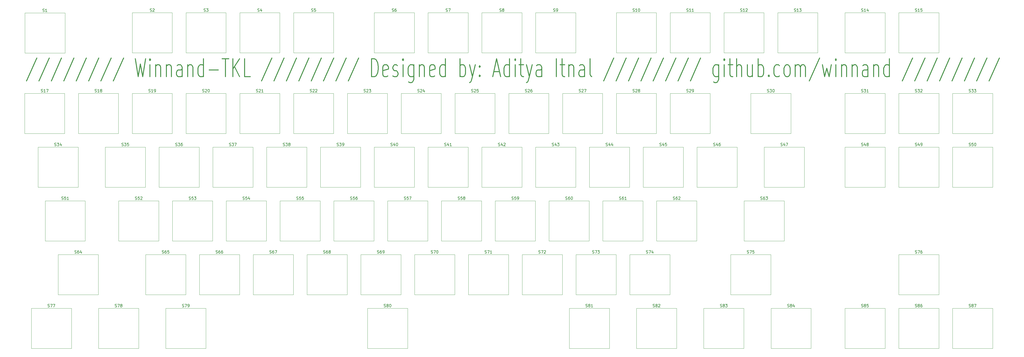
<source format=gbr>
%TF.GenerationSoftware,KiCad,Pcbnew,9.0.6*%
%TF.CreationDate,2025-12-11T01:20:01-06:00*%
%TF.ProjectId,KeyboardPCB,4b657962-6f61-4726-9450-43422e6b6963,rev?*%
%TF.SameCoordinates,Original*%
%TF.FileFunction,Legend,Top*%
%TF.FilePolarity,Positive*%
%FSLAX46Y46*%
G04 Gerber Fmt 4.6, Leading zero omitted, Abs format (unit mm)*
G04 Created by KiCad (PCBNEW 9.0.6) date 2025-12-11 01:20:01*
%MOMM*%
%LPD*%
G01*
G04 APERTURE LIST*
%ADD10C,0.317500*%
%ADD11C,0.150000*%
%ADD12C,0.120000*%
G04 APERTURE END LIST*
D10*
X32140309Y-43861990D02*
X28548023Y-52026275D01*
X36530880Y-43861990D02*
X32938594Y-52026275D01*
X40921451Y-43861990D02*
X37329165Y-52026275D01*
X45312022Y-43861990D02*
X41719736Y-52026275D01*
X49702593Y-43861990D02*
X46110307Y-52026275D01*
X54093164Y-43861990D02*
X50500878Y-52026275D01*
X58483735Y-43861990D02*
X54891449Y-52026275D01*
X62874306Y-43861990D02*
X59282020Y-52026275D01*
X67065306Y-44164370D02*
X68063163Y-50514370D01*
X68063163Y-50514370D02*
X68861449Y-45978656D01*
X68861449Y-45978656D02*
X69659734Y-50514370D01*
X69659734Y-50514370D02*
X70657592Y-44164370D01*
X72254163Y-50514370D02*
X72254163Y-46281037D01*
X72254163Y-44164370D02*
X72054591Y-44466751D01*
X72054591Y-44466751D02*
X72254163Y-44769132D01*
X72254163Y-44769132D02*
X72453734Y-44466751D01*
X72453734Y-44466751D02*
X72254163Y-44164370D01*
X72254163Y-44164370D02*
X72254163Y-44769132D01*
X74249877Y-46281037D02*
X74249877Y-50514370D01*
X74249877Y-46885799D02*
X74449448Y-46583418D01*
X74449448Y-46583418D02*
X74848591Y-46281037D01*
X74848591Y-46281037D02*
X75447305Y-46281037D01*
X75447305Y-46281037D02*
X75846448Y-46583418D01*
X75846448Y-46583418D02*
X76046020Y-47188180D01*
X76046020Y-47188180D02*
X76046020Y-50514370D01*
X78041734Y-46281037D02*
X78041734Y-50514370D01*
X78041734Y-46885799D02*
X78241305Y-46583418D01*
X78241305Y-46583418D02*
X78640448Y-46281037D01*
X78640448Y-46281037D02*
X79239162Y-46281037D01*
X79239162Y-46281037D02*
X79638305Y-46583418D01*
X79638305Y-46583418D02*
X79837877Y-47188180D01*
X79837877Y-47188180D02*
X79837877Y-50514370D01*
X83629734Y-50514370D02*
X83629734Y-47188180D01*
X83629734Y-47188180D02*
X83430162Y-46583418D01*
X83430162Y-46583418D02*
X83031019Y-46281037D01*
X83031019Y-46281037D02*
X82232734Y-46281037D01*
X82232734Y-46281037D02*
X81833591Y-46583418D01*
X83629734Y-50211990D02*
X83230591Y-50514370D01*
X83230591Y-50514370D02*
X82232734Y-50514370D01*
X82232734Y-50514370D02*
X81833591Y-50211990D01*
X81833591Y-50211990D02*
X81634019Y-49607228D01*
X81634019Y-49607228D02*
X81634019Y-49002466D01*
X81634019Y-49002466D02*
X81833591Y-48397704D01*
X81833591Y-48397704D02*
X82232734Y-48095323D01*
X82232734Y-48095323D02*
X83230591Y-48095323D01*
X83230591Y-48095323D02*
X83629734Y-47792942D01*
X85625448Y-46281037D02*
X85625448Y-50514370D01*
X85625448Y-46885799D02*
X85825019Y-46583418D01*
X85825019Y-46583418D02*
X86224162Y-46281037D01*
X86224162Y-46281037D02*
X86822876Y-46281037D01*
X86822876Y-46281037D02*
X87222019Y-46583418D01*
X87222019Y-46583418D02*
X87421591Y-47188180D01*
X87421591Y-47188180D02*
X87421591Y-50514370D01*
X91213448Y-50514370D02*
X91213448Y-44164370D01*
X91213448Y-50211990D02*
X90814305Y-50514370D01*
X90814305Y-50514370D02*
X90016019Y-50514370D01*
X90016019Y-50514370D02*
X89616876Y-50211990D01*
X89616876Y-50211990D02*
X89417305Y-49909609D01*
X89417305Y-49909609D02*
X89217733Y-49304847D01*
X89217733Y-49304847D02*
X89217733Y-47490561D01*
X89217733Y-47490561D02*
X89417305Y-46885799D01*
X89417305Y-46885799D02*
X89616876Y-46583418D01*
X89616876Y-46583418D02*
X90016019Y-46281037D01*
X90016019Y-46281037D02*
X90814305Y-46281037D01*
X90814305Y-46281037D02*
X91213448Y-46583418D01*
X93209162Y-48095323D02*
X96402305Y-48095323D01*
X97799304Y-44164370D02*
X100194162Y-44164370D01*
X98996733Y-50514370D02*
X98996733Y-44164370D01*
X101591162Y-50514370D02*
X101591162Y-44164370D01*
X103986019Y-50514370D02*
X102189876Y-46885799D01*
X103986019Y-44164370D02*
X101591162Y-47792942D01*
X107777876Y-50514370D02*
X105782162Y-50514370D01*
X105782162Y-50514370D02*
X105782162Y-44164370D01*
X115361590Y-43861990D02*
X111769304Y-52026275D01*
X119752161Y-43861990D02*
X116159875Y-52026275D01*
X124142732Y-43861990D02*
X120550446Y-52026275D01*
X128533303Y-43861990D02*
X124941017Y-52026275D01*
X132923874Y-43861990D02*
X129331588Y-52026275D01*
X137314445Y-43861990D02*
X133722159Y-52026275D01*
X141705016Y-43861990D02*
X138112730Y-52026275D01*
X146095587Y-43861990D02*
X142503301Y-52026275D01*
X150685730Y-50514370D02*
X150685730Y-44164370D01*
X150685730Y-44164370D02*
X151683587Y-44164370D01*
X151683587Y-44164370D02*
X152282301Y-44466751D01*
X152282301Y-44466751D02*
X152681444Y-45071513D01*
X152681444Y-45071513D02*
X152881015Y-45676275D01*
X152881015Y-45676275D02*
X153080587Y-46885799D01*
X153080587Y-46885799D02*
X153080587Y-47792942D01*
X153080587Y-47792942D02*
X152881015Y-49002466D01*
X152881015Y-49002466D02*
X152681444Y-49607228D01*
X152681444Y-49607228D02*
X152282301Y-50211990D01*
X152282301Y-50211990D02*
X151683587Y-50514370D01*
X151683587Y-50514370D02*
X150685730Y-50514370D01*
X156473301Y-50211990D02*
X156074158Y-50514370D01*
X156074158Y-50514370D02*
X155275873Y-50514370D01*
X155275873Y-50514370D02*
X154876730Y-50211990D01*
X154876730Y-50211990D02*
X154677158Y-49607228D01*
X154677158Y-49607228D02*
X154677158Y-47188180D01*
X154677158Y-47188180D02*
X154876730Y-46583418D01*
X154876730Y-46583418D02*
X155275873Y-46281037D01*
X155275873Y-46281037D02*
X156074158Y-46281037D01*
X156074158Y-46281037D02*
X156473301Y-46583418D01*
X156473301Y-46583418D02*
X156672873Y-47188180D01*
X156672873Y-47188180D02*
X156672873Y-47792942D01*
X156672873Y-47792942D02*
X154677158Y-48397704D01*
X158269444Y-50211990D02*
X158668587Y-50514370D01*
X158668587Y-50514370D02*
X159466873Y-50514370D01*
X159466873Y-50514370D02*
X159866016Y-50211990D01*
X159866016Y-50211990D02*
X160065587Y-49607228D01*
X160065587Y-49607228D02*
X160065587Y-49304847D01*
X160065587Y-49304847D02*
X159866016Y-48700085D01*
X159866016Y-48700085D02*
X159466873Y-48397704D01*
X159466873Y-48397704D02*
X158868159Y-48397704D01*
X158868159Y-48397704D02*
X158469016Y-48095323D01*
X158469016Y-48095323D02*
X158269444Y-47490561D01*
X158269444Y-47490561D02*
X158269444Y-47188180D01*
X158269444Y-47188180D02*
X158469016Y-46583418D01*
X158469016Y-46583418D02*
X158868159Y-46281037D01*
X158868159Y-46281037D02*
X159466873Y-46281037D01*
X159466873Y-46281037D02*
X159866016Y-46583418D01*
X161861730Y-50514370D02*
X161861730Y-46281037D01*
X161861730Y-44164370D02*
X161662158Y-44466751D01*
X161662158Y-44466751D02*
X161861730Y-44769132D01*
X161861730Y-44769132D02*
X162061301Y-44466751D01*
X162061301Y-44466751D02*
X161861730Y-44164370D01*
X161861730Y-44164370D02*
X161861730Y-44769132D01*
X165653587Y-46281037D02*
X165653587Y-51421513D01*
X165653587Y-51421513D02*
X165454015Y-52026275D01*
X165454015Y-52026275D02*
X165254444Y-52328656D01*
X165254444Y-52328656D02*
X164855301Y-52631037D01*
X164855301Y-52631037D02*
X164256587Y-52631037D01*
X164256587Y-52631037D02*
X163857444Y-52328656D01*
X165653587Y-50211990D02*
X165254444Y-50514370D01*
X165254444Y-50514370D02*
X164456158Y-50514370D01*
X164456158Y-50514370D02*
X164057015Y-50211990D01*
X164057015Y-50211990D02*
X163857444Y-49909609D01*
X163857444Y-49909609D02*
X163657872Y-49304847D01*
X163657872Y-49304847D02*
X163657872Y-47490561D01*
X163657872Y-47490561D02*
X163857444Y-46885799D01*
X163857444Y-46885799D02*
X164057015Y-46583418D01*
X164057015Y-46583418D02*
X164456158Y-46281037D01*
X164456158Y-46281037D02*
X165254444Y-46281037D01*
X165254444Y-46281037D02*
X165653587Y-46583418D01*
X167649301Y-46281037D02*
X167649301Y-50514370D01*
X167649301Y-46885799D02*
X167848872Y-46583418D01*
X167848872Y-46583418D02*
X168248015Y-46281037D01*
X168248015Y-46281037D02*
X168846729Y-46281037D01*
X168846729Y-46281037D02*
X169245872Y-46583418D01*
X169245872Y-46583418D02*
X169445444Y-47188180D01*
X169445444Y-47188180D02*
X169445444Y-50514370D01*
X173037729Y-50211990D02*
X172638586Y-50514370D01*
X172638586Y-50514370D02*
X171840301Y-50514370D01*
X171840301Y-50514370D02*
X171441158Y-50211990D01*
X171441158Y-50211990D02*
X171241586Y-49607228D01*
X171241586Y-49607228D02*
X171241586Y-47188180D01*
X171241586Y-47188180D02*
X171441158Y-46583418D01*
X171441158Y-46583418D02*
X171840301Y-46281037D01*
X171840301Y-46281037D02*
X172638586Y-46281037D01*
X172638586Y-46281037D02*
X173037729Y-46583418D01*
X173037729Y-46583418D02*
X173237301Y-47188180D01*
X173237301Y-47188180D02*
X173237301Y-47792942D01*
X173237301Y-47792942D02*
X171241586Y-48397704D01*
X176829587Y-50514370D02*
X176829587Y-44164370D01*
X176829587Y-50211990D02*
X176430444Y-50514370D01*
X176430444Y-50514370D02*
X175632158Y-50514370D01*
X175632158Y-50514370D02*
X175233015Y-50211990D01*
X175233015Y-50211990D02*
X175033444Y-49909609D01*
X175033444Y-49909609D02*
X174833872Y-49304847D01*
X174833872Y-49304847D02*
X174833872Y-47490561D01*
X174833872Y-47490561D02*
X175033444Y-46885799D01*
X175033444Y-46885799D02*
X175233015Y-46583418D01*
X175233015Y-46583418D02*
X175632158Y-46281037D01*
X175632158Y-46281037D02*
X176430444Y-46281037D01*
X176430444Y-46281037D02*
X176829587Y-46583418D01*
X182018444Y-50514370D02*
X182018444Y-44164370D01*
X182018444Y-46583418D02*
X182417587Y-46281037D01*
X182417587Y-46281037D02*
X183215872Y-46281037D01*
X183215872Y-46281037D02*
X183615015Y-46583418D01*
X183615015Y-46583418D02*
X183814587Y-46885799D01*
X183814587Y-46885799D02*
X184014158Y-47490561D01*
X184014158Y-47490561D02*
X184014158Y-49304847D01*
X184014158Y-49304847D02*
X183814587Y-49909609D01*
X183814587Y-49909609D02*
X183615015Y-50211990D01*
X183615015Y-50211990D02*
X183215872Y-50514370D01*
X183215872Y-50514370D02*
X182417587Y-50514370D01*
X182417587Y-50514370D02*
X182018444Y-50211990D01*
X185411158Y-46281037D02*
X186409015Y-50514370D01*
X187406872Y-46281037D02*
X186409015Y-50514370D01*
X186409015Y-50514370D02*
X186009872Y-52026275D01*
X186009872Y-52026275D02*
X185810301Y-52328656D01*
X185810301Y-52328656D02*
X185411158Y-52631037D01*
X189003444Y-49909609D02*
X189203015Y-50211990D01*
X189203015Y-50211990D02*
X189003444Y-50514370D01*
X189003444Y-50514370D02*
X188803872Y-50211990D01*
X188803872Y-50211990D02*
X189003444Y-49909609D01*
X189003444Y-49909609D02*
X189003444Y-50514370D01*
X189003444Y-46583418D02*
X189203015Y-46885799D01*
X189203015Y-46885799D02*
X189003444Y-47188180D01*
X189003444Y-47188180D02*
X188803872Y-46885799D01*
X188803872Y-46885799D02*
X189003444Y-46583418D01*
X189003444Y-46583418D02*
X189003444Y-47188180D01*
X193992729Y-48700085D02*
X195988444Y-48700085D01*
X193593586Y-50514370D02*
X194990586Y-44164370D01*
X194990586Y-44164370D02*
X196387586Y-50514370D01*
X199580730Y-50514370D02*
X199580730Y-44164370D01*
X199580730Y-50211990D02*
X199181587Y-50514370D01*
X199181587Y-50514370D02*
X198383301Y-50514370D01*
X198383301Y-50514370D02*
X197984158Y-50211990D01*
X197984158Y-50211990D02*
X197784587Y-49909609D01*
X197784587Y-49909609D02*
X197585015Y-49304847D01*
X197585015Y-49304847D02*
X197585015Y-47490561D01*
X197585015Y-47490561D02*
X197784587Y-46885799D01*
X197784587Y-46885799D02*
X197984158Y-46583418D01*
X197984158Y-46583418D02*
X198383301Y-46281037D01*
X198383301Y-46281037D02*
X199181587Y-46281037D01*
X199181587Y-46281037D02*
X199580730Y-46583418D01*
X201576444Y-50514370D02*
X201576444Y-46281037D01*
X201576444Y-44164370D02*
X201376872Y-44466751D01*
X201376872Y-44466751D02*
X201576444Y-44769132D01*
X201576444Y-44769132D02*
X201776015Y-44466751D01*
X201776015Y-44466751D02*
X201576444Y-44164370D01*
X201576444Y-44164370D02*
X201576444Y-44769132D01*
X202973443Y-46281037D02*
X204570015Y-46281037D01*
X203572158Y-44164370D02*
X203572158Y-49607228D01*
X203572158Y-49607228D02*
X203771729Y-50211990D01*
X203771729Y-50211990D02*
X204170872Y-50514370D01*
X204170872Y-50514370D02*
X204570015Y-50514370D01*
X205567872Y-46281037D02*
X206565729Y-50514370D01*
X207563586Y-46281037D02*
X206565729Y-50514370D01*
X206565729Y-50514370D02*
X206166586Y-52026275D01*
X206166586Y-52026275D02*
X205967015Y-52328656D01*
X205967015Y-52328656D02*
X205567872Y-52631037D01*
X210956301Y-50514370D02*
X210956301Y-47188180D01*
X210956301Y-47188180D02*
X210756729Y-46583418D01*
X210756729Y-46583418D02*
X210357586Y-46281037D01*
X210357586Y-46281037D02*
X209559301Y-46281037D01*
X209559301Y-46281037D02*
X209160158Y-46583418D01*
X210956301Y-50211990D02*
X210557158Y-50514370D01*
X210557158Y-50514370D02*
X209559301Y-50514370D01*
X209559301Y-50514370D02*
X209160158Y-50211990D01*
X209160158Y-50211990D02*
X208960586Y-49607228D01*
X208960586Y-49607228D02*
X208960586Y-49002466D01*
X208960586Y-49002466D02*
X209160158Y-48397704D01*
X209160158Y-48397704D02*
X209559301Y-48095323D01*
X209559301Y-48095323D02*
X210557158Y-48095323D01*
X210557158Y-48095323D02*
X210956301Y-47792942D01*
X216145158Y-50514370D02*
X216145158Y-44164370D01*
X217542157Y-46281037D02*
X219138729Y-46281037D01*
X218140872Y-44164370D02*
X218140872Y-49607228D01*
X218140872Y-49607228D02*
X218340443Y-50211990D01*
X218340443Y-50211990D02*
X218739586Y-50514370D01*
X218739586Y-50514370D02*
X219138729Y-50514370D01*
X220535729Y-46281037D02*
X220535729Y-50514370D01*
X220535729Y-46885799D02*
X220735300Y-46583418D01*
X220735300Y-46583418D02*
X221134443Y-46281037D01*
X221134443Y-46281037D02*
X221733157Y-46281037D01*
X221733157Y-46281037D02*
X222132300Y-46583418D01*
X222132300Y-46583418D02*
X222331872Y-47188180D01*
X222331872Y-47188180D02*
X222331872Y-50514370D01*
X226123729Y-50514370D02*
X226123729Y-47188180D01*
X226123729Y-47188180D02*
X225924157Y-46583418D01*
X225924157Y-46583418D02*
X225525014Y-46281037D01*
X225525014Y-46281037D02*
X224726729Y-46281037D01*
X224726729Y-46281037D02*
X224327586Y-46583418D01*
X226123729Y-50211990D02*
X225724586Y-50514370D01*
X225724586Y-50514370D02*
X224726729Y-50514370D01*
X224726729Y-50514370D02*
X224327586Y-50211990D01*
X224327586Y-50211990D02*
X224128014Y-49607228D01*
X224128014Y-49607228D02*
X224128014Y-49002466D01*
X224128014Y-49002466D02*
X224327586Y-48397704D01*
X224327586Y-48397704D02*
X224726729Y-48095323D01*
X224726729Y-48095323D02*
X225724586Y-48095323D01*
X225724586Y-48095323D02*
X226123729Y-47792942D01*
X228718157Y-50514370D02*
X228319014Y-50211990D01*
X228319014Y-50211990D02*
X228119443Y-49607228D01*
X228119443Y-49607228D02*
X228119443Y-44164370D01*
X236501443Y-43861990D02*
X232909157Y-52026275D01*
X240892014Y-43861990D02*
X237299728Y-52026275D01*
X245282585Y-43861990D02*
X241690299Y-52026275D01*
X249673156Y-43861990D02*
X246080870Y-52026275D01*
X254063727Y-43861990D02*
X250471441Y-52026275D01*
X258454298Y-43861990D02*
X254862012Y-52026275D01*
X262844869Y-43861990D02*
X259252583Y-52026275D01*
X267235440Y-43861990D02*
X263643154Y-52026275D01*
X273621726Y-46281037D02*
X273621726Y-51421513D01*
X273621726Y-51421513D02*
X273422154Y-52026275D01*
X273422154Y-52026275D02*
X273222583Y-52328656D01*
X273222583Y-52328656D02*
X272823440Y-52631037D01*
X272823440Y-52631037D02*
X272224726Y-52631037D01*
X272224726Y-52631037D02*
X271825583Y-52328656D01*
X273621726Y-50211990D02*
X273222583Y-50514370D01*
X273222583Y-50514370D02*
X272424297Y-50514370D01*
X272424297Y-50514370D02*
X272025154Y-50211990D01*
X272025154Y-50211990D02*
X271825583Y-49909609D01*
X271825583Y-49909609D02*
X271626011Y-49304847D01*
X271626011Y-49304847D02*
X271626011Y-47490561D01*
X271626011Y-47490561D02*
X271825583Y-46885799D01*
X271825583Y-46885799D02*
X272025154Y-46583418D01*
X272025154Y-46583418D02*
X272424297Y-46281037D01*
X272424297Y-46281037D02*
X273222583Y-46281037D01*
X273222583Y-46281037D02*
X273621726Y-46583418D01*
X275617440Y-50514370D02*
X275617440Y-46281037D01*
X275617440Y-44164370D02*
X275417868Y-44466751D01*
X275417868Y-44466751D02*
X275617440Y-44769132D01*
X275617440Y-44769132D02*
X275817011Y-44466751D01*
X275817011Y-44466751D02*
X275617440Y-44164370D01*
X275617440Y-44164370D02*
X275617440Y-44769132D01*
X277014439Y-46281037D02*
X278611011Y-46281037D01*
X277613154Y-44164370D02*
X277613154Y-49607228D01*
X277613154Y-49607228D02*
X277812725Y-50211990D01*
X277812725Y-50211990D02*
X278211868Y-50514370D01*
X278211868Y-50514370D02*
X278611011Y-50514370D01*
X280008011Y-50514370D02*
X280008011Y-44164370D01*
X281804154Y-50514370D02*
X281804154Y-47188180D01*
X281804154Y-47188180D02*
X281604582Y-46583418D01*
X281604582Y-46583418D02*
X281205439Y-46281037D01*
X281205439Y-46281037D02*
X280606725Y-46281037D01*
X280606725Y-46281037D02*
X280207582Y-46583418D01*
X280207582Y-46583418D02*
X280008011Y-46885799D01*
X285596011Y-46281037D02*
X285596011Y-50514370D01*
X283799868Y-46281037D02*
X283799868Y-49607228D01*
X283799868Y-49607228D02*
X283999439Y-50211990D01*
X283999439Y-50211990D02*
X284398582Y-50514370D01*
X284398582Y-50514370D02*
X284997296Y-50514370D01*
X284997296Y-50514370D02*
X285396439Y-50211990D01*
X285396439Y-50211990D02*
X285596011Y-49909609D01*
X287591725Y-50514370D02*
X287591725Y-44164370D01*
X287591725Y-46583418D02*
X287990868Y-46281037D01*
X287990868Y-46281037D02*
X288789153Y-46281037D01*
X288789153Y-46281037D02*
X289188296Y-46583418D01*
X289188296Y-46583418D02*
X289387868Y-46885799D01*
X289387868Y-46885799D02*
X289587439Y-47490561D01*
X289587439Y-47490561D02*
X289587439Y-49304847D01*
X289587439Y-49304847D02*
X289387868Y-49909609D01*
X289387868Y-49909609D02*
X289188296Y-50211990D01*
X289188296Y-50211990D02*
X288789153Y-50514370D01*
X288789153Y-50514370D02*
X287990868Y-50514370D01*
X287990868Y-50514370D02*
X287591725Y-50211990D01*
X291383582Y-49909609D02*
X291583153Y-50211990D01*
X291583153Y-50211990D02*
X291383582Y-50514370D01*
X291383582Y-50514370D02*
X291184010Y-50211990D01*
X291184010Y-50211990D02*
X291383582Y-49909609D01*
X291383582Y-49909609D02*
X291383582Y-50514370D01*
X295175439Y-50211990D02*
X294776296Y-50514370D01*
X294776296Y-50514370D02*
X293978010Y-50514370D01*
X293978010Y-50514370D02*
X293578867Y-50211990D01*
X293578867Y-50211990D02*
X293379296Y-49909609D01*
X293379296Y-49909609D02*
X293179724Y-49304847D01*
X293179724Y-49304847D02*
X293179724Y-47490561D01*
X293179724Y-47490561D02*
X293379296Y-46885799D01*
X293379296Y-46885799D02*
X293578867Y-46583418D01*
X293578867Y-46583418D02*
X293978010Y-46281037D01*
X293978010Y-46281037D02*
X294776296Y-46281037D01*
X294776296Y-46281037D02*
X295175439Y-46583418D01*
X297570296Y-50514370D02*
X297171153Y-50211990D01*
X297171153Y-50211990D02*
X296971582Y-49909609D01*
X296971582Y-49909609D02*
X296772010Y-49304847D01*
X296772010Y-49304847D02*
X296772010Y-47490561D01*
X296772010Y-47490561D02*
X296971582Y-46885799D01*
X296971582Y-46885799D02*
X297171153Y-46583418D01*
X297171153Y-46583418D02*
X297570296Y-46281037D01*
X297570296Y-46281037D02*
X298169010Y-46281037D01*
X298169010Y-46281037D02*
X298568153Y-46583418D01*
X298568153Y-46583418D02*
X298767725Y-46885799D01*
X298767725Y-46885799D02*
X298967296Y-47490561D01*
X298967296Y-47490561D02*
X298967296Y-49304847D01*
X298967296Y-49304847D02*
X298767725Y-49909609D01*
X298767725Y-49909609D02*
X298568153Y-50211990D01*
X298568153Y-50211990D02*
X298169010Y-50514370D01*
X298169010Y-50514370D02*
X297570296Y-50514370D01*
X300763439Y-50514370D02*
X300763439Y-46281037D01*
X300763439Y-46885799D02*
X300963010Y-46583418D01*
X300963010Y-46583418D02*
X301362153Y-46281037D01*
X301362153Y-46281037D02*
X301960867Y-46281037D01*
X301960867Y-46281037D02*
X302360010Y-46583418D01*
X302360010Y-46583418D02*
X302559582Y-47188180D01*
X302559582Y-47188180D02*
X302559582Y-50514370D01*
X302559582Y-47188180D02*
X302759153Y-46583418D01*
X302759153Y-46583418D02*
X303158296Y-46281037D01*
X303158296Y-46281037D02*
X303757010Y-46281037D01*
X303757010Y-46281037D02*
X304156153Y-46583418D01*
X304156153Y-46583418D02*
X304355724Y-47188180D01*
X304355724Y-47188180D02*
X304355724Y-50514370D01*
X309345010Y-43861990D02*
X305752724Y-52026275D01*
X310342867Y-46281037D02*
X311141153Y-50514370D01*
X311141153Y-50514370D02*
X311939438Y-47490561D01*
X311939438Y-47490561D02*
X312737724Y-50514370D01*
X312737724Y-50514370D02*
X313536010Y-46281037D01*
X315132581Y-50514370D02*
X315132581Y-46281037D01*
X315132581Y-44164370D02*
X314933009Y-44466751D01*
X314933009Y-44466751D02*
X315132581Y-44769132D01*
X315132581Y-44769132D02*
X315332152Y-44466751D01*
X315332152Y-44466751D02*
X315132581Y-44164370D01*
X315132581Y-44164370D02*
X315132581Y-44769132D01*
X317128295Y-46281037D02*
X317128295Y-50514370D01*
X317128295Y-46885799D02*
X317327866Y-46583418D01*
X317327866Y-46583418D02*
X317727009Y-46281037D01*
X317727009Y-46281037D02*
X318325723Y-46281037D01*
X318325723Y-46281037D02*
X318724866Y-46583418D01*
X318724866Y-46583418D02*
X318924438Y-47188180D01*
X318924438Y-47188180D02*
X318924438Y-50514370D01*
X320920152Y-46281037D02*
X320920152Y-50514370D01*
X320920152Y-46885799D02*
X321119723Y-46583418D01*
X321119723Y-46583418D02*
X321518866Y-46281037D01*
X321518866Y-46281037D02*
X322117580Y-46281037D01*
X322117580Y-46281037D02*
X322516723Y-46583418D01*
X322516723Y-46583418D02*
X322716295Y-47188180D01*
X322716295Y-47188180D02*
X322716295Y-50514370D01*
X326508152Y-50514370D02*
X326508152Y-47188180D01*
X326508152Y-47188180D02*
X326308580Y-46583418D01*
X326308580Y-46583418D02*
X325909437Y-46281037D01*
X325909437Y-46281037D02*
X325111152Y-46281037D01*
X325111152Y-46281037D02*
X324712009Y-46583418D01*
X326508152Y-50211990D02*
X326109009Y-50514370D01*
X326109009Y-50514370D02*
X325111152Y-50514370D01*
X325111152Y-50514370D02*
X324712009Y-50211990D01*
X324712009Y-50211990D02*
X324512437Y-49607228D01*
X324512437Y-49607228D02*
X324512437Y-49002466D01*
X324512437Y-49002466D02*
X324712009Y-48397704D01*
X324712009Y-48397704D02*
X325111152Y-48095323D01*
X325111152Y-48095323D02*
X326109009Y-48095323D01*
X326109009Y-48095323D02*
X326508152Y-47792942D01*
X328503866Y-46281037D02*
X328503866Y-50514370D01*
X328503866Y-46885799D02*
X328703437Y-46583418D01*
X328703437Y-46583418D02*
X329102580Y-46281037D01*
X329102580Y-46281037D02*
X329701294Y-46281037D01*
X329701294Y-46281037D02*
X330100437Y-46583418D01*
X330100437Y-46583418D02*
X330300009Y-47188180D01*
X330300009Y-47188180D02*
X330300009Y-50514370D01*
X334091866Y-50514370D02*
X334091866Y-44164370D01*
X334091866Y-50211990D02*
X333692723Y-50514370D01*
X333692723Y-50514370D02*
X332894437Y-50514370D01*
X332894437Y-50514370D02*
X332495294Y-50211990D01*
X332495294Y-50211990D02*
X332295723Y-49909609D01*
X332295723Y-49909609D02*
X332096151Y-49304847D01*
X332096151Y-49304847D02*
X332096151Y-47490561D01*
X332096151Y-47490561D02*
X332295723Y-46885799D01*
X332295723Y-46885799D02*
X332495294Y-46583418D01*
X332495294Y-46583418D02*
X332894437Y-46281037D01*
X332894437Y-46281037D02*
X333692723Y-46281037D01*
X333692723Y-46281037D02*
X334091866Y-46583418D01*
X342274294Y-43861990D02*
X338682008Y-52026275D01*
X346664865Y-43861990D02*
X343072579Y-52026275D01*
X351055436Y-43861990D02*
X347463150Y-52026275D01*
X355446007Y-43861990D02*
X351853721Y-52026275D01*
X359836578Y-43861990D02*
X356244292Y-52026275D01*
X364227149Y-43861990D02*
X360634863Y-52026275D01*
X368617720Y-43861990D02*
X365025434Y-52026275D01*
X373008291Y-43861990D02*
X369416005Y-52026275D01*
D11*
X71786905Y-55907200D02*
X71929762Y-55954819D01*
X71929762Y-55954819D02*
X72167857Y-55954819D01*
X72167857Y-55954819D02*
X72263095Y-55907200D01*
X72263095Y-55907200D02*
X72310714Y-55859580D01*
X72310714Y-55859580D02*
X72358333Y-55764342D01*
X72358333Y-55764342D02*
X72358333Y-55669104D01*
X72358333Y-55669104D02*
X72310714Y-55573866D01*
X72310714Y-55573866D02*
X72263095Y-55526247D01*
X72263095Y-55526247D02*
X72167857Y-55478628D01*
X72167857Y-55478628D02*
X71977381Y-55431009D01*
X71977381Y-55431009D02*
X71882143Y-55383390D01*
X71882143Y-55383390D02*
X71834524Y-55335771D01*
X71834524Y-55335771D02*
X71786905Y-55240533D01*
X71786905Y-55240533D02*
X71786905Y-55145295D01*
X71786905Y-55145295D02*
X71834524Y-55050057D01*
X71834524Y-55050057D02*
X71882143Y-55002438D01*
X71882143Y-55002438D02*
X71977381Y-54954819D01*
X71977381Y-54954819D02*
X72215476Y-54954819D01*
X72215476Y-54954819D02*
X72358333Y-55002438D01*
X73310714Y-55954819D02*
X72739286Y-55954819D01*
X73025000Y-55954819D02*
X73025000Y-54954819D01*
X73025000Y-54954819D02*
X72929762Y-55097676D01*
X72929762Y-55097676D02*
X72834524Y-55192914D01*
X72834524Y-55192914D02*
X72739286Y-55240533D01*
X73786905Y-55954819D02*
X73977381Y-55954819D01*
X73977381Y-55954819D02*
X74072619Y-55907200D01*
X74072619Y-55907200D02*
X74120238Y-55859580D01*
X74120238Y-55859580D02*
X74215476Y-55716723D01*
X74215476Y-55716723D02*
X74263095Y-55526247D01*
X74263095Y-55526247D02*
X74263095Y-55145295D01*
X74263095Y-55145295D02*
X74215476Y-55050057D01*
X74215476Y-55050057D02*
X74167857Y-55002438D01*
X74167857Y-55002438D02*
X74072619Y-54954819D01*
X74072619Y-54954819D02*
X73882143Y-54954819D01*
X73882143Y-54954819D02*
X73786905Y-55002438D01*
X73786905Y-55002438D02*
X73739286Y-55050057D01*
X73739286Y-55050057D02*
X73691667Y-55145295D01*
X73691667Y-55145295D02*
X73691667Y-55383390D01*
X73691667Y-55383390D02*
X73739286Y-55478628D01*
X73739286Y-55478628D02*
X73786905Y-55526247D01*
X73786905Y-55526247D02*
X73882143Y-55573866D01*
X73882143Y-55573866D02*
X74072619Y-55573866D01*
X74072619Y-55573866D02*
X74167857Y-55526247D01*
X74167857Y-55526247D02*
X74215476Y-55478628D01*
X74215476Y-55478628D02*
X74263095Y-55383390D01*
X205136905Y-55907200D02*
X205279762Y-55954819D01*
X205279762Y-55954819D02*
X205517857Y-55954819D01*
X205517857Y-55954819D02*
X205613095Y-55907200D01*
X205613095Y-55907200D02*
X205660714Y-55859580D01*
X205660714Y-55859580D02*
X205708333Y-55764342D01*
X205708333Y-55764342D02*
X205708333Y-55669104D01*
X205708333Y-55669104D02*
X205660714Y-55573866D01*
X205660714Y-55573866D02*
X205613095Y-55526247D01*
X205613095Y-55526247D02*
X205517857Y-55478628D01*
X205517857Y-55478628D02*
X205327381Y-55431009D01*
X205327381Y-55431009D02*
X205232143Y-55383390D01*
X205232143Y-55383390D02*
X205184524Y-55335771D01*
X205184524Y-55335771D02*
X205136905Y-55240533D01*
X205136905Y-55240533D02*
X205136905Y-55145295D01*
X205136905Y-55145295D02*
X205184524Y-55050057D01*
X205184524Y-55050057D02*
X205232143Y-55002438D01*
X205232143Y-55002438D02*
X205327381Y-54954819D01*
X205327381Y-54954819D02*
X205565476Y-54954819D01*
X205565476Y-54954819D02*
X205708333Y-55002438D01*
X206089286Y-55050057D02*
X206136905Y-55002438D01*
X206136905Y-55002438D02*
X206232143Y-54954819D01*
X206232143Y-54954819D02*
X206470238Y-54954819D01*
X206470238Y-54954819D02*
X206565476Y-55002438D01*
X206565476Y-55002438D02*
X206613095Y-55050057D01*
X206613095Y-55050057D02*
X206660714Y-55145295D01*
X206660714Y-55145295D02*
X206660714Y-55240533D01*
X206660714Y-55240533D02*
X206613095Y-55383390D01*
X206613095Y-55383390D02*
X206041667Y-55954819D01*
X206041667Y-55954819D02*
X206660714Y-55954819D01*
X207517857Y-54954819D02*
X207327381Y-54954819D01*
X207327381Y-54954819D02*
X207232143Y-55002438D01*
X207232143Y-55002438D02*
X207184524Y-55050057D01*
X207184524Y-55050057D02*
X207089286Y-55192914D01*
X207089286Y-55192914D02*
X207041667Y-55383390D01*
X207041667Y-55383390D02*
X207041667Y-55764342D01*
X207041667Y-55764342D02*
X207089286Y-55859580D01*
X207089286Y-55859580D02*
X207136905Y-55907200D01*
X207136905Y-55907200D02*
X207232143Y-55954819D01*
X207232143Y-55954819D02*
X207422619Y-55954819D01*
X207422619Y-55954819D02*
X207517857Y-55907200D01*
X207517857Y-55907200D02*
X207565476Y-55859580D01*
X207565476Y-55859580D02*
X207613095Y-55764342D01*
X207613095Y-55764342D02*
X207613095Y-55526247D01*
X207613095Y-55526247D02*
X207565476Y-55431009D01*
X207565476Y-55431009D02*
X207517857Y-55383390D01*
X207517857Y-55383390D02*
X207422619Y-55335771D01*
X207422619Y-55335771D02*
X207232143Y-55335771D01*
X207232143Y-55335771D02*
X207136905Y-55383390D01*
X207136905Y-55383390D02*
X207089286Y-55431009D01*
X207089286Y-55431009D02*
X207041667Y-55526247D01*
X362299405Y-74957200D02*
X362442262Y-75004819D01*
X362442262Y-75004819D02*
X362680357Y-75004819D01*
X362680357Y-75004819D02*
X362775595Y-74957200D01*
X362775595Y-74957200D02*
X362823214Y-74909580D01*
X362823214Y-74909580D02*
X362870833Y-74814342D01*
X362870833Y-74814342D02*
X362870833Y-74719104D01*
X362870833Y-74719104D02*
X362823214Y-74623866D01*
X362823214Y-74623866D02*
X362775595Y-74576247D01*
X362775595Y-74576247D02*
X362680357Y-74528628D01*
X362680357Y-74528628D02*
X362489881Y-74481009D01*
X362489881Y-74481009D02*
X362394643Y-74433390D01*
X362394643Y-74433390D02*
X362347024Y-74385771D01*
X362347024Y-74385771D02*
X362299405Y-74290533D01*
X362299405Y-74290533D02*
X362299405Y-74195295D01*
X362299405Y-74195295D02*
X362347024Y-74100057D01*
X362347024Y-74100057D02*
X362394643Y-74052438D01*
X362394643Y-74052438D02*
X362489881Y-74004819D01*
X362489881Y-74004819D02*
X362727976Y-74004819D01*
X362727976Y-74004819D02*
X362870833Y-74052438D01*
X363775595Y-74004819D02*
X363299405Y-74004819D01*
X363299405Y-74004819D02*
X363251786Y-74481009D01*
X363251786Y-74481009D02*
X363299405Y-74433390D01*
X363299405Y-74433390D02*
X363394643Y-74385771D01*
X363394643Y-74385771D02*
X363632738Y-74385771D01*
X363632738Y-74385771D02*
X363727976Y-74433390D01*
X363727976Y-74433390D02*
X363775595Y-74481009D01*
X363775595Y-74481009D02*
X363823214Y-74576247D01*
X363823214Y-74576247D02*
X363823214Y-74814342D01*
X363823214Y-74814342D02*
X363775595Y-74909580D01*
X363775595Y-74909580D02*
X363727976Y-74957200D01*
X363727976Y-74957200D02*
X363632738Y-75004819D01*
X363632738Y-75004819D02*
X363394643Y-75004819D01*
X363394643Y-75004819D02*
X363299405Y-74957200D01*
X363299405Y-74957200D02*
X363251786Y-74909580D01*
X364442262Y-74004819D02*
X364537500Y-74004819D01*
X364537500Y-74004819D02*
X364632738Y-74052438D01*
X364632738Y-74052438D02*
X364680357Y-74100057D01*
X364680357Y-74100057D02*
X364727976Y-74195295D01*
X364727976Y-74195295D02*
X364775595Y-74385771D01*
X364775595Y-74385771D02*
X364775595Y-74623866D01*
X364775595Y-74623866D02*
X364727976Y-74814342D01*
X364727976Y-74814342D02*
X364680357Y-74909580D01*
X364680357Y-74909580D02*
X364632738Y-74957200D01*
X364632738Y-74957200D02*
X364537500Y-75004819D01*
X364537500Y-75004819D02*
X364442262Y-75004819D01*
X364442262Y-75004819D02*
X364347024Y-74957200D01*
X364347024Y-74957200D02*
X364299405Y-74909580D01*
X364299405Y-74909580D02*
X364251786Y-74814342D01*
X364251786Y-74814342D02*
X364204167Y-74623866D01*
X364204167Y-74623866D02*
X364204167Y-74385771D01*
X364204167Y-74385771D02*
X364251786Y-74195295D01*
X364251786Y-74195295D02*
X364299405Y-74100057D01*
X364299405Y-74100057D02*
X364347024Y-74052438D01*
X364347024Y-74052438D02*
X364442262Y-74004819D01*
X52736905Y-55907200D02*
X52879762Y-55954819D01*
X52879762Y-55954819D02*
X53117857Y-55954819D01*
X53117857Y-55954819D02*
X53213095Y-55907200D01*
X53213095Y-55907200D02*
X53260714Y-55859580D01*
X53260714Y-55859580D02*
X53308333Y-55764342D01*
X53308333Y-55764342D02*
X53308333Y-55669104D01*
X53308333Y-55669104D02*
X53260714Y-55573866D01*
X53260714Y-55573866D02*
X53213095Y-55526247D01*
X53213095Y-55526247D02*
X53117857Y-55478628D01*
X53117857Y-55478628D02*
X52927381Y-55431009D01*
X52927381Y-55431009D02*
X52832143Y-55383390D01*
X52832143Y-55383390D02*
X52784524Y-55335771D01*
X52784524Y-55335771D02*
X52736905Y-55240533D01*
X52736905Y-55240533D02*
X52736905Y-55145295D01*
X52736905Y-55145295D02*
X52784524Y-55050057D01*
X52784524Y-55050057D02*
X52832143Y-55002438D01*
X52832143Y-55002438D02*
X52927381Y-54954819D01*
X52927381Y-54954819D02*
X53165476Y-54954819D01*
X53165476Y-54954819D02*
X53308333Y-55002438D01*
X54260714Y-55954819D02*
X53689286Y-55954819D01*
X53975000Y-55954819D02*
X53975000Y-54954819D01*
X53975000Y-54954819D02*
X53879762Y-55097676D01*
X53879762Y-55097676D02*
X53784524Y-55192914D01*
X53784524Y-55192914D02*
X53689286Y-55240533D01*
X54832143Y-55383390D02*
X54736905Y-55335771D01*
X54736905Y-55335771D02*
X54689286Y-55288152D01*
X54689286Y-55288152D02*
X54641667Y-55192914D01*
X54641667Y-55192914D02*
X54641667Y-55145295D01*
X54641667Y-55145295D02*
X54689286Y-55050057D01*
X54689286Y-55050057D02*
X54736905Y-55002438D01*
X54736905Y-55002438D02*
X54832143Y-54954819D01*
X54832143Y-54954819D02*
X55022619Y-54954819D01*
X55022619Y-54954819D02*
X55117857Y-55002438D01*
X55117857Y-55002438D02*
X55165476Y-55050057D01*
X55165476Y-55050057D02*
X55213095Y-55145295D01*
X55213095Y-55145295D02*
X55213095Y-55192914D01*
X55213095Y-55192914D02*
X55165476Y-55288152D01*
X55165476Y-55288152D02*
X55117857Y-55335771D01*
X55117857Y-55335771D02*
X55022619Y-55383390D01*
X55022619Y-55383390D02*
X54832143Y-55383390D01*
X54832143Y-55383390D02*
X54736905Y-55431009D01*
X54736905Y-55431009D02*
X54689286Y-55478628D01*
X54689286Y-55478628D02*
X54641667Y-55573866D01*
X54641667Y-55573866D02*
X54641667Y-55764342D01*
X54641667Y-55764342D02*
X54689286Y-55859580D01*
X54689286Y-55859580D02*
X54736905Y-55907200D01*
X54736905Y-55907200D02*
X54832143Y-55954819D01*
X54832143Y-55954819D02*
X55022619Y-55954819D01*
X55022619Y-55954819D02*
X55117857Y-55907200D01*
X55117857Y-55907200D02*
X55165476Y-55859580D01*
X55165476Y-55859580D02*
X55213095Y-55764342D01*
X55213095Y-55764342D02*
X55213095Y-55573866D01*
X55213095Y-55573866D02*
X55165476Y-55478628D01*
X55165476Y-55478628D02*
X55117857Y-55431009D01*
X55117857Y-55431009D02*
X55022619Y-55383390D01*
X90836905Y-55907200D02*
X90979762Y-55954819D01*
X90979762Y-55954819D02*
X91217857Y-55954819D01*
X91217857Y-55954819D02*
X91313095Y-55907200D01*
X91313095Y-55907200D02*
X91360714Y-55859580D01*
X91360714Y-55859580D02*
X91408333Y-55764342D01*
X91408333Y-55764342D02*
X91408333Y-55669104D01*
X91408333Y-55669104D02*
X91360714Y-55573866D01*
X91360714Y-55573866D02*
X91313095Y-55526247D01*
X91313095Y-55526247D02*
X91217857Y-55478628D01*
X91217857Y-55478628D02*
X91027381Y-55431009D01*
X91027381Y-55431009D02*
X90932143Y-55383390D01*
X90932143Y-55383390D02*
X90884524Y-55335771D01*
X90884524Y-55335771D02*
X90836905Y-55240533D01*
X90836905Y-55240533D02*
X90836905Y-55145295D01*
X90836905Y-55145295D02*
X90884524Y-55050057D01*
X90884524Y-55050057D02*
X90932143Y-55002438D01*
X90932143Y-55002438D02*
X91027381Y-54954819D01*
X91027381Y-54954819D02*
X91265476Y-54954819D01*
X91265476Y-54954819D02*
X91408333Y-55002438D01*
X91789286Y-55050057D02*
X91836905Y-55002438D01*
X91836905Y-55002438D02*
X91932143Y-54954819D01*
X91932143Y-54954819D02*
X92170238Y-54954819D01*
X92170238Y-54954819D02*
X92265476Y-55002438D01*
X92265476Y-55002438D02*
X92313095Y-55050057D01*
X92313095Y-55050057D02*
X92360714Y-55145295D01*
X92360714Y-55145295D02*
X92360714Y-55240533D01*
X92360714Y-55240533D02*
X92313095Y-55383390D01*
X92313095Y-55383390D02*
X91741667Y-55954819D01*
X91741667Y-55954819D02*
X92360714Y-55954819D01*
X92979762Y-54954819D02*
X93075000Y-54954819D01*
X93075000Y-54954819D02*
X93170238Y-55002438D01*
X93170238Y-55002438D02*
X93217857Y-55050057D01*
X93217857Y-55050057D02*
X93265476Y-55145295D01*
X93265476Y-55145295D02*
X93313095Y-55335771D01*
X93313095Y-55335771D02*
X93313095Y-55573866D01*
X93313095Y-55573866D02*
X93265476Y-55764342D01*
X93265476Y-55764342D02*
X93217857Y-55859580D01*
X93217857Y-55859580D02*
X93170238Y-55907200D01*
X93170238Y-55907200D02*
X93075000Y-55954819D01*
X93075000Y-55954819D02*
X92979762Y-55954819D01*
X92979762Y-55954819D02*
X92884524Y-55907200D01*
X92884524Y-55907200D02*
X92836905Y-55859580D01*
X92836905Y-55859580D02*
X92789286Y-55764342D01*
X92789286Y-55764342D02*
X92741667Y-55573866D01*
X92741667Y-55573866D02*
X92741667Y-55335771D01*
X92741667Y-55335771D02*
X92789286Y-55145295D01*
X92789286Y-55145295D02*
X92836905Y-55050057D01*
X92836905Y-55050057D02*
X92884524Y-55002438D01*
X92884524Y-55002438D02*
X92979762Y-54954819D01*
X324199405Y-55907200D02*
X324342262Y-55954819D01*
X324342262Y-55954819D02*
X324580357Y-55954819D01*
X324580357Y-55954819D02*
X324675595Y-55907200D01*
X324675595Y-55907200D02*
X324723214Y-55859580D01*
X324723214Y-55859580D02*
X324770833Y-55764342D01*
X324770833Y-55764342D02*
X324770833Y-55669104D01*
X324770833Y-55669104D02*
X324723214Y-55573866D01*
X324723214Y-55573866D02*
X324675595Y-55526247D01*
X324675595Y-55526247D02*
X324580357Y-55478628D01*
X324580357Y-55478628D02*
X324389881Y-55431009D01*
X324389881Y-55431009D02*
X324294643Y-55383390D01*
X324294643Y-55383390D02*
X324247024Y-55335771D01*
X324247024Y-55335771D02*
X324199405Y-55240533D01*
X324199405Y-55240533D02*
X324199405Y-55145295D01*
X324199405Y-55145295D02*
X324247024Y-55050057D01*
X324247024Y-55050057D02*
X324294643Y-55002438D01*
X324294643Y-55002438D02*
X324389881Y-54954819D01*
X324389881Y-54954819D02*
X324627976Y-54954819D01*
X324627976Y-54954819D02*
X324770833Y-55002438D01*
X325104167Y-54954819D02*
X325723214Y-54954819D01*
X325723214Y-54954819D02*
X325389881Y-55335771D01*
X325389881Y-55335771D02*
X325532738Y-55335771D01*
X325532738Y-55335771D02*
X325627976Y-55383390D01*
X325627976Y-55383390D02*
X325675595Y-55431009D01*
X325675595Y-55431009D02*
X325723214Y-55526247D01*
X325723214Y-55526247D02*
X325723214Y-55764342D01*
X325723214Y-55764342D02*
X325675595Y-55859580D01*
X325675595Y-55859580D02*
X325627976Y-55907200D01*
X325627976Y-55907200D02*
X325532738Y-55954819D01*
X325532738Y-55954819D02*
X325247024Y-55954819D01*
X325247024Y-55954819D02*
X325151786Y-55907200D01*
X325151786Y-55907200D02*
X325104167Y-55859580D01*
X326675595Y-55954819D02*
X326104167Y-55954819D01*
X326389881Y-55954819D02*
X326389881Y-54954819D01*
X326389881Y-54954819D02*
X326294643Y-55097676D01*
X326294643Y-55097676D02*
X326199405Y-55192914D01*
X326199405Y-55192914D02*
X326104167Y-55240533D01*
X281336905Y-27332200D02*
X281479762Y-27379819D01*
X281479762Y-27379819D02*
X281717857Y-27379819D01*
X281717857Y-27379819D02*
X281813095Y-27332200D01*
X281813095Y-27332200D02*
X281860714Y-27284580D01*
X281860714Y-27284580D02*
X281908333Y-27189342D01*
X281908333Y-27189342D02*
X281908333Y-27094104D01*
X281908333Y-27094104D02*
X281860714Y-26998866D01*
X281860714Y-26998866D02*
X281813095Y-26951247D01*
X281813095Y-26951247D02*
X281717857Y-26903628D01*
X281717857Y-26903628D02*
X281527381Y-26856009D01*
X281527381Y-26856009D02*
X281432143Y-26808390D01*
X281432143Y-26808390D02*
X281384524Y-26760771D01*
X281384524Y-26760771D02*
X281336905Y-26665533D01*
X281336905Y-26665533D02*
X281336905Y-26570295D01*
X281336905Y-26570295D02*
X281384524Y-26475057D01*
X281384524Y-26475057D02*
X281432143Y-26427438D01*
X281432143Y-26427438D02*
X281527381Y-26379819D01*
X281527381Y-26379819D02*
X281765476Y-26379819D01*
X281765476Y-26379819D02*
X281908333Y-26427438D01*
X282860714Y-27379819D02*
X282289286Y-27379819D01*
X282575000Y-27379819D02*
X282575000Y-26379819D01*
X282575000Y-26379819D02*
X282479762Y-26522676D01*
X282479762Y-26522676D02*
X282384524Y-26617914D01*
X282384524Y-26617914D02*
X282289286Y-26665533D01*
X283241667Y-26475057D02*
X283289286Y-26427438D01*
X283289286Y-26427438D02*
X283384524Y-26379819D01*
X283384524Y-26379819D02*
X283622619Y-26379819D01*
X283622619Y-26379819D02*
X283717857Y-26427438D01*
X283717857Y-26427438D02*
X283765476Y-26475057D01*
X283765476Y-26475057D02*
X283813095Y-26570295D01*
X283813095Y-26570295D02*
X283813095Y-26665533D01*
X283813095Y-26665533D02*
X283765476Y-26808390D01*
X283765476Y-26808390D02*
X283194048Y-27379819D01*
X283194048Y-27379819D02*
X283813095Y-27379819D01*
X262286905Y-27332200D02*
X262429762Y-27379819D01*
X262429762Y-27379819D02*
X262667857Y-27379819D01*
X262667857Y-27379819D02*
X262763095Y-27332200D01*
X262763095Y-27332200D02*
X262810714Y-27284580D01*
X262810714Y-27284580D02*
X262858333Y-27189342D01*
X262858333Y-27189342D02*
X262858333Y-27094104D01*
X262858333Y-27094104D02*
X262810714Y-26998866D01*
X262810714Y-26998866D02*
X262763095Y-26951247D01*
X262763095Y-26951247D02*
X262667857Y-26903628D01*
X262667857Y-26903628D02*
X262477381Y-26856009D01*
X262477381Y-26856009D02*
X262382143Y-26808390D01*
X262382143Y-26808390D02*
X262334524Y-26760771D01*
X262334524Y-26760771D02*
X262286905Y-26665533D01*
X262286905Y-26665533D02*
X262286905Y-26570295D01*
X262286905Y-26570295D02*
X262334524Y-26475057D01*
X262334524Y-26475057D02*
X262382143Y-26427438D01*
X262382143Y-26427438D02*
X262477381Y-26379819D01*
X262477381Y-26379819D02*
X262715476Y-26379819D01*
X262715476Y-26379819D02*
X262858333Y-26427438D01*
X263810714Y-27379819D02*
X263239286Y-27379819D01*
X263525000Y-27379819D02*
X263525000Y-26379819D01*
X263525000Y-26379819D02*
X263429762Y-26522676D01*
X263429762Y-26522676D02*
X263334524Y-26617914D01*
X263334524Y-26617914D02*
X263239286Y-26665533D01*
X264763095Y-27379819D02*
X264191667Y-27379819D01*
X264477381Y-27379819D02*
X264477381Y-26379819D01*
X264477381Y-26379819D02*
X264382143Y-26522676D01*
X264382143Y-26522676D02*
X264286905Y-26617914D01*
X264286905Y-26617914D02*
X264191667Y-26665533D01*
X38449405Y-74957200D02*
X38592262Y-75004819D01*
X38592262Y-75004819D02*
X38830357Y-75004819D01*
X38830357Y-75004819D02*
X38925595Y-74957200D01*
X38925595Y-74957200D02*
X38973214Y-74909580D01*
X38973214Y-74909580D02*
X39020833Y-74814342D01*
X39020833Y-74814342D02*
X39020833Y-74719104D01*
X39020833Y-74719104D02*
X38973214Y-74623866D01*
X38973214Y-74623866D02*
X38925595Y-74576247D01*
X38925595Y-74576247D02*
X38830357Y-74528628D01*
X38830357Y-74528628D02*
X38639881Y-74481009D01*
X38639881Y-74481009D02*
X38544643Y-74433390D01*
X38544643Y-74433390D02*
X38497024Y-74385771D01*
X38497024Y-74385771D02*
X38449405Y-74290533D01*
X38449405Y-74290533D02*
X38449405Y-74195295D01*
X38449405Y-74195295D02*
X38497024Y-74100057D01*
X38497024Y-74100057D02*
X38544643Y-74052438D01*
X38544643Y-74052438D02*
X38639881Y-74004819D01*
X38639881Y-74004819D02*
X38877976Y-74004819D01*
X38877976Y-74004819D02*
X39020833Y-74052438D01*
X39354167Y-74004819D02*
X39973214Y-74004819D01*
X39973214Y-74004819D02*
X39639881Y-74385771D01*
X39639881Y-74385771D02*
X39782738Y-74385771D01*
X39782738Y-74385771D02*
X39877976Y-74433390D01*
X39877976Y-74433390D02*
X39925595Y-74481009D01*
X39925595Y-74481009D02*
X39973214Y-74576247D01*
X39973214Y-74576247D02*
X39973214Y-74814342D01*
X39973214Y-74814342D02*
X39925595Y-74909580D01*
X39925595Y-74909580D02*
X39877976Y-74957200D01*
X39877976Y-74957200D02*
X39782738Y-75004819D01*
X39782738Y-75004819D02*
X39497024Y-75004819D01*
X39497024Y-75004819D02*
X39401786Y-74957200D01*
X39401786Y-74957200D02*
X39354167Y-74909580D01*
X40830357Y-74338152D02*
X40830357Y-75004819D01*
X40592262Y-73957200D02*
X40354167Y-74671485D01*
X40354167Y-74671485D02*
X40973214Y-74671485D01*
X76549405Y-113057200D02*
X76692262Y-113104819D01*
X76692262Y-113104819D02*
X76930357Y-113104819D01*
X76930357Y-113104819D02*
X77025595Y-113057200D01*
X77025595Y-113057200D02*
X77073214Y-113009580D01*
X77073214Y-113009580D02*
X77120833Y-112914342D01*
X77120833Y-112914342D02*
X77120833Y-112819104D01*
X77120833Y-112819104D02*
X77073214Y-112723866D01*
X77073214Y-112723866D02*
X77025595Y-112676247D01*
X77025595Y-112676247D02*
X76930357Y-112628628D01*
X76930357Y-112628628D02*
X76739881Y-112581009D01*
X76739881Y-112581009D02*
X76644643Y-112533390D01*
X76644643Y-112533390D02*
X76597024Y-112485771D01*
X76597024Y-112485771D02*
X76549405Y-112390533D01*
X76549405Y-112390533D02*
X76549405Y-112295295D01*
X76549405Y-112295295D02*
X76597024Y-112200057D01*
X76597024Y-112200057D02*
X76644643Y-112152438D01*
X76644643Y-112152438D02*
X76739881Y-112104819D01*
X76739881Y-112104819D02*
X76977976Y-112104819D01*
X76977976Y-112104819D02*
X77120833Y-112152438D01*
X77977976Y-112104819D02*
X77787500Y-112104819D01*
X77787500Y-112104819D02*
X77692262Y-112152438D01*
X77692262Y-112152438D02*
X77644643Y-112200057D01*
X77644643Y-112200057D02*
X77549405Y-112342914D01*
X77549405Y-112342914D02*
X77501786Y-112533390D01*
X77501786Y-112533390D02*
X77501786Y-112914342D01*
X77501786Y-112914342D02*
X77549405Y-113009580D01*
X77549405Y-113009580D02*
X77597024Y-113057200D01*
X77597024Y-113057200D02*
X77692262Y-113104819D01*
X77692262Y-113104819D02*
X77882738Y-113104819D01*
X77882738Y-113104819D02*
X77977976Y-113057200D01*
X77977976Y-113057200D02*
X78025595Y-113009580D01*
X78025595Y-113009580D02*
X78073214Y-112914342D01*
X78073214Y-112914342D02*
X78073214Y-112676247D01*
X78073214Y-112676247D02*
X78025595Y-112581009D01*
X78025595Y-112581009D02*
X77977976Y-112533390D01*
X77977976Y-112533390D02*
X77882738Y-112485771D01*
X77882738Y-112485771D02*
X77692262Y-112485771D01*
X77692262Y-112485771D02*
X77597024Y-112533390D01*
X77597024Y-112533390D02*
X77549405Y-112581009D01*
X77549405Y-112581009D02*
X77501786Y-112676247D01*
X78977976Y-112104819D02*
X78501786Y-112104819D01*
X78501786Y-112104819D02*
X78454167Y-112581009D01*
X78454167Y-112581009D02*
X78501786Y-112533390D01*
X78501786Y-112533390D02*
X78597024Y-112485771D01*
X78597024Y-112485771D02*
X78835119Y-112485771D01*
X78835119Y-112485771D02*
X78930357Y-112533390D01*
X78930357Y-112533390D02*
X78977976Y-112581009D01*
X78977976Y-112581009D02*
X79025595Y-112676247D01*
X79025595Y-112676247D02*
X79025595Y-112914342D01*
X79025595Y-112914342D02*
X78977976Y-113009580D01*
X78977976Y-113009580D02*
X78930357Y-113057200D01*
X78930357Y-113057200D02*
X78835119Y-113104819D01*
X78835119Y-113104819D02*
X78597024Y-113104819D01*
X78597024Y-113104819D02*
X78501786Y-113057200D01*
X78501786Y-113057200D02*
X78454167Y-113009580D01*
X298005655Y-132107200D02*
X298148512Y-132154819D01*
X298148512Y-132154819D02*
X298386607Y-132154819D01*
X298386607Y-132154819D02*
X298481845Y-132107200D01*
X298481845Y-132107200D02*
X298529464Y-132059580D01*
X298529464Y-132059580D02*
X298577083Y-131964342D01*
X298577083Y-131964342D02*
X298577083Y-131869104D01*
X298577083Y-131869104D02*
X298529464Y-131773866D01*
X298529464Y-131773866D02*
X298481845Y-131726247D01*
X298481845Y-131726247D02*
X298386607Y-131678628D01*
X298386607Y-131678628D02*
X298196131Y-131631009D01*
X298196131Y-131631009D02*
X298100893Y-131583390D01*
X298100893Y-131583390D02*
X298053274Y-131535771D01*
X298053274Y-131535771D02*
X298005655Y-131440533D01*
X298005655Y-131440533D02*
X298005655Y-131345295D01*
X298005655Y-131345295D02*
X298053274Y-131250057D01*
X298053274Y-131250057D02*
X298100893Y-131202438D01*
X298100893Y-131202438D02*
X298196131Y-131154819D01*
X298196131Y-131154819D02*
X298434226Y-131154819D01*
X298434226Y-131154819D02*
X298577083Y-131202438D01*
X299148512Y-131583390D02*
X299053274Y-131535771D01*
X299053274Y-131535771D02*
X299005655Y-131488152D01*
X299005655Y-131488152D02*
X298958036Y-131392914D01*
X298958036Y-131392914D02*
X298958036Y-131345295D01*
X298958036Y-131345295D02*
X299005655Y-131250057D01*
X299005655Y-131250057D02*
X299053274Y-131202438D01*
X299053274Y-131202438D02*
X299148512Y-131154819D01*
X299148512Y-131154819D02*
X299338988Y-131154819D01*
X299338988Y-131154819D02*
X299434226Y-131202438D01*
X299434226Y-131202438D02*
X299481845Y-131250057D01*
X299481845Y-131250057D02*
X299529464Y-131345295D01*
X299529464Y-131345295D02*
X299529464Y-131392914D01*
X299529464Y-131392914D02*
X299481845Y-131488152D01*
X299481845Y-131488152D02*
X299434226Y-131535771D01*
X299434226Y-131535771D02*
X299338988Y-131583390D01*
X299338988Y-131583390D02*
X299148512Y-131583390D01*
X299148512Y-131583390D02*
X299053274Y-131631009D01*
X299053274Y-131631009D02*
X299005655Y-131678628D01*
X299005655Y-131678628D02*
X298958036Y-131773866D01*
X298958036Y-131773866D02*
X298958036Y-131964342D01*
X298958036Y-131964342D02*
X299005655Y-132059580D01*
X299005655Y-132059580D02*
X299053274Y-132107200D01*
X299053274Y-132107200D02*
X299148512Y-132154819D01*
X299148512Y-132154819D02*
X299338988Y-132154819D01*
X299338988Y-132154819D02*
X299434226Y-132107200D01*
X299434226Y-132107200D02*
X299481845Y-132059580D01*
X299481845Y-132059580D02*
X299529464Y-131964342D01*
X299529464Y-131964342D02*
X299529464Y-131773866D01*
X299529464Y-131773866D02*
X299481845Y-131678628D01*
X299481845Y-131678628D02*
X299434226Y-131631009D01*
X299434226Y-131631009D02*
X299338988Y-131583390D01*
X300386607Y-131488152D02*
X300386607Y-132154819D01*
X300148512Y-131107200D02*
X299910417Y-131821485D01*
X299910417Y-131821485D02*
X300529464Y-131821485D01*
X119411905Y-74957200D02*
X119554762Y-75004819D01*
X119554762Y-75004819D02*
X119792857Y-75004819D01*
X119792857Y-75004819D02*
X119888095Y-74957200D01*
X119888095Y-74957200D02*
X119935714Y-74909580D01*
X119935714Y-74909580D02*
X119983333Y-74814342D01*
X119983333Y-74814342D02*
X119983333Y-74719104D01*
X119983333Y-74719104D02*
X119935714Y-74623866D01*
X119935714Y-74623866D02*
X119888095Y-74576247D01*
X119888095Y-74576247D02*
X119792857Y-74528628D01*
X119792857Y-74528628D02*
X119602381Y-74481009D01*
X119602381Y-74481009D02*
X119507143Y-74433390D01*
X119507143Y-74433390D02*
X119459524Y-74385771D01*
X119459524Y-74385771D02*
X119411905Y-74290533D01*
X119411905Y-74290533D02*
X119411905Y-74195295D01*
X119411905Y-74195295D02*
X119459524Y-74100057D01*
X119459524Y-74100057D02*
X119507143Y-74052438D01*
X119507143Y-74052438D02*
X119602381Y-74004819D01*
X119602381Y-74004819D02*
X119840476Y-74004819D01*
X119840476Y-74004819D02*
X119983333Y-74052438D01*
X120316667Y-74004819D02*
X120935714Y-74004819D01*
X120935714Y-74004819D02*
X120602381Y-74385771D01*
X120602381Y-74385771D02*
X120745238Y-74385771D01*
X120745238Y-74385771D02*
X120840476Y-74433390D01*
X120840476Y-74433390D02*
X120888095Y-74481009D01*
X120888095Y-74481009D02*
X120935714Y-74576247D01*
X120935714Y-74576247D02*
X120935714Y-74814342D01*
X120935714Y-74814342D02*
X120888095Y-74909580D01*
X120888095Y-74909580D02*
X120840476Y-74957200D01*
X120840476Y-74957200D02*
X120745238Y-75004819D01*
X120745238Y-75004819D02*
X120459524Y-75004819D01*
X120459524Y-75004819D02*
X120364286Y-74957200D01*
X120364286Y-74957200D02*
X120316667Y-74909580D01*
X121507143Y-74433390D02*
X121411905Y-74385771D01*
X121411905Y-74385771D02*
X121364286Y-74338152D01*
X121364286Y-74338152D02*
X121316667Y-74242914D01*
X121316667Y-74242914D02*
X121316667Y-74195295D01*
X121316667Y-74195295D02*
X121364286Y-74100057D01*
X121364286Y-74100057D02*
X121411905Y-74052438D01*
X121411905Y-74052438D02*
X121507143Y-74004819D01*
X121507143Y-74004819D02*
X121697619Y-74004819D01*
X121697619Y-74004819D02*
X121792857Y-74052438D01*
X121792857Y-74052438D02*
X121840476Y-74100057D01*
X121840476Y-74100057D02*
X121888095Y-74195295D01*
X121888095Y-74195295D02*
X121888095Y-74242914D01*
X121888095Y-74242914D02*
X121840476Y-74338152D01*
X121840476Y-74338152D02*
X121792857Y-74385771D01*
X121792857Y-74385771D02*
X121697619Y-74433390D01*
X121697619Y-74433390D02*
X121507143Y-74433390D01*
X121507143Y-74433390D02*
X121411905Y-74481009D01*
X121411905Y-74481009D02*
X121364286Y-74528628D01*
X121364286Y-74528628D02*
X121316667Y-74623866D01*
X121316667Y-74623866D02*
X121316667Y-74814342D01*
X121316667Y-74814342D02*
X121364286Y-74909580D01*
X121364286Y-74909580D02*
X121411905Y-74957200D01*
X121411905Y-74957200D02*
X121507143Y-75004819D01*
X121507143Y-75004819D02*
X121697619Y-75004819D01*
X121697619Y-75004819D02*
X121792857Y-74957200D01*
X121792857Y-74957200D02*
X121840476Y-74909580D01*
X121840476Y-74909580D02*
X121888095Y-74814342D01*
X121888095Y-74814342D02*
X121888095Y-74623866D01*
X121888095Y-74623866D02*
X121840476Y-74528628D01*
X121840476Y-74528628D02*
X121792857Y-74481009D01*
X121792857Y-74481009D02*
X121697619Y-74433390D01*
X143224405Y-94007200D02*
X143367262Y-94054819D01*
X143367262Y-94054819D02*
X143605357Y-94054819D01*
X143605357Y-94054819D02*
X143700595Y-94007200D01*
X143700595Y-94007200D02*
X143748214Y-93959580D01*
X143748214Y-93959580D02*
X143795833Y-93864342D01*
X143795833Y-93864342D02*
X143795833Y-93769104D01*
X143795833Y-93769104D02*
X143748214Y-93673866D01*
X143748214Y-93673866D02*
X143700595Y-93626247D01*
X143700595Y-93626247D02*
X143605357Y-93578628D01*
X143605357Y-93578628D02*
X143414881Y-93531009D01*
X143414881Y-93531009D02*
X143319643Y-93483390D01*
X143319643Y-93483390D02*
X143272024Y-93435771D01*
X143272024Y-93435771D02*
X143224405Y-93340533D01*
X143224405Y-93340533D02*
X143224405Y-93245295D01*
X143224405Y-93245295D02*
X143272024Y-93150057D01*
X143272024Y-93150057D02*
X143319643Y-93102438D01*
X143319643Y-93102438D02*
X143414881Y-93054819D01*
X143414881Y-93054819D02*
X143652976Y-93054819D01*
X143652976Y-93054819D02*
X143795833Y-93102438D01*
X144700595Y-93054819D02*
X144224405Y-93054819D01*
X144224405Y-93054819D02*
X144176786Y-93531009D01*
X144176786Y-93531009D02*
X144224405Y-93483390D01*
X144224405Y-93483390D02*
X144319643Y-93435771D01*
X144319643Y-93435771D02*
X144557738Y-93435771D01*
X144557738Y-93435771D02*
X144652976Y-93483390D01*
X144652976Y-93483390D02*
X144700595Y-93531009D01*
X144700595Y-93531009D02*
X144748214Y-93626247D01*
X144748214Y-93626247D02*
X144748214Y-93864342D01*
X144748214Y-93864342D02*
X144700595Y-93959580D01*
X144700595Y-93959580D02*
X144652976Y-94007200D01*
X144652976Y-94007200D02*
X144557738Y-94054819D01*
X144557738Y-94054819D02*
X144319643Y-94054819D01*
X144319643Y-94054819D02*
X144224405Y-94007200D01*
X144224405Y-94007200D02*
X144176786Y-93959580D01*
X145605357Y-93054819D02*
X145414881Y-93054819D01*
X145414881Y-93054819D02*
X145319643Y-93102438D01*
X145319643Y-93102438D02*
X145272024Y-93150057D01*
X145272024Y-93150057D02*
X145176786Y-93292914D01*
X145176786Y-93292914D02*
X145129167Y-93483390D01*
X145129167Y-93483390D02*
X145129167Y-93864342D01*
X145129167Y-93864342D02*
X145176786Y-93959580D01*
X145176786Y-93959580D02*
X145224405Y-94007200D01*
X145224405Y-94007200D02*
X145319643Y-94054819D01*
X145319643Y-94054819D02*
X145510119Y-94054819D01*
X145510119Y-94054819D02*
X145605357Y-94007200D01*
X145605357Y-94007200D02*
X145652976Y-93959580D01*
X145652976Y-93959580D02*
X145700595Y-93864342D01*
X145700595Y-93864342D02*
X145700595Y-93626247D01*
X145700595Y-93626247D02*
X145652976Y-93531009D01*
X145652976Y-93531009D02*
X145605357Y-93483390D01*
X145605357Y-93483390D02*
X145510119Y-93435771D01*
X145510119Y-93435771D02*
X145319643Y-93435771D01*
X145319643Y-93435771D02*
X145224405Y-93483390D01*
X145224405Y-93483390D02*
X145176786Y-93531009D01*
X145176786Y-93531009D02*
X145129167Y-93626247D01*
X91313095Y-27332200D02*
X91455952Y-27379819D01*
X91455952Y-27379819D02*
X91694047Y-27379819D01*
X91694047Y-27379819D02*
X91789285Y-27332200D01*
X91789285Y-27332200D02*
X91836904Y-27284580D01*
X91836904Y-27284580D02*
X91884523Y-27189342D01*
X91884523Y-27189342D02*
X91884523Y-27094104D01*
X91884523Y-27094104D02*
X91836904Y-26998866D01*
X91836904Y-26998866D02*
X91789285Y-26951247D01*
X91789285Y-26951247D02*
X91694047Y-26903628D01*
X91694047Y-26903628D02*
X91503571Y-26856009D01*
X91503571Y-26856009D02*
X91408333Y-26808390D01*
X91408333Y-26808390D02*
X91360714Y-26760771D01*
X91360714Y-26760771D02*
X91313095Y-26665533D01*
X91313095Y-26665533D02*
X91313095Y-26570295D01*
X91313095Y-26570295D02*
X91360714Y-26475057D01*
X91360714Y-26475057D02*
X91408333Y-26427438D01*
X91408333Y-26427438D02*
X91503571Y-26379819D01*
X91503571Y-26379819D02*
X91741666Y-26379819D01*
X91741666Y-26379819D02*
X91884523Y-26427438D01*
X92217857Y-26379819D02*
X92836904Y-26379819D01*
X92836904Y-26379819D02*
X92503571Y-26760771D01*
X92503571Y-26760771D02*
X92646428Y-26760771D01*
X92646428Y-26760771D02*
X92741666Y-26808390D01*
X92741666Y-26808390D02*
X92789285Y-26856009D01*
X92789285Y-26856009D02*
X92836904Y-26951247D01*
X92836904Y-26951247D02*
X92836904Y-27189342D01*
X92836904Y-27189342D02*
X92789285Y-27284580D01*
X92789285Y-27284580D02*
X92741666Y-27332200D01*
X92741666Y-27332200D02*
X92646428Y-27379819D01*
X92646428Y-27379819D02*
X92360714Y-27379819D01*
X92360714Y-27379819D02*
X92265476Y-27332200D01*
X92265476Y-27332200D02*
X92217857Y-27284580D01*
X129413095Y-27332200D02*
X129555952Y-27379819D01*
X129555952Y-27379819D02*
X129794047Y-27379819D01*
X129794047Y-27379819D02*
X129889285Y-27332200D01*
X129889285Y-27332200D02*
X129936904Y-27284580D01*
X129936904Y-27284580D02*
X129984523Y-27189342D01*
X129984523Y-27189342D02*
X129984523Y-27094104D01*
X129984523Y-27094104D02*
X129936904Y-26998866D01*
X129936904Y-26998866D02*
X129889285Y-26951247D01*
X129889285Y-26951247D02*
X129794047Y-26903628D01*
X129794047Y-26903628D02*
X129603571Y-26856009D01*
X129603571Y-26856009D02*
X129508333Y-26808390D01*
X129508333Y-26808390D02*
X129460714Y-26760771D01*
X129460714Y-26760771D02*
X129413095Y-26665533D01*
X129413095Y-26665533D02*
X129413095Y-26570295D01*
X129413095Y-26570295D02*
X129460714Y-26475057D01*
X129460714Y-26475057D02*
X129508333Y-26427438D01*
X129508333Y-26427438D02*
X129603571Y-26379819D01*
X129603571Y-26379819D02*
X129841666Y-26379819D01*
X129841666Y-26379819D02*
X129984523Y-26427438D01*
X130889285Y-26379819D02*
X130413095Y-26379819D01*
X130413095Y-26379819D02*
X130365476Y-26856009D01*
X130365476Y-26856009D02*
X130413095Y-26808390D01*
X130413095Y-26808390D02*
X130508333Y-26760771D01*
X130508333Y-26760771D02*
X130746428Y-26760771D01*
X130746428Y-26760771D02*
X130841666Y-26808390D01*
X130841666Y-26808390D02*
X130889285Y-26856009D01*
X130889285Y-26856009D02*
X130936904Y-26951247D01*
X130936904Y-26951247D02*
X130936904Y-27189342D01*
X130936904Y-27189342D02*
X130889285Y-27284580D01*
X130889285Y-27284580D02*
X130841666Y-27332200D01*
X130841666Y-27332200D02*
X130746428Y-27379819D01*
X130746428Y-27379819D02*
X130508333Y-27379819D01*
X130508333Y-27379819D02*
X130413095Y-27332200D01*
X130413095Y-27332200D02*
X130365476Y-27284580D01*
X283718155Y-113057200D02*
X283861012Y-113104819D01*
X283861012Y-113104819D02*
X284099107Y-113104819D01*
X284099107Y-113104819D02*
X284194345Y-113057200D01*
X284194345Y-113057200D02*
X284241964Y-113009580D01*
X284241964Y-113009580D02*
X284289583Y-112914342D01*
X284289583Y-112914342D02*
X284289583Y-112819104D01*
X284289583Y-112819104D02*
X284241964Y-112723866D01*
X284241964Y-112723866D02*
X284194345Y-112676247D01*
X284194345Y-112676247D02*
X284099107Y-112628628D01*
X284099107Y-112628628D02*
X283908631Y-112581009D01*
X283908631Y-112581009D02*
X283813393Y-112533390D01*
X283813393Y-112533390D02*
X283765774Y-112485771D01*
X283765774Y-112485771D02*
X283718155Y-112390533D01*
X283718155Y-112390533D02*
X283718155Y-112295295D01*
X283718155Y-112295295D02*
X283765774Y-112200057D01*
X283765774Y-112200057D02*
X283813393Y-112152438D01*
X283813393Y-112152438D02*
X283908631Y-112104819D01*
X283908631Y-112104819D02*
X284146726Y-112104819D01*
X284146726Y-112104819D02*
X284289583Y-112152438D01*
X284622917Y-112104819D02*
X285289583Y-112104819D01*
X285289583Y-112104819D02*
X284861012Y-113104819D01*
X286146726Y-112104819D02*
X285670536Y-112104819D01*
X285670536Y-112104819D02*
X285622917Y-112581009D01*
X285622917Y-112581009D02*
X285670536Y-112533390D01*
X285670536Y-112533390D02*
X285765774Y-112485771D01*
X285765774Y-112485771D02*
X286003869Y-112485771D01*
X286003869Y-112485771D02*
X286099107Y-112533390D01*
X286099107Y-112533390D02*
X286146726Y-112581009D01*
X286146726Y-112581009D02*
X286194345Y-112676247D01*
X286194345Y-112676247D02*
X286194345Y-112914342D01*
X286194345Y-112914342D02*
X286146726Y-113009580D01*
X286146726Y-113009580D02*
X286099107Y-113057200D01*
X286099107Y-113057200D02*
X286003869Y-113104819D01*
X286003869Y-113104819D02*
X285765774Y-113104819D01*
X285765774Y-113104819D02*
X285670536Y-113057200D01*
X285670536Y-113057200D02*
X285622917Y-113009580D01*
X214661905Y-74957200D02*
X214804762Y-75004819D01*
X214804762Y-75004819D02*
X215042857Y-75004819D01*
X215042857Y-75004819D02*
X215138095Y-74957200D01*
X215138095Y-74957200D02*
X215185714Y-74909580D01*
X215185714Y-74909580D02*
X215233333Y-74814342D01*
X215233333Y-74814342D02*
X215233333Y-74719104D01*
X215233333Y-74719104D02*
X215185714Y-74623866D01*
X215185714Y-74623866D02*
X215138095Y-74576247D01*
X215138095Y-74576247D02*
X215042857Y-74528628D01*
X215042857Y-74528628D02*
X214852381Y-74481009D01*
X214852381Y-74481009D02*
X214757143Y-74433390D01*
X214757143Y-74433390D02*
X214709524Y-74385771D01*
X214709524Y-74385771D02*
X214661905Y-74290533D01*
X214661905Y-74290533D02*
X214661905Y-74195295D01*
X214661905Y-74195295D02*
X214709524Y-74100057D01*
X214709524Y-74100057D02*
X214757143Y-74052438D01*
X214757143Y-74052438D02*
X214852381Y-74004819D01*
X214852381Y-74004819D02*
X215090476Y-74004819D01*
X215090476Y-74004819D02*
X215233333Y-74052438D01*
X216090476Y-74338152D02*
X216090476Y-75004819D01*
X215852381Y-73957200D02*
X215614286Y-74671485D01*
X215614286Y-74671485D02*
X216233333Y-74671485D01*
X216519048Y-74004819D02*
X217138095Y-74004819D01*
X217138095Y-74004819D02*
X216804762Y-74385771D01*
X216804762Y-74385771D02*
X216947619Y-74385771D01*
X216947619Y-74385771D02*
X217042857Y-74433390D01*
X217042857Y-74433390D02*
X217090476Y-74481009D01*
X217090476Y-74481009D02*
X217138095Y-74576247D01*
X217138095Y-74576247D02*
X217138095Y-74814342D01*
X217138095Y-74814342D02*
X217090476Y-74909580D01*
X217090476Y-74909580D02*
X217042857Y-74957200D01*
X217042857Y-74957200D02*
X216947619Y-75004819D01*
X216947619Y-75004819D02*
X216661905Y-75004819D01*
X216661905Y-75004819D02*
X216566667Y-74957200D01*
X216566667Y-74957200D02*
X216519048Y-74909580D01*
X152749405Y-113057200D02*
X152892262Y-113104819D01*
X152892262Y-113104819D02*
X153130357Y-113104819D01*
X153130357Y-113104819D02*
X153225595Y-113057200D01*
X153225595Y-113057200D02*
X153273214Y-113009580D01*
X153273214Y-113009580D02*
X153320833Y-112914342D01*
X153320833Y-112914342D02*
X153320833Y-112819104D01*
X153320833Y-112819104D02*
X153273214Y-112723866D01*
X153273214Y-112723866D02*
X153225595Y-112676247D01*
X153225595Y-112676247D02*
X153130357Y-112628628D01*
X153130357Y-112628628D02*
X152939881Y-112581009D01*
X152939881Y-112581009D02*
X152844643Y-112533390D01*
X152844643Y-112533390D02*
X152797024Y-112485771D01*
X152797024Y-112485771D02*
X152749405Y-112390533D01*
X152749405Y-112390533D02*
X152749405Y-112295295D01*
X152749405Y-112295295D02*
X152797024Y-112200057D01*
X152797024Y-112200057D02*
X152844643Y-112152438D01*
X152844643Y-112152438D02*
X152939881Y-112104819D01*
X152939881Y-112104819D02*
X153177976Y-112104819D01*
X153177976Y-112104819D02*
X153320833Y-112152438D01*
X154177976Y-112104819D02*
X153987500Y-112104819D01*
X153987500Y-112104819D02*
X153892262Y-112152438D01*
X153892262Y-112152438D02*
X153844643Y-112200057D01*
X153844643Y-112200057D02*
X153749405Y-112342914D01*
X153749405Y-112342914D02*
X153701786Y-112533390D01*
X153701786Y-112533390D02*
X153701786Y-112914342D01*
X153701786Y-112914342D02*
X153749405Y-113009580D01*
X153749405Y-113009580D02*
X153797024Y-113057200D01*
X153797024Y-113057200D02*
X153892262Y-113104819D01*
X153892262Y-113104819D02*
X154082738Y-113104819D01*
X154082738Y-113104819D02*
X154177976Y-113057200D01*
X154177976Y-113057200D02*
X154225595Y-113009580D01*
X154225595Y-113009580D02*
X154273214Y-112914342D01*
X154273214Y-112914342D02*
X154273214Y-112676247D01*
X154273214Y-112676247D02*
X154225595Y-112581009D01*
X154225595Y-112581009D02*
X154177976Y-112533390D01*
X154177976Y-112533390D02*
X154082738Y-112485771D01*
X154082738Y-112485771D02*
X153892262Y-112485771D01*
X153892262Y-112485771D02*
X153797024Y-112533390D01*
X153797024Y-112533390D02*
X153749405Y-112581009D01*
X153749405Y-112581009D02*
X153701786Y-112676247D01*
X154749405Y-113104819D02*
X154939881Y-113104819D01*
X154939881Y-113104819D02*
X155035119Y-113057200D01*
X155035119Y-113057200D02*
X155082738Y-113009580D01*
X155082738Y-113009580D02*
X155177976Y-112866723D01*
X155177976Y-112866723D02*
X155225595Y-112676247D01*
X155225595Y-112676247D02*
X155225595Y-112295295D01*
X155225595Y-112295295D02*
X155177976Y-112200057D01*
X155177976Y-112200057D02*
X155130357Y-112152438D01*
X155130357Y-112152438D02*
X155035119Y-112104819D01*
X155035119Y-112104819D02*
X154844643Y-112104819D01*
X154844643Y-112104819D02*
X154749405Y-112152438D01*
X154749405Y-112152438D02*
X154701786Y-112200057D01*
X154701786Y-112200057D02*
X154654167Y-112295295D01*
X154654167Y-112295295D02*
X154654167Y-112533390D01*
X154654167Y-112533390D02*
X154701786Y-112628628D01*
X154701786Y-112628628D02*
X154749405Y-112676247D01*
X154749405Y-112676247D02*
X154844643Y-112723866D01*
X154844643Y-112723866D02*
X155035119Y-112723866D01*
X155035119Y-112723866D02*
X155130357Y-112676247D01*
X155130357Y-112676247D02*
X155177976Y-112628628D01*
X155177976Y-112628628D02*
X155225595Y-112533390D01*
X157511905Y-74957200D02*
X157654762Y-75004819D01*
X157654762Y-75004819D02*
X157892857Y-75004819D01*
X157892857Y-75004819D02*
X157988095Y-74957200D01*
X157988095Y-74957200D02*
X158035714Y-74909580D01*
X158035714Y-74909580D02*
X158083333Y-74814342D01*
X158083333Y-74814342D02*
X158083333Y-74719104D01*
X158083333Y-74719104D02*
X158035714Y-74623866D01*
X158035714Y-74623866D02*
X157988095Y-74576247D01*
X157988095Y-74576247D02*
X157892857Y-74528628D01*
X157892857Y-74528628D02*
X157702381Y-74481009D01*
X157702381Y-74481009D02*
X157607143Y-74433390D01*
X157607143Y-74433390D02*
X157559524Y-74385771D01*
X157559524Y-74385771D02*
X157511905Y-74290533D01*
X157511905Y-74290533D02*
X157511905Y-74195295D01*
X157511905Y-74195295D02*
X157559524Y-74100057D01*
X157559524Y-74100057D02*
X157607143Y-74052438D01*
X157607143Y-74052438D02*
X157702381Y-74004819D01*
X157702381Y-74004819D02*
X157940476Y-74004819D01*
X157940476Y-74004819D02*
X158083333Y-74052438D01*
X158940476Y-74338152D02*
X158940476Y-75004819D01*
X158702381Y-73957200D02*
X158464286Y-74671485D01*
X158464286Y-74671485D02*
X159083333Y-74671485D01*
X159654762Y-74004819D02*
X159750000Y-74004819D01*
X159750000Y-74004819D02*
X159845238Y-74052438D01*
X159845238Y-74052438D02*
X159892857Y-74100057D01*
X159892857Y-74100057D02*
X159940476Y-74195295D01*
X159940476Y-74195295D02*
X159988095Y-74385771D01*
X159988095Y-74385771D02*
X159988095Y-74623866D01*
X159988095Y-74623866D02*
X159940476Y-74814342D01*
X159940476Y-74814342D02*
X159892857Y-74909580D01*
X159892857Y-74909580D02*
X159845238Y-74957200D01*
X159845238Y-74957200D02*
X159750000Y-75004819D01*
X159750000Y-75004819D02*
X159654762Y-75004819D01*
X159654762Y-75004819D02*
X159559524Y-74957200D01*
X159559524Y-74957200D02*
X159511905Y-74909580D01*
X159511905Y-74909580D02*
X159464286Y-74814342D01*
X159464286Y-74814342D02*
X159416667Y-74623866D01*
X159416667Y-74623866D02*
X159416667Y-74385771D01*
X159416667Y-74385771D02*
X159464286Y-74195295D01*
X159464286Y-74195295D02*
X159511905Y-74100057D01*
X159511905Y-74100057D02*
X159559524Y-74052438D01*
X159559524Y-74052438D02*
X159654762Y-74004819D01*
X362299405Y-132107200D02*
X362442262Y-132154819D01*
X362442262Y-132154819D02*
X362680357Y-132154819D01*
X362680357Y-132154819D02*
X362775595Y-132107200D01*
X362775595Y-132107200D02*
X362823214Y-132059580D01*
X362823214Y-132059580D02*
X362870833Y-131964342D01*
X362870833Y-131964342D02*
X362870833Y-131869104D01*
X362870833Y-131869104D02*
X362823214Y-131773866D01*
X362823214Y-131773866D02*
X362775595Y-131726247D01*
X362775595Y-131726247D02*
X362680357Y-131678628D01*
X362680357Y-131678628D02*
X362489881Y-131631009D01*
X362489881Y-131631009D02*
X362394643Y-131583390D01*
X362394643Y-131583390D02*
X362347024Y-131535771D01*
X362347024Y-131535771D02*
X362299405Y-131440533D01*
X362299405Y-131440533D02*
X362299405Y-131345295D01*
X362299405Y-131345295D02*
X362347024Y-131250057D01*
X362347024Y-131250057D02*
X362394643Y-131202438D01*
X362394643Y-131202438D02*
X362489881Y-131154819D01*
X362489881Y-131154819D02*
X362727976Y-131154819D01*
X362727976Y-131154819D02*
X362870833Y-131202438D01*
X363442262Y-131583390D02*
X363347024Y-131535771D01*
X363347024Y-131535771D02*
X363299405Y-131488152D01*
X363299405Y-131488152D02*
X363251786Y-131392914D01*
X363251786Y-131392914D02*
X363251786Y-131345295D01*
X363251786Y-131345295D02*
X363299405Y-131250057D01*
X363299405Y-131250057D02*
X363347024Y-131202438D01*
X363347024Y-131202438D02*
X363442262Y-131154819D01*
X363442262Y-131154819D02*
X363632738Y-131154819D01*
X363632738Y-131154819D02*
X363727976Y-131202438D01*
X363727976Y-131202438D02*
X363775595Y-131250057D01*
X363775595Y-131250057D02*
X363823214Y-131345295D01*
X363823214Y-131345295D02*
X363823214Y-131392914D01*
X363823214Y-131392914D02*
X363775595Y-131488152D01*
X363775595Y-131488152D02*
X363727976Y-131535771D01*
X363727976Y-131535771D02*
X363632738Y-131583390D01*
X363632738Y-131583390D02*
X363442262Y-131583390D01*
X363442262Y-131583390D02*
X363347024Y-131631009D01*
X363347024Y-131631009D02*
X363299405Y-131678628D01*
X363299405Y-131678628D02*
X363251786Y-131773866D01*
X363251786Y-131773866D02*
X363251786Y-131964342D01*
X363251786Y-131964342D02*
X363299405Y-132059580D01*
X363299405Y-132059580D02*
X363347024Y-132107200D01*
X363347024Y-132107200D02*
X363442262Y-132154819D01*
X363442262Y-132154819D02*
X363632738Y-132154819D01*
X363632738Y-132154819D02*
X363727976Y-132107200D01*
X363727976Y-132107200D02*
X363775595Y-132059580D01*
X363775595Y-132059580D02*
X363823214Y-131964342D01*
X363823214Y-131964342D02*
X363823214Y-131773866D01*
X363823214Y-131773866D02*
X363775595Y-131678628D01*
X363775595Y-131678628D02*
X363727976Y-131631009D01*
X363727976Y-131631009D02*
X363632738Y-131583390D01*
X364156548Y-131154819D02*
X364823214Y-131154819D01*
X364823214Y-131154819D02*
X364394643Y-132154819D01*
X219424405Y-94007200D02*
X219567262Y-94054819D01*
X219567262Y-94054819D02*
X219805357Y-94054819D01*
X219805357Y-94054819D02*
X219900595Y-94007200D01*
X219900595Y-94007200D02*
X219948214Y-93959580D01*
X219948214Y-93959580D02*
X219995833Y-93864342D01*
X219995833Y-93864342D02*
X219995833Y-93769104D01*
X219995833Y-93769104D02*
X219948214Y-93673866D01*
X219948214Y-93673866D02*
X219900595Y-93626247D01*
X219900595Y-93626247D02*
X219805357Y-93578628D01*
X219805357Y-93578628D02*
X219614881Y-93531009D01*
X219614881Y-93531009D02*
X219519643Y-93483390D01*
X219519643Y-93483390D02*
X219472024Y-93435771D01*
X219472024Y-93435771D02*
X219424405Y-93340533D01*
X219424405Y-93340533D02*
X219424405Y-93245295D01*
X219424405Y-93245295D02*
X219472024Y-93150057D01*
X219472024Y-93150057D02*
X219519643Y-93102438D01*
X219519643Y-93102438D02*
X219614881Y-93054819D01*
X219614881Y-93054819D02*
X219852976Y-93054819D01*
X219852976Y-93054819D02*
X219995833Y-93102438D01*
X220852976Y-93054819D02*
X220662500Y-93054819D01*
X220662500Y-93054819D02*
X220567262Y-93102438D01*
X220567262Y-93102438D02*
X220519643Y-93150057D01*
X220519643Y-93150057D02*
X220424405Y-93292914D01*
X220424405Y-93292914D02*
X220376786Y-93483390D01*
X220376786Y-93483390D02*
X220376786Y-93864342D01*
X220376786Y-93864342D02*
X220424405Y-93959580D01*
X220424405Y-93959580D02*
X220472024Y-94007200D01*
X220472024Y-94007200D02*
X220567262Y-94054819D01*
X220567262Y-94054819D02*
X220757738Y-94054819D01*
X220757738Y-94054819D02*
X220852976Y-94007200D01*
X220852976Y-94007200D02*
X220900595Y-93959580D01*
X220900595Y-93959580D02*
X220948214Y-93864342D01*
X220948214Y-93864342D02*
X220948214Y-93626247D01*
X220948214Y-93626247D02*
X220900595Y-93531009D01*
X220900595Y-93531009D02*
X220852976Y-93483390D01*
X220852976Y-93483390D02*
X220757738Y-93435771D01*
X220757738Y-93435771D02*
X220567262Y-93435771D01*
X220567262Y-93435771D02*
X220472024Y-93483390D01*
X220472024Y-93483390D02*
X220424405Y-93531009D01*
X220424405Y-93531009D02*
X220376786Y-93626247D01*
X221567262Y-93054819D02*
X221662500Y-93054819D01*
X221662500Y-93054819D02*
X221757738Y-93102438D01*
X221757738Y-93102438D02*
X221805357Y-93150057D01*
X221805357Y-93150057D02*
X221852976Y-93245295D01*
X221852976Y-93245295D02*
X221900595Y-93435771D01*
X221900595Y-93435771D02*
X221900595Y-93673866D01*
X221900595Y-93673866D02*
X221852976Y-93864342D01*
X221852976Y-93864342D02*
X221805357Y-93959580D01*
X221805357Y-93959580D02*
X221757738Y-94007200D01*
X221757738Y-94007200D02*
X221662500Y-94054819D01*
X221662500Y-94054819D02*
X221567262Y-94054819D01*
X221567262Y-94054819D02*
X221472024Y-94007200D01*
X221472024Y-94007200D02*
X221424405Y-93959580D01*
X221424405Y-93959580D02*
X221376786Y-93864342D01*
X221376786Y-93864342D02*
X221329167Y-93673866D01*
X221329167Y-93673866D02*
X221329167Y-93435771D01*
X221329167Y-93435771D02*
X221376786Y-93245295D01*
X221376786Y-93245295D02*
X221424405Y-93150057D01*
X221424405Y-93150057D02*
X221472024Y-93102438D01*
X221472024Y-93102438D02*
X221567262Y-93054819D01*
X114649405Y-113057200D02*
X114792262Y-113104819D01*
X114792262Y-113104819D02*
X115030357Y-113104819D01*
X115030357Y-113104819D02*
X115125595Y-113057200D01*
X115125595Y-113057200D02*
X115173214Y-113009580D01*
X115173214Y-113009580D02*
X115220833Y-112914342D01*
X115220833Y-112914342D02*
X115220833Y-112819104D01*
X115220833Y-112819104D02*
X115173214Y-112723866D01*
X115173214Y-112723866D02*
X115125595Y-112676247D01*
X115125595Y-112676247D02*
X115030357Y-112628628D01*
X115030357Y-112628628D02*
X114839881Y-112581009D01*
X114839881Y-112581009D02*
X114744643Y-112533390D01*
X114744643Y-112533390D02*
X114697024Y-112485771D01*
X114697024Y-112485771D02*
X114649405Y-112390533D01*
X114649405Y-112390533D02*
X114649405Y-112295295D01*
X114649405Y-112295295D02*
X114697024Y-112200057D01*
X114697024Y-112200057D02*
X114744643Y-112152438D01*
X114744643Y-112152438D02*
X114839881Y-112104819D01*
X114839881Y-112104819D02*
X115077976Y-112104819D01*
X115077976Y-112104819D02*
X115220833Y-112152438D01*
X116077976Y-112104819D02*
X115887500Y-112104819D01*
X115887500Y-112104819D02*
X115792262Y-112152438D01*
X115792262Y-112152438D02*
X115744643Y-112200057D01*
X115744643Y-112200057D02*
X115649405Y-112342914D01*
X115649405Y-112342914D02*
X115601786Y-112533390D01*
X115601786Y-112533390D02*
X115601786Y-112914342D01*
X115601786Y-112914342D02*
X115649405Y-113009580D01*
X115649405Y-113009580D02*
X115697024Y-113057200D01*
X115697024Y-113057200D02*
X115792262Y-113104819D01*
X115792262Y-113104819D02*
X115982738Y-113104819D01*
X115982738Y-113104819D02*
X116077976Y-113057200D01*
X116077976Y-113057200D02*
X116125595Y-113009580D01*
X116125595Y-113009580D02*
X116173214Y-112914342D01*
X116173214Y-112914342D02*
X116173214Y-112676247D01*
X116173214Y-112676247D02*
X116125595Y-112581009D01*
X116125595Y-112581009D02*
X116077976Y-112533390D01*
X116077976Y-112533390D02*
X115982738Y-112485771D01*
X115982738Y-112485771D02*
X115792262Y-112485771D01*
X115792262Y-112485771D02*
X115697024Y-112533390D01*
X115697024Y-112533390D02*
X115649405Y-112581009D01*
X115649405Y-112581009D02*
X115601786Y-112676247D01*
X116506548Y-112104819D02*
X117173214Y-112104819D01*
X117173214Y-112104819D02*
X116744643Y-113104819D01*
X176561905Y-74957200D02*
X176704762Y-75004819D01*
X176704762Y-75004819D02*
X176942857Y-75004819D01*
X176942857Y-75004819D02*
X177038095Y-74957200D01*
X177038095Y-74957200D02*
X177085714Y-74909580D01*
X177085714Y-74909580D02*
X177133333Y-74814342D01*
X177133333Y-74814342D02*
X177133333Y-74719104D01*
X177133333Y-74719104D02*
X177085714Y-74623866D01*
X177085714Y-74623866D02*
X177038095Y-74576247D01*
X177038095Y-74576247D02*
X176942857Y-74528628D01*
X176942857Y-74528628D02*
X176752381Y-74481009D01*
X176752381Y-74481009D02*
X176657143Y-74433390D01*
X176657143Y-74433390D02*
X176609524Y-74385771D01*
X176609524Y-74385771D02*
X176561905Y-74290533D01*
X176561905Y-74290533D02*
X176561905Y-74195295D01*
X176561905Y-74195295D02*
X176609524Y-74100057D01*
X176609524Y-74100057D02*
X176657143Y-74052438D01*
X176657143Y-74052438D02*
X176752381Y-74004819D01*
X176752381Y-74004819D02*
X176990476Y-74004819D01*
X176990476Y-74004819D02*
X177133333Y-74052438D01*
X177990476Y-74338152D02*
X177990476Y-75004819D01*
X177752381Y-73957200D02*
X177514286Y-74671485D01*
X177514286Y-74671485D02*
X178133333Y-74671485D01*
X179038095Y-75004819D02*
X178466667Y-75004819D01*
X178752381Y-75004819D02*
X178752381Y-74004819D01*
X178752381Y-74004819D02*
X178657143Y-74147676D01*
X178657143Y-74147676D02*
X178561905Y-74242914D01*
X178561905Y-74242914D02*
X178466667Y-74290533D01*
X200374405Y-94007200D02*
X200517262Y-94054819D01*
X200517262Y-94054819D02*
X200755357Y-94054819D01*
X200755357Y-94054819D02*
X200850595Y-94007200D01*
X200850595Y-94007200D02*
X200898214Y-93959580D01*
X200898214Y-93959580D02*
X200945833Y-93864342D01*
X200945833Y-93864342D02*
X200945833Y-93769104D01*
X200945833Y-93769104D02*
X200898214Y-93673866D01*
X200898214Y-93673866D02*
X200850595Y-93626247D01*
X200850595Y-93626247D02*
X200755357Y-93578628D01*
X200755357Y-93578628D02*
X200564881Y-93531009D01*
X200564881Y-93531009D02*
X200469643Y-93483390D01*
X200469643Y-93483390D02*
X200422024Y-93435771D01*
X200422024Y-93435771D02*
X200374405Y-93340533D01*
X200374405Y-93340533D02*
X200374405Y-93245295D01*
X200374405Y-93245295D02*
X200422024Y-93150057D01*
X200422024Y-93150057D02*
X200469643Y-93102438D01*
X200469643Y-93102438D02*
X200564881Y-93054819D01*
X200564881Y-93054819D02*
X200802976Y-93054819D01*
X200802976Y-93054819D02*
X200945833Y-93102438D01*
X201850595Y-93054819D02*
X201374405Y-93054819D01*
X201374405Y-93054819D02*
X201326786Y-93531009D01*
X201326786Y-93531009D02*
X201374405Y-93483390D01*
X201374405Y-93483390D02*
X201469643Y-93435771D01*
X201469643Y-93435771D02*
X201707738Y-93435771D01*
X201707738Y-93435771D02*
X201802976Y-93483390D01*
X201802976Y-93483390D02*
X201850595Y-93531009D01*
X201850595Y-93531009D02*
X201898214Y-93626247D01*
X201898214Y-93626247D02*
X201898214Y-93864342D01*
X201898214Y-93864342D02*
X201850595Y-93959580D01*
X201850595Y-93959580D02*
X201802976Y-94007200D01*
X201802976Y-94007200D02*
X201707738Y-94054819D01*
X201707738Y-94054819D02*
X201469643Y-94054819D01*
X201469643Y-94054819D02*
X201374405Y-94007200D01*
X201374405Y-94007200D02*
X201326786Y-93959580D01*
X202374405Y-94054819D02*
X202564881Y-94054819D01*
X202564881Y-94054819D02*
X202660119Y-94007200D01*
X202660119Y-94007200D02*
X202707738Y-93959580D01*
X202707738Y-93959580D02*
X202802976Y-93816723D01*
X202802976Y-93816723D02*
X202850595Y-93626247D01*
X202850595Y-93626247D02*
X202850595Y-93245295D01*
X202850595Y-93245295D02*
X202802976Y-93150057D01*
X202802976Y-93150057D02*
X202755357Y-93102438D01*
X202755357Y-93102438D02*
X202660119Y-93054819D01*
X202660119Y-93054819D02*
X202469643Y-93054819D01*
X202469643Y-93054819D02*
X202374405Y-93102438D01*
X202374405Y-93102438D02*
X202326786Y-93150057D01*
X202326786Y-93150057D02*
X202279167Y-93245295D01*
X202279167Y-93245295D02*
X202279167Y-93483390D01*
X202279167Y-93483390D02*
X202326786Y-93578628D01*
X202326786Y-93578628D02*
X202374405Y-93626247D01*
X202374405Y-93626247D02*
X202469643Y-93673866D01*
X202469643Y-93673866D02*
X202660119Y-93673866D01*
X202660119Y-93673866D02*
X202755357Y-93626247D01*
X202755357Y-93626247D02*
X202802976Y-93578628D01*
X202802976Y-93578628D02*
X202850595Y-93483390D01*
X62261905Y-74957200D02*
X62404762Y-75004819D01*
X62404762Y-75004819D02*
X62642857Y-75004819D01*
X62642857Y-75004819D02*
X62738095Y-74957200D01*
X62738095Y-74957200D02*
X62785714Y-74909580D01*
X62785714Y-74909580D02*
X62833333Y-74814342D01*
X62833333Y-74814342D02*
X62833333Y-74719104D01*
X62833333Y-74719104D02*
X62785714Y-74623866D01*
X62785714Y-74623866D02*
X62738095Y-74576247D01*
X62738095Y-74576247D02*
X62642857Y-74528628D01*
X62642857Y-74528628D02*
X62452381Y-74481009D01*
X62452381Y-74481009D02*
X62357143Y-74433390D01*
X62357143Y-74433390D02*
X62309524Y-74385771D01*
X62309524Y-74385771D02*
X62261905Y-74290533D01*
X62261905Y-74290533D02*
X62261905Y-74195295D01*
X62261905Y-74195295D02*
X62309524Y-74100057D01*
X62309524Y-74100057D02*
X62357143Y-74052438D01*
X62357143Y-74052438D02*
X62452381Y-74004819D01*
X62452381Y-74004819D02*
X62690476Y-74004819D01*
X62690476Y-74004819D02*
X62833333Y-74052438D01*
X63166667Y-74004819D02*
X63785714Y-74004819D01*
X63785714Y-74004819D02*
X63452381Y-74385771D01*
X63452381Y-74385771D02*
X63595238Y-74385771D01*
X63595238Y-74385771D02*
X63690476Y-74433390D01*
X63690476Y-74433390D02*
X63738095Y-74481009D01*
X63738095Y-74481009D02*
X63785714Y-74576247D01*
X63785714Y-74576247D02*
X63785714Y-74814342D01*
X63785714Y-74814342D02*
X63738095Y-74909580D01*
X63738095Y-74909580D02*
X63690476Y-74957200D01*
X63690476Y-74957200D02*
X63595238Y-75004819D01*
X63595238Y-75004819D02*
X63309524Y-75004819D01*
X63309524Y-75004819D02*
X63214286Y-74957200D01*
X63214286Y-74957200D02*
X63166667Y-74909580D01*
X64690476Y-74004819D02*
X64214286Y-74004819D01*
X64214286Y-74004819D02*
X64166667Y-74481009D01*
X64166667Y-74481009D02*
X64214286Y-74433390D01*
X64214286Y-74433390D02*
X64309524Y-74385771D01*
X64309524Y-74385771D02*
X64547619Y-74385771D01*
X64547619Y-74385771D02*
X64642857Y-74433390D01*
X64642857Y-74433390D02*
X64690476Y-74481009D01*
X64690476Y-74481009D02*
X64738095Y-74576247D01*
X64738095Y-74576247D02*
X64738095Y-74814342D01*
X64738095Y-74814342D02*
X64690476Y-74909580D01*
X64690476Y-74909580D02*
X64642857Y-74957200D01*
X64642857Y-74957200D02*
X64547619Y-75004819D01*
X64547619Y-75004819D02*
X64309524Y-75004819D01*
X64309524Y-75004819D02*
X64214286Y-74957200D01*
X64214286Y-74957200D02*
X64166667Y-74909580D01*
X128936905Y-55907200D02*
X129079762Y-55954819D01*
X129079762Y-55954819D02*
X129317857Y-55954819D01*
X129317857Y-55954819D02*
X129413095Y-55907200D01*
X129413095Y-55907200D02*
X129460714Y-55859580D01*
X129460714Y-55859580D02*
X129508333Y-55764342D01*
X129508333Y-55764342D02*
X129508333Y-55669104D01*
X129508333Y-55669104D02*
X129460714Y-55573866D01*
X129460714Y-55573866D02*
X129413095Y-55526247D01*
X129413095Y-55526247D02*
X129317857Y-55478628D01*
X129317857Y-55478628D02*
X129127381Y-55431009D01*
X129127381Y-55431009D02*
X129032143Y-55383390D01*
X129032143Y-55383390D02*
X128984524Y-55335771D01*
X128984524Y-55335771D02*
X128936905Y-55240533D01*
X128936905Y-55240533D02*
X128936905Y-55145295D01*
X128936905Y-55145295D02*
X128984524Y-55050057D01*
X128984524Y-55050057D02*
X129032143Y-55002438D01*
X129032143Y-55002438D02*
X129127381Y-54954819D01*
X129127381Y-54954819D02*
X129365476Y-54954819D01*
X129365476Y-54954819D02*
X129508333Y-55002438D01*
X129889286Y-55050057D02*
X129936905Y-55002438D01*
X129936905Y-55002438D02*
X130032143Y-54954819D01*
X130032143Y-54954819D02*
X130270238Y-54954819D01*
X130270238Y-54954819D02*
X130365476Y-55002438D01*
X130365476Y-55002438D02*
X130413095Y-55050057D01*
X130413095Y-55050057D02*
X130460714Y-55145295D01*
X130460714Y-55145295D02*
X130460714Y-55240533D01*
X130460714Y-55240533D02*
X130413095Y-55383390D01*
X130413095Y-55383390D02*
X129841667Y-55954819D01*
X129841667Y-55954819D02*
X130460714Y-55954819D01*
X130841667Y-55050057D02*
X130889286Y-55002438D01*
X130889286Y-55002438D02*
X130984524Y-54954819D01*
X130984524Y-54954819D02*
X131222619Y-54954819D01*
X131222619Y-54954819D02*
X131317857Y-55002438D01*
X131317857Y-55002438D02*
X131365476Y-55050057D01*
X131365476Y-55050057D02*
X131413095Y-55145295D01*
X131413095Y-55145295D02*
X131413095Y-55240533D01*
X131413095Y-55240533D02*
X131365476Y-55383390D01*
X131365476Y-55383390D02*
X130794048Y-55954819D01*
X130794048Y-55954819D02*
X131413095Y-55954819D01*
X45593155Y-113057200D02*
X45736012Y-113104819D01*
X45736012Y-113104819D02*
X45974107Y-113104819D01*
X45974107Y-113104819D02*
X46069345Y-113057200D01*
X46069345Y-113057200D02*
X46116964Y-113009580D01*
X46116964Y-113009580D02*
X46164583Y-112914342D01*
X46164583Y-112914342D02*
X46164583Y-112819104D01*
X46164583Y-112819104D02*
X46116964Y-112723866D01*
X46116964Y-112723866D02*
X46069345Y-112676247D01*
X46069345Y-112676247D02*
X45974107Y-112628628D01*
X45974107Y-112628628D02*
X45783631Y-112581009D01*
X45783631Y-112581009D02*
X45688393Y-112533390D01*
X45688393Y-112533390D02*
X45640774Y-112485771D01*
X45640774Y-112485771D02*
X45593155Y-112390533D01*
X45593155Y-112390533D02*
X45593155Y-112295295D01*
X45593155Y-112295295D02*
X45640774Y-112200057D01*
X45640774Y-112200057D02*
X45688393Y-112152438D01*
X45688393Y-112152438D02*
X45783631Y-112104819D01*
X45783631Y-112104819D02*
X46021726Y-112104819D01*
X46021726Y-112104819D02*
X46164583Y-112152438D01*
X47021726Y-112104819D02*
X46831250Y-112104819D01*
X46831250Y-112104819D02*
X46736012Y-112152438D01*
X46736012Y-112152438D02*
X46688393Y-112200057D01*
X46688393Y-112200057D02*
X46593155Y-112342914D01*
X46593155Y-112342914D02*
X46545536Y-112533390D01*
X46545536Y-112533390D02*
X46545536Y-112914342D01*
X46545536Y-112914342D02*
X46593155Y-113009580D01*
X46593155Y-113009580D02*
X46640774Y-113057200D01*
X46640774Y-113057200D02*
X46736012Y-113104819D01*
X46736012Y-113104819D02*
X46926488Y-113104819D01*
X46926488Y-113104819D02*
X47021726Y-113057200D01*
X47021726Y-113057200D02*
X47069345Y-113009580D01*
X47069345Y-113009580D02*
X47116964Y-112914342D01*
X47116964Y-112914342D02*
X47116964Y-112676247D01*
X47116964Y-112676247D02*
X47069345Y-112581009D01*
X47069345Y-112581009D02*
X47021726Y-112533390D01*
X47021726Y-112533390D02*
X46926488Y-112485771D01*
X46926488Y-112485771D02*
X46736012Y-112485771D01*
X46736012Y-112485771D02*
X46640774Y-112533390D01*
X46640774Y-112533390D02*
X46593155Y-112581009D01*
X46593155Y-112581009D02*
X46545536Y-112676247D01*
X47974107Y-112438152D02*
X47974107Y-113104819D01*
X47736012Y-112057200D02*
X47497917Y-112771485D01*
X47497917Y-112771485D02*
X48116964Y-112771485D01*
X34273095Y-27397200D02*
X34415952Y-27444819D01*
X34415952Y-27444819D02*
X34654047Y-27444819D01*
X34654047Y-27444819D02*
X34749285Y-27397200D01*
X34749285Y-27397200D02*
X34796904Y-27349580D01*
X34796904Y-27349580D02*
X34844523Y-27254342D01*
X34844523Y-27254342D02*
X34844523Y-27159104D01*
X34844523Y-27159104D02*
X34796904Y-27063866D01*
X34796904Y-27063866D02*
X34749285Y-27016247D01*
X34749285Y-27016247D02*
X34654047Y-26968628D01*
X34654047Y-26968628D02*
X34463571Y-26921009D01*
X34463571Y-26921009D02*
X34368333Y-26873390D01*
X34368333Y-26873390D02*
X34320714Y-26825771D01*
X34320714Y-26825771D02*
X34273095Y-26730533D01*
X34273095Y-26730533D02*
X34273095Y-26635295D01*
X34273095Y-26635295D02*
X34320714Y-26540057D01*
X34320714Y-26540057D02*
X34368333Y-26492438D01*
X34368333Y-26492438D02*
X34463571Y-26444819D01*
X34463571Y-26444819D02*
X34701666Y-26444819D01*
X34701666Y-26444819D02*
X34844523Y-26492438D01*
X35796904Y-27444819D02*
X35225476Y-27444819D01*
X35511190Y-27444819D02*
X35511190Y-26444819D01*
X35511190Y-26444819D02*
X35415952Y-26587676D01*
X35415952Y-26587676D02*
X35320714Y-26682914D01*
X35320714Y-26682914D02*
X35225476Y-26730533D01*
X196088095Y-27332200D02*
X196230952Y-27379819D01*
X196230952Y-27379819D02*
X196469047Y-27379819D01*
X196469047Y-27379819D02*
X196564285Y-27332200D01*
X196564285Y-27332200D02*
X196611904Y-27284580D01*
X196611904Y-27284580D02*
X196659523Y-27189342D01*
X196659523Y-27189342D02*
X196659523Y-27094104D01*
X196659523Y-27094104D02*
X196611904Y-26998866D01*
X196611904Y-26998866D02*
X196564285Y-26951247D01*
X196564285Y-26951247D02*
X196469047Y-26903628D01*
X196469047Y-26903628D02*
X196278571Y-26856009D01*
X196278571Y-26856009D02*
X196183333Y-26808390D01*
X196183333Y-26808390D02*
X196135714Y-26760771D01*
X196135714Y-26760771D02*
X196088095Y-26665533D01*
X196088095Y-26665533D02*
X196088095Y-26570295D01*
X196088095Y-26570295D02*
X196135714Y-26475057D01*
X196135714Y-26475057D02*
X196183333Y-26427438D01*
X196183333Y-26427438D02*
X196278571Y-26379819D01*
X196278571Y-26379819D02*
X196516666Y-26379819D01*
X196516666Y-26379819D02*
X196659523Y-26427438D01*
X197230952Y-26808390D02*
X197135714Y-26760771D01*
X197135714Y-26760771D02*
X197088095Y-26713152D01*
X197088095Y-26713152D02*
X197040476Y-26617914D01*
X197040476Y-26617914D02*
X197040476Y-26570295D01*
X197040476Y-26570295D02*
X197088095Y-26475057D01*
X197088095Y-26475057D02*
X197135714Y-26427438D01*
X197135714Y-26427438D02*
X197230952Y-26379819D01*
X197230952Y-26379819D02*
X197421428Y-26379819D01*
X197421428Y-26379819D02*
X197516666Y-26427438D01*
X197516666Y-26427438D02*
X197564285Y-26475057D01*
X197564285Y-26475057D02*
X197611904Y-26570295D01*
X197611904Y-26570295D02*
X197611904Y-26617914D01*
X197611904Y-26617914D02*
X197564285Y-26713152D01*
X197564285Y-26713152D02*
X197516666Y-26760771D01*
X197516666Y-26760771D02*
X197421428Y-26808390D01*
X197421428Y-26808390D02*
X197230952Y-26808390D01*
X197230952Y-26808390D02*
X197135714Y-26856009D01*
X197135714Y-26856009D02*
X197088095Y-26903628D01*
X197088095Y-26903628D02*
X197040476Y-26998866D01*
X197040476Y-26998866D02*
X197040476Y-27189342D01*
X197040476Y-27189342D02*
X197088095Y-27284580D01*
X197088095Y-27284580D02*
X197135714Y-27332200D01*
X197135714Y-27332200D02*
X197230952Y-27379819D01*
X197230952Y-27379819D02*
X197421428Y-27379819D01*
X197421428Y-27379819D02*
X197516666Y-27332200D01*
X197516666Y-27332200D02*
X197564285Y-27284580D01*
X197564285Y-27284580D02*
X197611904Y-27189342D01*
X197611904Y-27189342D02*
X197611904Y-26998866D01*
X197611904Y-26998866D02*
X197564285Y-26903628D01*
X197564285Y-26903628D02*
X197516666Y-26856009D01*
X197516666Y-26856009D02*
X197421428Y-26808390D01*
X228949405Y-113057200D02*
X229092262Y-113104819D01*
X229092262Y-113104819D02*
X229330357Y-113104819D01*
X229330357Y-113104819D02*
X229425595Y-113057200D01*
X229425595Y-113057200D02*
X229473214Y-113009580D01*
X229473214Y-113009580D02*
X229520833Y-112914342D01*
X229520833Y-112914342D02*
X229520833Y-112819104D01*
X229520833Y-112819104D02*
X229473214Y-112723866D01*
X229473214Y-112723866D02*
X229425595Y-112676247D01*
X229425595Y-112676247D02*
X229330357Y-112628628D01*
X229330357Y-112628628D02*
X229139881Y-112581009D01*
X229139881Y-112581009D02*
X229044643Y-112533390D01*
X229044643Y-112533390D02*
X228997024Y-112485771D01*
X228997024Y-112485771D02*
X228949405Y-112390533D01*
X228949405Y-112390533D02*
X228949405Y-112295295D01*
X228949405Y-112295295D02*
X228997024Y-112200057D01*
X228997024Y-112200057D02*
X229044643Y-112152438D01*
X229044643Y-112152438D02*
X229139881Y-112104819D01*
X229139881Y-112104819D02*
X229377976Y-112104819D01*
X229377976Y-112104819D02*
X229520833Y-112152438D01*
X229854167Y-112104819D02*
X230520833Y-112104819D01*
X230520833Y-112104819D02*
X230092262Y-113104819D01*
X230806548Y-112104819D02*
X231425595Y-112104819D01*
X231425595Y-112104819D02*
X231092262Y-112485771D01*
X231092262Y-112485771D02*
X231235119Y-112485771D01*
X231235119Y-112485771D02*
X231330357Y-112533390D01*
X231330357Y-112533390D02*
X231377976Y-112581009D01*
X231377976Y-112581009D02*
X231425595Y-112676247D01*
X231425595Y-112676247D02*
X231425595Y-112914342D01*
X231425595Y-112914342D02*
X231377976Y-113009580D01*
X231377976Y-113009580D02*
X231330357Y-113057200D01*
X231330357Y-113057200D02*
X231235119Y-113104819D01*
X231235119Y-113104819D02*
X230949405Y-113104819D01*
X230949405Y-113104819D02*
X230854167Y-113057200D01*
X230854167Y-113057200D02*
X230806548Y-113009580D01*
X288480655Y-94007200D02*
X288623512Y-94054819D01*
X288623512Y-94054819D02*
X288861607Y-94054819D01*
X288861607Y-94054819D02*
X288956845Y-94007200D01*
X288956845Y-94007200D02*
X289004464Y-93959580D01*
X289004464Y-93959580D02*
X289052083Y-93864342D01*
X289052083Y-93864342D02*
X289052083Y-93769104D01*
X289052083Y-93769104D02*
X289004464Y-93673866D01*
X289004464Y-93673866D02*
X288956845Y-93626247D01*
X288956845Y-93626247D02*
X288861607Y-93578628D01*
X288861607Y-93578628D02*
X288671131Y-93531009D01*
X288671131Y-93531009D02*
X288575893Y-93483390D01*
X288575893Y-93483390D02*
X288528274Y-93435771D01*
X288528274Y-93435771D02*
X288480655Y-93340533D01*
X288480655Y-93340533D02*
X288480655Y-93245295D01*
X288480655Y-93245295D02*
X288528274Y-93150057D01*
X288528274Y-93150057D02*
X288575893Y-93102438D01*
X288575893Y-93102438D02*
X288671131Y-93054819D01*
X288671131Y-93054819D02*
X288909226Y-93054819D01*
X288909226Y-93054819D02*
X289052083Y-93102438D01*
X289909226Y-93054819D02*
X289718750Y-93054819D01*
X289718750Y-93054819D02*
X289623512Y-93102438D01*
X289623512Y-93102438D02*
X289575893Y-93150057D01*
X289575893Y-93150057D02*
X289480655Y-93292914D01*
X289480655Y-93292914D02*
X289433036Y-93483390D01*
X289433036Y-93483390D02*
X289433036Y-93864342D01*
X289433036Y-93864342D02*
X289480655Y-93959580D01*
X289480655Y-93959580D02*
X289528274Y-94007200D01*
X289528274Y-94007200D02*
X289623512Y-94054819D01*
X289623512Y-94054819D02*
X289813988Y-94054819D01*
X289813988Y-94054819D02*
X289909226Y-94007200D01*
X289909226Y-94007200D02*
X289956845Y-93959580D01*
X289956845Y-93959580D02*
X290004464Y-93864342D01*
X290004464Y-93864342D02*
X290004464Y-93626247D01*
X290004464Y-93626247D02*
X289956845Y-93531009D01*
X289956845Y-93531009D02*
X289909226Y-93483390D01*
X289909226Y-93483390D02*
X289813988Y-93435771D01*
X289813988Y-93435771D02*
X289623512Y-93435771D01*
X289623512Y-93435771D02*
X289528274Y-93483390D01*
X289528274Y-93483390D02*
X289480655Y-93531009D01*
X289480655Y-93531009D02*
X289433036Y-93626247D01*
X290337798Y-93054819D02*
X290956845Y-93054819D01*
X290956845Y-93054819D02*
X290623512Y-93435771D01*
X290623512Y-93435771D02*
X290766369Y-93435771D01*
X290766369Y-93435771D02*
X290861607Y-93483390D01*
X290861607Y-93483390D02*
X290909226Y-93531009D01*
X290909226Y-93531009D02*
X290956845Y-93626247D01*
X290956845Y-93626247D02*
X290956845Y-93864342D01*
X290956845Y-93864342D02*
X290909226Y-93959580D01*
X290909226Y-93959580D02*
X290861607Y-94007200D01*
X290861607Y-94007200D02*
X290766369Y-94054819D01*
X290766369Y-94054819D02*
X290480655Y-94054819D01*
X290480655Y-94054819D02*
X290385417Y-94007200D01*
X290385417Y-94007200D02*
X290337798Y-93959580D01*
X343249405Y-55907200D02*
X343392262Y-55954819D01*
X343392262Y-55954819D02*
X343630357Y-55954819D01*
X343630357Y-55954819D02*
X343725595Y-55907200D01*
X343725595Y-55907200D02*
X343773214Y-55859580D01*
X343773214Y-55859580D02*
X343820833Y-55764342D01*
X343820833Y-55764342D02*
X343820833Y-55669104D01*
X343820833Y-55669104D02*
X343773214Y-55573866D01*
X343773214Y-55573866D02*
X343725595Y-55526247D01*
X343725595Y-55526247D02*
X343630357Y-55478628D01*
X343630357Y-55478628D02*
X343439881Y-55431009D01*
X343439881Y-55431009D02*
X343344643Y-55383390D01*
X343344643Y-55383390D02*
X343297024Y-55335771D01*
X343297024Y-55335771D02*
X343249405Y-55240533D01*
X343249405Y-55240533D02*
X343249405Y-55145295D01*
X343249405Y-55145295D02*
X343297024Y-55050057D01*
X343297024Y-55050057D02*
X343344643Y-55002438D01*
X343344643Y-55002438D02*
X343439881Y-54954819D01*
X343439881Y-54954819D02*
X343677976Y-54954819D01*
X343677976Y-54954819D02*
X343820833Y-55002438D01*
X344154167Y-54954819D02*
X344773214Y-54954819D01*
X344773214Y-54954819D02*
X344439881Y-55335771D01*
X344439881Y-55335771D02*
X344582738Y-55335771D01*
X344582738Y-55335771D02*
X344677976Y-55383390D01*
X344677976Y-55383390D02*
X344725595Y-55431009D01*
X344725595Y-55431009D02*
X344773214Y-55526247D01*
X344773214Y-55526247D02*
X344773214Y-55764342D01*
X344773214Y-55764342D02*
X344725595Y-55859580D01*
X344725595Y-55859580D02*
X344677976Y-55907200D01*
X344677976Y-55907200D02*
X344582738Y-55954819D01*
X344582738Y-55954819D02*
X344297024Y-55954819D01*
X344297024Y-55954819D02*
X344201786Y-55907200D01*
X344201786Y-55907200D02*
X344154167Y-55859580D01*
X345154167Y-55050057D02*
X345201786Y-55002438D01*
X345201786Y-55002438D02*
X345297024Y-54954819D01*
X345297024Y-54954819D02*
X345535119Y-54954819D01*
X345535119Y-54954819D02*
X345630357Y-55002438D01*
X345630357Y-55002438D02*
X345677976Y-55050057D01*
X345677976Y-55050057D02*
X345725595Y-55145295D01*
X345725595Y-55145295D02*
X345725595Y-55240533D01*
X345725595Y-55240533D02*
X345677976Y-55383390D01*
X345677976Y-55383390D02*
X345106548Y-55954819D01*
X345106548Y-55954819D02*
X345725595Y-55954819D01*
X59880655Y-132107200D02*
X60023512Y-132154819D01*
X60023512Y-132154819D02*
X60261607Y-132154819D01*
X60261607Y-132154819D02*
X60356845Y-132107200D01*
X60356845Y-132107200D02*
X60404464Y-132059580D01*
X60404464Y-132059580D02*
X60452083Y-131964342D01*
X60452083Y-131964342D02*
X60452083Y-131869104D01*
X60452083Y-131869104D02*
X60404464Y-131773866D01*
X60404464Y-131773866D02*
X60356845Y-131726247D01*
X60356845Y-131726247D02*
X60261607Y-131678628D01*
X60261607Y-131678628D02*
X60071131Y-131631009D01*
X60071131Y-131631009D02*
X59975893Y-131583390D01*
X59975893Y-131583390D02*
X59928274Y-131535771D01*
X59928274Y-131535771D02*
X59880655Y-131440533D01*
X59880655Y-131440533D02*
X59880655Y-131345295D01*
X59880655Y-131345295D02*
X59928274Y-131250057D01*
X59928274Y-131250057D02*
X59975893Y-131202438D01*
X59975893Y-131202438D02*
X60071131Y-131154819D01*
X60071131Y-131154819D02*
X60309226Y-131154819D01*
X60309226Y-131154819D02*
X60452083Y-131202438D01*
X60785417Y-131154819D02*
X61452083Y-131154819D01*
X61452083Y-131154819D02*
X61023512Y-132154819D01*
X61975893Y-131583390D02*
X61880655Y-131535771D01*
X61880655Y-131535771D02*
X61833036Y-131488152D01*
X61833036Y-131488152D02*
X61785417Y-131392914D01*
X61785417Y-131392914D02*
X61785417Y-131345295D01*
X61785417Y-131345295D02*
X61833036Y-131250057D01*
X61833036Y-131250057D02*
X61880655Y-131202438D01*
X61880655Y-131202438D02*
X61975893Y-131154819D01*
X61975893Y-131154819D02*
X62166369Y-131154819D01*
X62166369Y-131154819D02*
X62261607Y-131202438D01*
X62261607Y-131202438D02*
X62309226Y-131250057D01*
X62309226Y-131250057D02*
X62356845Y-131345295D01*
X62356845Y-131345295D02*
X62356845Y-131392914D01*
X62356845Y-131392914D02*
X62309226Y-131488152D01*
X62309226Y-131488152D02*
X62261607Y-131535771D01*
X62261607Y-131535771D02*
X62166369Y-131583390D01*
X62166369Y-131583390D02*
X61975893Y-131583390D01*
X61975893Y-131583390D02*
X61880655Y-131631009D01*
X61880655Y-131631009D02*
X61833036Y-131678628D01*
X61833036Y-131678628D02*
X61785417Y-131773866D01*
X61785417Y-131773866D02*
X61785417Y-131964342D01*
X61785417Y-131964342D02*
X61833036Y-132059580D01*
X61833036Y-132059580D02*
X61880655Y-132107200D01*
X61880655Y-132107200D02*
X61975893Y-132154819D01*
X61975893Y-132154819D02*
X62166369Y-132154819D01*
X62166369Y-132154819D02*
X62261607Y-132107200D01*
X62261607Y-132107200D02*
X62309226Y-132059580D01*
X62309226Y-132059580D02*
X62356845Y-131964342D01*
X62356845Y-131964342D02*
X62356845Y-131773866D01*
X62356845Y-131773866D02*
X62309226Y-131678628D01*
X62309226Y-131678628D02*
X62261607Y-131631009D01*
X62261607Y-131631009D02*
X62166369Y-131583390D01*
X224186905Y-55907200D02*
X224329762Y-55954819D01*
X224329762Y-55954819D02*
X224567857Y-55954819D01*
X224567857Y-55954819D02*
X224663095Y-55907200D01*
X224663095Y-55907200D02*
X224710714Y-55859580D01*
X224710714Y-55859580D02*
X224758333Y-55764342D01*
X224758333Y-55764342D02*
X224758333Y-55669104D01*
X224758333Y-55669104D02*
X224710714Y-55573866D01*
X224710714Y-55573866D02*
X224663095Y-55526247D01*
X224663095Y-55526247D02*
X224567857Y-55478628D01*
X224567857Y-55478628D02*
X224377381Y-55431009D01*
X224377381Y-55431009D02*
X224282143Y-55383390D01*
X224282143Y-55383390D02*
X224234524Y-55335771D01*
X224234524Y-55335771D02*
X224186905Y-55240533D01*
X224186905Y-55240533D02*
X224186905Y-55145295D01*
X224186905Y-55145295D02*
X224234524Y-55050057D01*
X224234524Y-55050057D02*
X224282143Y-55002438D01*
X224282143Y-55002438D02*
X224377381Y-54954819D01*
X224377381Y-54954819D02*
X224615476Y-54954819D01*
X224615476Y-54954819D02*
X224758333Y-55002438D01*
X225139286Y-55050057D02*
X225186905Y-55002438D01*
X225186905Y-55002438D02*
X225282143Y-54954819D01*
X225282143Y-54954819D02*
X225520238Y-54954819D01*
X225520238Y-54954819D02*
X225615476Y-55002438D01*
X225615476Y-55002438D02*
X225663095Y-55050057D01*
X225663095Y-55050057D02*
X225710714Y-55145295D01*
X225710714Y-55145295D02*
X225710714Y-55240533D01*
X225710714Y-55240533D02*
X225663095Y-55383390D01*
X225663095Y-55383390D02*
X225091667Y-55954819D01*
X225091667Y-55954819D02*
X225710714Y-55954819D01*
X226044048Y-54954819D02*
X226710714Y-54954819D01*
X226710714Y-54954819D02*
X226282143Y-55954819D01*
X343249405Y-113057200D02*
X343392262Y-113104819D01*
X343392262Y-113104819D02*
X343630357Y-113104819D01*
X343630357Y-113104819D02*
X343725595Y-113057200D01*
X343725595Y-113057200D02*
X343773214Y-113009580D01*
X343773214Y-113009580D02*
X343820833Y-112914342D01*
X343820833Y-112914342D02*
X343820833Y-112819104D01*
X343820833Y-112819104D02*
X343773214Y-112723866D01*
X343773214Y-112723866D02*
X343725595Y-112676247D01*
X343725595Y-112676247D02*
X343630357Y-112628628D01*
X343630357Y-112628628D02*
X343439881Y-112581009D01*
X343439881Y-112581009D02*
X343344643Y-112533390D01*
X343344643Y-112533390D02*
X343297024Y-112485771D01*
X343297024Y-112485771D02*
X343249405Y-112390533D01*
X343249405Y-112390533D02*
X343249405Y-112295295D01*
X343249405Y-112295295D02*
X343297024Y-112200057D01*
X343297024Y-112200057D02*
X343344643Y-112152438D01*
X343344643Y-112152438D02*
X343439881Y-112104819D01*
X343439881Y-112104819D02*
X343677976Y-112104819D01*
X343677976Y-112104819D02*
X343820833Y-112152438D01*
X344154167Y-112104819D02*
X344820833Y-112104819D01*
X344820833Y-112104819D02*
X344392262Y-113104819D01*
X345630357Y-112104819D02*
X345439881Y-112104819D01*
X345439881Y-112104819D02*
X345344643Y-112152438D01*
X345344643Y-112152438D02*
X345297024Y-112200057D01*
X345297024Y-112200057D02*
X345201786Y-112342914D01*
X345201786Y-112342914D02*
X345154167Y-112533390D01*
X345154167Y-112533390D02*
X345154167Y-112914342D01*
X345154167Y-112914342D02*
X345201786Y-113009580D01*
X345201786Y-113009580D02*
X345249405Y-113057200D01*
X345249405Y-113057200D02*
X345344643Y-113104819D01*
X345344643Y-113104819D02*
X345535119Y-113104819D01*
X345535119Y-113104819D02*
X345630357Y-113057200D01*
X345630357Y-113057200D02*
X345677976Y-113009580D01*
X345677976Y-113009580D02*
X345725595Y-112914342D01*
X345725595Y-112914342D02*
X345725595Y-112676247D01*
X345725595Y-112676247D02*
X345677976Y-112581009D01*
X345677976Y-112581009D02*
X345630357Y-112533390D01*
X345630357Y-112533390D02*
X345535119Y-112485771D01*
X345535119Y-112485771D02*
X345344643Y-112485771D01*
X345344643Y-112485771D02*
X345249405Y-112533390D01*
X345249405Y-112533390D02*
X345201786Y-112581009D01*
X345201786Y-112581009D02*
X345154167Y-112676247D01*
X209899405Y-113057200D02*
X210042262Y-113104819D01*
X210042262Y-113104819D02*
X210280357Y-113104819D01*
X210280357Y-113104819D02*
X210375595Y-113057200D01*
X210375595Y-113057200D02*
X210423214Y-113009580D01*
X210423214Y-113009580D02*
X210470833Y-112914342D01*
X210470833Y-112914342D02*
X210470833Y-112819104D01*
X210470833Y-112819104D02*
X210423214Y-112723866D01*
X210423214Y-112723866D02*
X210375595Y-112676247D01*
X210375595Y-112676247D02*
X210280357Y-112628628D01*
X210280357Y-112628628D02*
X210089881Y-112581009D01*
X210089881Y-112581009D02*
X209994643Y-112533390D01*
X209994643Y-112533390D02*
X209947024Y-112485771D01*
X209947024Y-112485771D02*
X209899405Y-112390533D01*
X209899405Y-112390533D02*
X209899405Y-112295295D01*
X209899405Y-112295295D02*
X209947024Y-112200057D01*
X209947024Y-112200057D02*
X209994643Y-112152438D01*
X209994643Y-112152438D02*
X210089881Y-112104819D01*
X210089881Y-112104819D02*
X210327976Y-112104819D01*
X210327976Y-112104819D02*
X210470833Y-112152438D01*
X210804167Y-112104819D02*
X211470833Y-112104819D01*
X211470833Y-112104819D02*
X211042262Y-113104819D01*
X211804167Y-112200057D02*
X211851786Y-112152438D01*
X211851786Y-112152438D02*
X211947024Y-112104819D01*
X211947024Y-112104819D02*
X212185119Y-112104819D01*
X212185119Y-112104819D02*
X212280357Y-112152438D01*
X212280357Y-112152438D02*
X212327976Y-112200057D01*
X212327976Y-112200057D02*
X212375595Y-112295295D01*
X212375595Y-112295295D02*
X212375595Y-112390533D01*
X212375595Y-112390533D02*
X212327976Y-112533390D01*
X212327976Y-112533390D02*
X211756548Y-113104819D01*
X211756548Y-113104819D02*
X212375595Y-113104819D01*
X147986905Y-55907200D02*
X148129762Y-55954819D01*
X148129762Y-55954819D02*
X148367857Y-55954819D01*
X148367857Y-55954819D02*
X148463095Y-55907200D01*
X148463095Y-55907200D02*
X148510714Y-55859580D01*
X148510714Y-55859580D02*
X148558333Y-55764342D01*
X148558333Y-55764342D02*
X148558333Y-55669104D01*
X148558333Y-55669104D02*
X148510714Y-55573866D01*
X148510714Y-55573866D02*
X148463095Y-55526247D01*
X148463095Y-55526247D02*
X148367857Y-55478628D01*
X148367857Y-55478628D02*
X148177381Y-55431009D01*
X148177381Y-55431009D02*
X148082143Y-55383390D01*
X148082143Y-55383390D02*
X148034524Y-55335771D01*
X148034524Y-55335771D02*
X147986905Y-55240533D01*
X147986905Y-55240533D02*
X147986905Y-55145295D01*
X147986905Y-55145295D02*
X148034524Y-55050057D01*
X148034524Y-55050057D02*
X148082143Y-55002438D01*
X148082143Y-55002438D02*
X148177381Y-54954819D01*
X148177381Y-54954819D02*
X148415476Y-54954819D01*
X148415476Y-54954819D02*
X148558333Y-55002438D01*
X148939286Y-55050057D02*
X148986905Y-55002438D01*
X148986905Y-55002438D02*
X149082143Y-54954819D01*
X149082143Y-54954819D02*
X149320238Y-54954819D01*
X149320238Y-54954819D02*
X149415476Y-55002438D01*
X149415476Y-55002438D02*
X149463095Y-55050057D01*
X149463095Y-55050057D02*
X149510714Y-55145295D01*
X149510714Y-55145295D02*
X149510714Y-55240533D01*
X149510714Y-55240533D02*
X149463095Y-55383390D01*
X149463095Y-55383390D02*
X148891667Y-55954819D01*
X148891667Y-55954819D02*
X149510714Y-55954819D01*
X149844048Y-54954819D02*
X150463095Y-54954819D01*
X150463095Y-54954819D02*
X150129762Y-55335771D01*
X150129762Y-55335771D02*
X150272619Y-55335771D01*
X150272619Y-55335771D02*
X150367857Y-55383390D01*
X150367857Y-55383390D02*
X150415476Y-55431009D01*
X150415476Y-55431009D02*
X150463095Y-55526247D01*
X150463095Y-55526247D02*
X150463095Y-55764342D01*
X150463095Y-55764342D02*
X150415476Y-55859580D01*
X150415476Y-55859580D02*
X150367857Y-55907200D01*
X150367857Y-55907200D02*
X150272619Y-55954819D01*
X150272619Y-55954819D02*
X149986905Y-55954819D01*
X149986905Y-55954819D02*
X149891667Y-55907200D01*
X149891667Y-55907200D02*
X149844048Y-55859580D01*
X67024405Y-94007200D02*
X67167262Y-94054819D01*
X67167262Y-94054819D02*
X67405357Y-94054819D01*
X67405357Y-94054819D02*
X67500595Y-94007200D01*
X67500595Y-94007200D02*
X67548214Y-93959580D01*
X67548214Y-93959580D02*
X67595833Y-93864342D01*
X67595833Y-93864342D02*
X67595833Y-93769104D01*
X67595833Y-93769104D02*
X67548214Y-93673866D01*
X67548214Y-93673866D02*
X67500595Y-93626247D01*
X67500595Y-93626247D02*
X67405357Y-93578628D01*
X67405357Y-93578628D02*
X67214881Y-93531009D01*
X67214881Y-93531009D02*
X67119643Y-93483390D01*
X67119643Y-93483390D02*
X67072024Y-93435771D01*
X67072024Y-93435771D02*
X67024405Y-93340533D01*
X67024405Y-93340533D02*
X67024405Y-93245295D01*
X67024405Y-93245295D02*
X67072024Y-93150057D01*
X67072024Y-93150057D02*
X67119643Y-93102438D01*
X67119643Y-93102438D02*
X67214881Y-93054819D01*
X67214881Y-93054819D02*
X67452976Y-93054819D01*
X67452976Y-93054819D02*
X67595833Y-93102438D01*
X68500595Y-93054819D02*
X68024405Y-93054819D01*
X68024405Y-93054819D02*
X67976786Y-93531009D01*
X67976786Y-93531009D02*
X68024405Y-93483390D01*
X68024405Y-93483390D02*
X68119643Y-93435771D01*
X68119643Y-93435771D02*
X68357738Y-93435771D01*
X68357738Y-93435771D02*
X68452976Y-93483390D01*
X68452976Y-93483390D02*
X68500595Y-93531009D01*
X68500595Y-93531009D02*
X68548214Y-93626247D01*
X68548214Y-93626247D02*
X68548214Y-93864342D01*
X68548214Y-93864342D02*
X68500595Y-93959580D01*
X68500595Y-93959580D02*
X68452976Y-94007200D01*
X68452976Y-94007200D02*
X68357738Y-94054819D01*
X68357738Y-94054819D02*
X68119643Y-94054819D01*
X68119643Y-94054819D02*
X68024405Y-94007200D01*
X68024405Y-94007200D02*
X67976786Y-93959580D01*
X68929167Y-93150057D02*
X68976786Y-93102438D01*
X68976786Y-93102438D02*
X69072024Y-93054819D01*
X69072024Y-93054819D02*
X69310119Y-93054819D01*
X69310119Y-93054819D02*
X69405357Y-93102438D01*
X69405357Y-93102438D02*
X69452976Y-93150057D01*
X69452976Y-93150057D02*
X69500595Y-93245295D01*
X69500595Y-93245295D02*
X69500595Y-93340533D01*
X69500595Y-93340533D02*
X69452976Y-93483390D01*
X69452976Y-93483390D02*
X68881548Y-94054819D01*
X68881548Y-94054819D02*
X69500595Y-94054819D01*
X100361905Y-74957200D02*
X100504762Y-75004819D01*
X100504762Y-75004819D02*
X100742857Y-75004819D01*
X100742857Y-75004819D02*
X100838095Y-74957200D01*
X100838095Y-74957200D02*
X100885714Y-74909580D01*
X100885714Y-74909580D02*
X100933333Y-74814342D01*
X100933333Y-74814342D02*
X100933333Y-74719104D01*
X100933333Y-74719104D02*
X100885714Y-74623866D01*
X100885714Y-74623866D02*
X100838095Y-74576247D01*
X100838095Y-74576247D02*
X100742857Y-74528628D01*
X100742857Y-74528628D02*
X100552381Y-74481009D01*
X100552381Y-74481009D02*
X100457143Y-74433390D01*
X100457143Y-74433390D02*
X100409524Y-74385771D01*
X100409524Y-74385771D02*
X100361905Y-74290533D01*
X100361905Y-74290533D02*
X100361905Y-74195295D01*
X100361905Y-74195295D02*
X100409524Y-74100057D01*
X100409524Y-74100057D02*
X100457143Y-74052438D01*
X100457143Y-74052438D02*
X100552381Y-74004819D01*
X100552381Y-74004819D02*
X100790476Y-74004819D01*
X100790476Y-74004819D02*
X100933333Y-74052438D01*
X101266667Y-74004819D02*
X101885714Y-74004819D01*
X101885714Y-74004819D02*
X101552381Y-74385771D01*
X101552381Y-74385771D02*
X101695238Y-74385771D01*
X101695238Y-74385771D02*
X101790476Y-74433390D01*
X101790476Y-74433390D02*
X101838095Y-74481009D01*
X101838095Y-74481009D02*
X101885714Y-74576247D01*
X101885714Y-74576247D02*
X101885714Y-74814342D01*
X101885714Y-74814342D02*
X101838095Y-74909580D01*
X101838095Y-74909580D02*
X101790476Y-74957200D01*
X101790476Y-74957200D02*
X101695238Y-75004819D01*
X101695238Y-75004819D02*
X101409524Y-75004819D01*
X101409524Y-75004819D02*
X101314286Y-74957200D01*
X101314286Y-74957200D02*
X101266667Y-74909580D01*
X102219048Y-74004819D02*
X102885714Y-74004819D01*
X102885714Y-74004819D02*
X102457143Y-75004819D01*
X110363095Y-27332200D02*
X110505952Y-27379819D01*
X110505952Y-27379819D02*
X110744047Y-27379819D01*
X110744047Y-27379819D02*
X110839285Y-27332200D01*
X110839285Y-27332200D02*
X110886904Y-27284580D01*
X110886904Y-27284580D02*
X110934523Y-27189342D01*
X110934523Y-27189342D02*
X110934523Y-27094104D01*
X110934523Y-27094104D02*
X110886904Y-26998866D01*
X110886904Y-26998866D02*
X110839285Y-26951247D01*
X110839285Y-26951247D02*
X110744047Y-26903628D01*
X110744047Y-26903628D02*
X110553571Y-26856009D01*
X110553571Y-26856009D02*
X110458333Y-26808390D01*
X110458333Y-26808390D02*
X110410714Y-26760771D01*
X110410714Y-26760771D02*
X110363095Y-26665533D01*
X110363095Y-26665533D02*
X110363095Y-26570295D01*
X110363095Y-26570295D02*
X110410714Y-26475057D01*
X110410714Y-26475057D02*
X110458333Y-26427438D01*
X110458333Y-26427438D02*
X110553571Y-26379819D01*
X110553571Y-26379819D02*
X110791666Y-26379819D01*
X110791666Y-26379819D02*
X110934523Y-26427438D01*
X111791666Y-26713152D02*
X111791666Y-27379819D01*
X111553571Y-26332200D02*
X111315476Y-27046485D01*
X111315476Y-27046485D02*
X111934523Y-27046485D01*
X257524405Y-94007200D02*
X257667262Y-94054819D01*
X257667262Y-94054819D02*
X257905357Y-94054819D01*
X257905357Y-94054819D02*
X258000595Y-94007200D01*
X258000595Y-94007200D02*
X258048214Y-93959580D01*
X258048214Y-93959580D02*
X258095833Y-93864342D01*
X258095833Y-93864342D02*
X258095833Y-93769104D01*
X258095833Y-93769104D02*
X258048214Y-93673866D01*
X258048214Y-93673866D02*
X258000595Y-93626247D01*
X258000595Y-93626247D02*
X257905357Y-93578628D01*
X257905357Y-93578628D02*
X257714881Y-93531009D01*
X257714881Y-93531009D02*
X257619643Y-93483390D01*
X257619643Y-93483390D02*
X257572024Y-93435771D01*
X257572024Y-93435771D02*
X257524405Y-93340533D01*
X257524405Y-93340533D02*
X257524405Y-93245295D01*
X257524405Y-93245295D02*
X257572024Y-93150057D01*
X257572024Y-93150057D02*
X257619643Y-93102438D01*
X257619643Y-93102438D02*
X257714881Y-93054819D01*
X257714881Y-93054819D02*
X257952976Y-93054819D01*
X257952976Y-93054819D02*
X258095833Y-93102438D01*
X258952976Y-93054819D02*
X258762500Y-93054819D01*
X258762500Y-93054819D02*
X258667262Y-93102438D01*
X258667262Y-93102438D02*
X258619643Y-93150057D01*
X258619643Y-93150057D02*
X258524405Y-93292914D01*
X258524405Y-93292914D02*
X258476786Y-93483390D01*
X258476786Y-93483390D02*
X258476786Y-93864342D01*
X258476786Y-93864342D02*
X258524405Y-93959580D01*
X258524405Y-93959580D02*
X258572024Y-94007200D01*
X258572024Y-94007200D02*
X258667262Y-94054819D01*
X258667262Y-94054819D02*
X258857738Y-94054819D01*
X258857738Y-94054819D02*
X258952976Y-94007200D01*
X258952976Y-94007200D02*
X259000595Y-93959580D01*
X259000595Y-93959580D02*
X259048214Y-93864342D01*
X259048214Y-93864342D02*
X259048214Y-93626247D01*
X259048214Y-93626247D02*
X259000595Y-93531009D01*
X259000595Y-93531009D02*
X258952976Y-93483390D01*
X258952976Y-93483390D02*
X258857738Y-93435771D01*
X258857738Y-93435771D02*
X258667262Y-93435771D01*
X258667262Y-93435771D02*
X258572024Y-93483390D01*
X258572024Y-93483390D02*
X258524405Y-93531009D01*
X258524405Y-93531009D02*
X258476786Y-93626247D01*
X259429167Y-93150057D02*
X259476786Y-93102438D01*
X259476786Y-93102438D02*
X259572024Y-93054819D01*
X259572024Y-93054819D02*
X259810119Y-93054819D01*
X259810119Y-93054819D02*
X259905357Y-93102438D01*
X259905357Y-93102438D02*
X259952976Y-93150057D01*
X259952976Y-93150057D02*
X260000595Y-93245295D01*
X260000595Y-93245295D02*
X260000595Y-93340533D01*
X260000595Y-93340533D02*
X259952976Y-93483390D01*
X259952976Y-93483390D02*
X259381548Y-94054819D01*
X259381548Y-94054819D02*
X260000595Y-94054819D01*
X226568155Y-132107200D02*
X226711012Y-132154819D01*
X226711012Y-132154819D02*
X226949107Y-132154819D01*
X226949107Y-132154819D02*
X227044345Y-132107200D01*
X227044345Y-132107200D02*
X227091964Y-132059580D01*
X227091964Y-132059580D02*
X227139583Y-131964342D01*
X227139583Y-131964342D02*
X227139583Y-131869104D01*
X227139583Y-131869104D02*
X227091964Y-131773866D01*
X227091964Y-131773866D02*
X227044345Y-131726247D01*
X227044345Y-131726247D02*
X226949107Y-131678628D01*
X226949107Y-131678628D02*
X226758631Y-131631009D01*
X226758631Y-131631009D02*
X226663393Y-131583390D01*
X226663393Y-131583390D02*
X226615774Y-131535771D01*
X226615774Y-131535771D02*
X226568155Y-131440533D01*
X226568155Y-131440533D02*
X226568155Y-131345295D01*
X226568155Y-131345295D02*
X226615774Y-131250057D01*
X226615774Y-131250057D02*
X226663393Y-131202438D01*
X226663393Y-131202438D02*
X226758631Y-131154819D01*
X226758631Y-131154819D02*
X226996726Y-131154819D01*
X226996726Y-131154819D02*
X227139583Y-131202438D01*
X227711012Y-131583390D02*
X227615774Y-131535771D01*
X227615774Y-131535771D02*
X227568155Y-131488152D01*
X227568155Y-131488152D02*
X227520536Y-131392914D01*
X227520536Y-131392914D02*
X227520536Y-131345295D01*
X227520536Y-131345295D02*
X227568155Y-131250057D01*
X227568155Y-131250057D02*
X227615774Y-131202438D01*
X227615774Y-131202438D02*
X227711012Y-131154819D01*
X227711012Y-131154819D02*
X227901488Y-131154819D01*
X227901488Y-131154819D02*
X227996726Y-131202438D01*
X227996726Y-131202438D02*
X228044345Y-131250057D01*
X228044345Y-131250057D02*
X228091964Y-131345295D01*
X228091964Y-131345295D02*
X228091964Y-131392914D01*
X228091964Y-131392914D02*
X228044345Y-131488152D01*
X228044345Y-131488152D02*
X227996726Y-131535771D01*
X227996726Y-131535771D02*
X227901488Y-131583390D01*
X227901488Y-131583390D02*
X227711012Y-131583390D01*
X227711012Y-131583390D02*
X227615774Y-131631009D01*
X227615774Y-131631009D02*
X227568155Y-131678628D01*
X227568155Y-131678628D02*
X227520536Y-131773866D01*
X227520536Y-131773866D02*
X227520536Y-131964342D01*
X227520536Y-131964342D02*
X227568155Y-132059580D01*
X227568155Y-132059580D02*
X227615774Y-132107200D01*
X227615774Y-132107200D02*
X227711012Y-132154819D01*
X227711012Y-132154819D02*
X227901488Y-132154819D01*
X227901488Y-132154819D02*
X227996726Y-132107200D01*
X227996726Y-132107200D02*
X228044345Y-132059580D01*
X228044345Y-132059580D02*
X228091964Y-131964342D01*
X228091964Y-131964342D02*
X228091964Y-131773866D01*
X228091964Y-131773866D02*
X228044345Y-131678628D01*
X228044345Y-131678628D02*
X227996726Y-131631009D01*
X227996726Y-131631009D02*
X227901488Y-131583390D01*
X229044345Y-132154819D02*
X228472917Y-132154819D01*
X228758631Y-132154819D02*
X228758631Y-131154819D01*
X228758631Y-131154819D02*
X228663393Y-131297676D01*
X228663393Y-131297676D02*
X228568155Y-131392914D01*
X228568155Y-131392914D02*
X228472917Y-131440533D01*
X300386905Y-27332200D02*
X300529762Y-27379819D01*
X300529762Y-27379819D02*
X300767857Y-27379819D01*
X300767857Y-27379819D02*
X300863095Y-27332200D01*
X300863095Y-27332200D02*
X300910714Y-27284580D01*
X300910714Y-27284580D02*
X300958333Y-27189342D01*
X300958333Y-27189342D02*
X300958333Y-27094104D01*
X300958333Y-27094104D02*
X300910714Y-26998866D01*
X300910714Y-26998866D02*
X300863095Y-26951247D01*
X300863095Y-26951247D02*
X300767857Y-26903628D01*
X300767857Y-26903628D02*
X300577381Y-26856009D01*
X300577381Y-26856009D02*
X300482143Y-26808390D01*
X300482143Y-26808390D02*
X300434524Y-26760771D01*
X300434524Y-26760771D02*
X300386905Y-26665533D01*
X300386905Y-26665533D02*
X300386905Y-26570295D01*
X300386905Y-26570295D02*
X300434524Y-26475057D01*
X300434524Y-26475057D02*
X300482143Y-26427438D01*
X300482143Y-26427438D02*
X300577381Y-26379819D01*
X300577381Y-26379819D02*
X300815476Y-26379819D01*
X300815476Y-26379819D02*
X300958333Y-26427438D01*
X301910714Y-27379819D02*
X301339286Y-27379819D01*
X301625000Y-27379819D02*
X301625000Y-26379819D01*
X301625000Y-26379819D02*
X301529762Y-26522676D01*
X301529762Y-26522676D02*
X301434524Y-26617914D01*
X301434524Y-26617914D02*
X301339286Y-26665533D01*
X302244048Y-26379819D02*
X302863095Y-26379819D01*
X302863095Y-26379819D02*
X302529762Y-26760771D01*
X302529762Y-26760771D02*
X302672619Y-26760771D01*
X302672619Y-26760771D02*
X302767857Y-26808390D01*
X302767857Y-26808390D02*
X302815476Y-26856009D01*
X302815476Y-26856009D02*
X302863095Y-26951247D01*
X302863095Y-26951247D02*
X302863095Y-27189342D01*
X302863095Y-27189342D02*
X302815476Y-27284580D01*
X302815476Y-27284580D02*
X302767857Y-27332200D01*
X302767857Y-27332200D02*
X302672619Y-27379819D01*
X302672619Y-27379819D02*
X302386905Y-27379819D01*
X302386905Y-27379819D02*
X302291667Y-27332200D01*
X302291667Y-27332200D02*
X302244048Y-27284580D01*
X324199405Y-132107200D02*
X324342262Y-132154819D01*
X324342262Y-132154819D02*
X324580357Y-132154819D01*
X324580357Y-132154819D02*
X324675595Y-132107200D01*
X324675595Y-132107200D02*
X324723214Y-132059580D01*
X324723214Y-132059580D02*
X324770833Y-131964342D01*
X324770833Y-131964342D02*
X324770833Y-131869104D01*
X324770833Y-131869104D02*
X324723214Y-131773866D01*
X324723214Y-131773866D02*
X324675595Y-131726247D01*
X324675595Y-131726247D02*
X324580357Y-131678628D01*
X324580357Y-131678628D02*
X324389881Y-131631009D01*
X324389881Y-131631009D02*
X324294643Y-131583390D01*
X324294643Y-131583390D02*
X324247024Y-131535771D01*
X324247024Y-131535771D02*
X324199405Y-131440533D01*
X324199405Y-131440533D02*
X324199405Y-131345295D01*
X324199405Y-131345295D02*
X324247024Y-131250057D01*
X324247024Y-131250057D02*
X324294643Y-131202438D01*
X324294643Y-131202438D02*
X324389881Y-131154819D01*
X324389881Y-131154819D02*
X324627976Y-131154819D01*
X324627976Y-131154819D02*
X324770833Y-131202438D01*
X325342262Y-131583390D02*
X325247024Y-131535771D01*
X325247024Y-131535771D02*
X325199405Y-131488152D01*
X325199405Y-131488152D02*
X325151786Y-131392914D01*
X325151786Y-131392914D02*
X325151786Y-131345295D01*
X325151786Y-131345295D02*
X325199405Y-131250057D01*
X325199405Y-131250057D02*
X325247024Y-131202438D01*
X325247024Y-131202438D02*
X325342262Y-131154819D01*
X325342262Y-131154819D02*
X325532738Y-131154819D01*
X325532738Y-131154819D02*
X325627976Y-131202438D01*
X325627976Y-131202438D02*
X325675595Y-131250057D01*
X325675595Y-131250057D02*
X325723214Y-131345295D01*
X325723214Y-131345295D02*
X325723214Y-131392914D01*
X325723214Y-131392914D02*
X325675595Y-131488152D01*
X325675595Y-131488152D02*
X325627976Y-131535771D01*
X325627976Y-131535771D02*
X325532738Y-131583390D01*
X325532738Y-131583390D02*
X325342262Y-131583390D01*
X325342262Y-131583390D02*
X325247024Y-131631009D01*
X325247024Y-131631009D02*
X325199405Y-131678628D01*
X325199405Y-131678628D02*
X325151786Y-131773866D01*
X325151786Y-131773866D02*
X325151786Y-131964342D01*
X325151786Y-131964342D02*
X325199405Y-132059580D01*
X325199405Y-132059580D02*
X325247024Y-132107200D01*
X325247024Y-132107200D02*
X325342262Y-132154819D01*
X325342262Y-132154819D02*
X325532738Y-132154819D01*
X325532738Y-132154819D02*
X325627976Y-132107200D01*
X325627976Y-132107200D02*
X325675595Y-132059580D01*
X325675595Y-132059580D02*
X325723214Y-131964342D01*
X325723214Y-131964342D02*
X325723214Y-131773866D01*
X325723214Y-131773866D02*
X325675595Y-131678628D01*
X325675595Y-131678628D02*
X325627976Y-131631009D01*
X325627976Y-131631009D02*
X325532738Y-131583390D01*
X326627976Y-131154819D02*
X326151786Y-131154819D01*
X326151786Y-131154819D02*
X326104167Y-131631009D01*
X326104167Y-131631009D02*
X326151786Y-131583390D01*
X326151786Y-131583390D02*
X326247024Y-131535771D01*
X326247024Y-131535771D02*
X326485119Y-131535771D01*
X326485119Y-131535771D02*
X326580357Y-131583390D01*
X326580357Y-131583390D02*
X326627976Y-131631009D01*
X326627976Y-131631009D02*
X326675595Y-131726247D01*
X326675595Y-131726247D02*
X326675595Y-131964342D01*
X326675595Y-131964342D02*
X326627976Y-132059580D01*
X326627976Y-132059580D02*
X326580357Y-132107200D01*
X326580357Y-132107200D02*
X326485119Y-132154819D01*
X326485119Y-132154819D02*
X326247024Y-132154819D01*
X326247024Y-132154819D02*
X326151786Y-132107200D01*
X326151786Y-132107200D02*
X326104167Y-132059580D01*
X171799405Y-113057200D02*
X171942262Y-113104819D01*
X171942262Y-113104819D02*
X172180357Y-113104819D01*
X172180357Y-113104819D02*
X172275595Y-113057200D01*
X172275595Y-113057200D02*
X172323214Y-113009580D01*
X172323214Y-113009580D02*
X172370833Y-112914342D01*
X172370833Y-112914342D02*
X172370833Y-112819104D01*
X172370833Y-112819104D02*
X172323214Y-112723866D01*
X172323214Y-112723866D02*
X172275595Y-112676247D01*
X172275595Y-112676247D02*
X172180357Y-112628628D01*
X172180357Y-112628628D02*
X171989881Y-112581009D01*
X171989881Y-112581009D02*
X171894643Y-112533390D01*
X171894643Y-112533390D02*
X171847024Y-112485771D01*
X171847024Y-112485771D02*
X171799405Y-112390533D01*
X171799405Y-112390533D02*
X171799405Y-112295295D01*
X171799405Y-112295295D02*
X171847024Y-112200057D01*
X171847024Y-112200057D02*
X171894643Y-112152438D01*
X171894643Y-112152438D02*
X171989881Y-112104819D01*
X171989881Y-112104819D02*
X172227976Y-112104819D01*
X172227976Y-112104819D02*
X172370833Y-112152438D01*
X172704167Y-112104819D02*
X173370833Y-112104819D01*
X173370833Y-112104819D02*
X172942262Y-113104819D01*
X173942262Y-112104819D02*
X174037500Y-112104819D01*
X174037500Y-112104819D02*
X174132738Y-112152438D01*
X174132738Y-112152438D02*
X174180357Y-112200057D01*
X174180357Y-112200057D02*
X174227976Y-112295295D01*
X174227976Y-112295295D02*
X174275595Y-112485771D01*
X174275595Y-112485771D02*
X174275595Y-112723866D01*
X174275595Y-112723866D02*
X174227976Y-112914342D01*
X174227976Y-112914342D02*
X174180357Y-113009580D01*
X174180357Y-113009580D02*
X174132738Y-113057200D01*
X174132738Y-113057200D02*
X174037500Y-113104819D01*
X174037500Y-113104819D02*
X173942262Y-113104819D01*
X173942262Y-113104819D02*
X173847024Y-113057200D01*
X173847024Y-113057200D02*
X173799405Y-113009580D01*
X173799405Y-113009580D02*
X173751786Y-112914342D01*
X173751786Y-112914342D02*
X173704167Y-112723866D01*
X173704167Y-112723866D02*
X173704167Y-112485771D01*
X173704167Y-112485771D02*
X173751786Y-112295295D01*
X173751786Y-112295295D02*
X173799405Y-112200057D01*
X173799405Y-112200057D02*
X173847024Y-112152438D01*
X173847024Y-112152438D02*
X173942262Y-112104819D01*
X247999405Y-113057200D02*
X248142262Y-113104819D01*
X248142262Y-113104819D02*
X248380357Y-113104819D01*
X248380357Y-113104819D02*
X248475595Y-113057200D01*
X248475595Y-113057200D02*
X248523214Y-113009580D01*
X248523214Y-113009580D02*
X248570833Y-112914342D01*
X248570833Y-112914342D02*
X248570833Y-112819104D01*
X248570833Y-112819104D02*
X248523214Y-112723866D01*
X248523214Y-112723866D02*
X248475595Y-112676247D01*
X248475595Y-112676247D02*
X248380357Y-112628628D01*
X248380357Y-112628628D02*
X248189881Y-112581009D01*
X248189881Y-112581009D02*
X248094643Y-112533390D01*
X248094643Y-112533390D02*
X248047024Y-112485771D01*
X248047024Y-112485771D02*
X247999405Y-112390533D01*
X247999405Y-112390533D02*
X247999405Y-112295295D01*
X247999405Y-112295295D02*
X248047024Y-112200057D01*
X248047024Y-112200057D02*
X248094643Y-112152438D01*
X248094643Y-112152438D02*
X248189881Y-112104819D01*
X248189881Y-112104819D02*
X248427976Y-112104819D01*
X248427976Y-112104819D02*
X248570833Y-112152438D01*
X248904167Y-112104819D02*
X249570833Y-112104819D01*
X249570833Y-112104819D02*
X249142262Y-113104819D01*
X250380357Y-112438152D02*
X250380357Y-113104819D01*
X250142262Y-112057200D02*
X249904167Y-112771485D01*
X249904167Y-112771485D02*
X250523214Y-112771485D01*
X250380655Y-132107200D02*
X250523512Y-132154819D01*
X250523512Y-132154819D02*
X250761607Y-132154819D01*
X250761607Y-132154819D02*
X250856845Y-132107200D01*
X250856845Y-132107200D02*
X250904464Y-132059580D01*
X250904464Y-132059580D02*
X250952083Y-131964342D01*
X250952083Y-131964342D02*
X250952083Y-131869104D01*
X250952083Y-131869104D02*
X250904464Y-131773866D01*
X250904464Y-131773866D02*
X250856845Y-131726247D01*
X250856845Y-131726247D02*
X250761607Y-131678628D01*
X250761607Y-131678628D02*
X250571131Y-131631009D01*
X250571131Y-131631009D02*
X250475893Y-131583390D01*
X250475893Y-131583390D02*
X250428274Y-131535771D01*
X250428274Y-131535771D02*
X250380655Y-131440533D01*
X250380655Y-131440533D02*
X250380655Y-131345295D01*
X250380655Y-131345295D02*
X250428274Y-131250057D01*
X250428274Y-131250057D02*
X250475893Y-131202438D01*
X250475893Y-131202438D02*
X250571131Y-131154819D01*
X250571131Y-131154819D02*
X250809226Y-131154819D01*
X250809226Y-131154819D02*
X250952083Y-131202438D01*
X251523512Y-131583390D02*
X251428274Y-131535771D01*
X251428274Y-131535771D02*
X251380655Y-131488152D01*
X251380655Y-131488152D02*
X251333036Y-131392914D01*
X251333036Y-131392914D02*
X251333036Y-131345295D01*
X251333036Y-131345295D02*
X251380655Y-131250057D01*
X251380655Y-131250057D02*
X251428274Y-131202438D01*
X251428274Y-131202438D02*
X251523512Y-131154819D01*
X251523512Y-131154819D02*
X251713988Y-131154819D01*
X251713988Y-131154819D02*
X251809226Y-131202438D01*
X251809226Y-131202438D02*
X251856845Y-131250057D01*
X251856845Y-131250057D02*
X251904464Y-131345295D01*
X251904464Y-131345295D02*
X251904464Y-131392914D01*
X251904464Y-131392914D02*
X251856845Y-131488152D01*
X251856845Y-131488152D02*
X251809226Y-131535771D01*
X251809226Y-131535771D02*
X251713988Y-131583390D01*
X251713988Y-131583390D02*
X251523512Y-131583390D01*
X251523512Y-131583390D02*
X251428274Y-131631009D01*
X251428274Y-131631009D02*
X251380655Y-131678628D01*
X251380655Y-131678628D02*
X251333036Y-131773866D01*
X251333036Y-131773866D02*
X251333036Y-131964342D01*
X251333036Y-131964342D02*
X251380655Y-132059580D01*
X251380655Y-132059580D02*
X251428274Y-132107200D01*
X251428274Y-132107200D02*
X251523512Y-132154819D01*
X251523512Y-132154819D02*
X251713988Y-132154819D01*
X251713988Y-132154819D02*
X251809226Y-132107200D01*
X251809226Y-132107200D02*
X251856845Y-132059580D01*
X251856845Y-132059580D02*
X251904464Y-131964342D01*
X251904464Y-131964342D02*
X251904464Y-131773866D01*
X251904464Y-131773866D02*
X251856845Y-131678628D01*
X251856845Y-131678628D02*
X251809226Y-131631009D01*
X251809226Y-131631009D02*
X251713988Y-131583390D01*
X252285417Y-131250057D02*
X252333036Y-131202438D01*
X252333036Y-131202438D02*
X252428274Y-131154819D01*
X252428274Y-131154819D02*
X252666369Y-131154819D01*
X252666369Y-131154819D02*
X252761607Y-131202438D01*
X252761607Y-131202438D02*
X252809226Y-131250057D01*
X252809226Y-131250057D02*
X252856845Y-131345295D01*
X252856845Y-131345295D02*
X252856845Y-131440533D01*
X252856845Y-131440533D02*
X252809226Y-131583390D01*
X252809226Y-131583390D02*
X252237798Y-132154819D01*
X252237798Y-132154819D02*
X252856845Y-132154819D01*
X33686905Y-55907200D02*
X33829762Y-55954819D01*
X33829762Y-55954819D02*
X34067857Y-55954819D01*
X34067857Y-55954819D02*
X34163095Y-55907200D01*
X34163095Y-55907200D02*
X34210714Y-55859580D01*
X34210714Y-55859580D02*
X34258333Y-55764342D01*
X34258333Y-55764342D02*
X34258333Y-55669104D01*
X34258333Y-55669104D02*
X34210714Y-55573866D01*
X34210714Y-55573866D02*
X34163095Y-55526247D01*
X34163095Y-55526247D02*
X34067857Y-55478628D01*
X34067857Y-55478628D02*
X33877381Y-55431009D01*
X33877381Y-55431009D02*
X33782143Y-55383390D01*
X33782143Y-55383390D02*
X33734524Y-55335771D01*
X33734524Y-55335771D02*
X33686905Y-55240533D01*
X33686905Y-55240533D02*
X33686905Y-55145295D01*
X33686905Y-55145295D02*
X33734524Y-55050057D01*
X33734524Y-55050057D02*
X33782143Y-55002438D01*
X33782143Y-55002438D02*
X33877381Y-54954819D01*
X33877381Y-54954819D02*
X34115476Y-54954819D01*
X34115476Y-54954819D02*
X34258333Y-55002438D01*
X35210714Y-55954819D02*
X34639286Y-55954819D01*
X34925000Y-55954819D02*
X34925000Y-54954819D01*
X34925000Y-54954819D02*
X34829762Y-55097676D01*
X34829762Y-55097676D02*
X34734524Y-55192914D01*
X34734524Y-55192914D02*
X34639286Y-55240533D01*
X35544048Y-54954819D02*
X36210714Y-54954819D01*
X36210714Y-54954819D02*
X35782143Y-55954819D01*
X181324405Y-94007200D02*
X181467262Y-94054819D01*
X181467262Y-94054819D02*
X181705357Y-94054819D01*
X181705357Y-94054819D02*
X181800595Y-94007200D01*
X181800595Y-94007200D02*
X181848214Y-93959580D01*
X181848214Y-93959580D02*
X181895833Y-93864342D01*
X181895833Y-93864342D02*
X181895833Y-93769104D01*
X181895833Y-93769104D02*
X181848214Y-93673866D01*
X181848214Y-93673866D02*
X181800595Y-93626247D01*
X181800595Y-93626247D02*
X181705357Y-93578628D01*
X181705357Y-93578628D02*
X181514881Y-93531009D01*
X181514881Y-93531009D02*
X181419643Y-93483390D01*
X181419643Y-93483390D02*
X181372024Y-93435771D01*
X181372024Y-93435771D02*
X181324405Y-93340533D01*
X181324405Y-93340533D02*
X181324405Y-93245295D01*
X181324405Y-93245295D02*
X181372024Y-93150057D01*
X181372024Y-93150057D02*
X181419643Y-93102438D01*
X181419643Y-93102438D02*
X181514881Y-93054819D01*
X181514881Y-93054819D02*
X181752976Y-93054819D01*
X181752976Y-93054819D02*
X181895833Y-93102438D01*
X182800595Y-93054819D02*
X182324405Y-93054819D01*
X182324405Y-93054819D02*
X182276786Y-93531009D01*
X182276786Y-93531009D02*
X182324405Y-93483390D01*
X182324405Y-93483390D02*
X182419643Y-93435771D01*
X182419643Y-93435771D02*
X182657738Y-93435771D01*
X182657738Y-93435771D02*
X182752976Y-93483390D01*
X182752976Y-93483390D02*
X182800595Y-93531009D01*
X182800595Y-93531009D02*
X182848214Y-93626247D01*
X182848214Y-93626247D02*
X182848214Y-93864342D01*
X182848214Y-93864342D02*
X182800595Y-93959580D01*
X182800595Y-93959580D02*
X182752976Y-94007200D01*
X182752976Y-94007200D02*
X182657738Y-94054819D01*
X182657738Y-94054819D02*
X182419643Y-94054819D01*
X182419643Y-94054819D02*
X182324405Y-94007200D01*
X182324405Y-94007200D02*
X182276786Y-93959580D01*
X183419643Y-93483390D02*
X183324405Y-93435771D01*
X183324405Y-93435771D02*
X183276786Y-93388152D01*
X183276786Y-93388152D02*
X183229167Y-93292914D01*
X183229167Y-93292914D02*
X183229167Y-93245295D01*
X183229167Y-93245295D02*
X183276786Y-93150057D01*
X183276786Y-93150057D02*
X183324405Y-93102438D01*
X183324405Y-93102438D02*
X183419643Y-93054819D01*
X183419643Y-93054819D02*
X183610119Y-93054819D01*
X183610119Y-93054819D02*
X183705357Y-93102438D01*
X183705357Y-93102438D02*
X183752976Y-93150057D01*
X183752976Y-93150057D02*
X183800595Y-93245295D01*
X183800595Y-93245295D02*
X183800595Y-93292914D01*
X183800595Y-93292914D02*
X183752976Y-93388152D01*
X183752976Y-93388152D02*
X183705357Y-93435771D01*
X183705357Y-93435771D02*
X183610119Y-93483390D01*
X183610119Y-93483390D02*
X183419643Y-93483390D01*
X183419643Y-93483390D02*
X183324405Y-93531009D01*
X183324405Y-93531009D02*
X183276786Y-93578628D01*
X183276786Y-93578628D02*
X183229167Y-93673866D01*
X183229167Y-93673866D02*
X183229167Y-93864342D01*
X183229167Y-93864342D02*
X183276786Y-93959580D01*
X183276786Y-93959580D02*
X183324405Y-94007200D01*
X183324405Y-94007200D02*
X183419643Y-94054819D01*
X183419643Y-94054819D02*
X183610119Y-94054819D01*
X183610119Y-94054819D02*
X183705357Y-94007200D01*
X183705357Y-94007200D02*
X183752976Y-93959580D01*
X183752976Y-93959580D02*
X183800595Y-93864342D01*
X183800595Y-93864342D02*
X183800595Y-93673866D01*
X183800595Y-93673866D02*
X183752976Y-93578628D01*
X183752976Y-93578628D02*
X183705357Y-93531009D01*
X183705357Y-93531009D02*
X183610119Y-93483390D01*
X177038095Y-27332200D02*
X177180952Y-27379819D01*
X177180952Y-27379819D02*
X177419047Y-27379819D01*
X177419047Y-27379819D02*
X177514285Y-27332200D01*
X177514285Y-27332200D02*
X177561904Y-27284580D01*
X177561904Y-27284580D02*
X177609523Y-27189342D01*
X177609523Y-27189342D02*
X177609523Y-27094104D01*
X177609523Y-27094104D02*
X177561904Y-26998866D01*
X177561904Y-26998866D02*
X177514285Y-26951247D01*
X177514285Y-26951247D02*
X177419047Y-26903628D01*
X177419047Y-26903628D02*
X177228571Y-26856009D01*
X177228571Y-26856009D02*
X177133333Y-26808390D01*
X177133333Y-26808390D02*
X177085714Y-26760771D01*
X177085714Y-26760771D02*
X177038095Y-26665533D01*
X177038095Y-26665533D02*
X177038095Y-26570295D01*
X177038095Y-26570295D02*
X177085714Y-26475057D01*
X177085714Y-26475057D02*
X177133333Y-26427438D01*
X177133333Y-26427438D02*
X177228571Y-26379819D01*
X177228571Y-26379819D02*
X177466666Y-26379819D01*
X177466666Y-26379819D02*
X177609523Y-26427438D01*
X177942857Y-26379819D02*
X178609523Y-26379819D01*
X178609523Y-26379819D02*
X178180952Y-27379819D01*
X190849405Y-113057200D02*
X190992262Y-113104819D01*
X190992262Y-113104819D02*
X191230357Y-113104819D01*
X191230357Y-113104819D02*
X191325595Y-113057200D01*
X191325595Y-113057200D02*
X191373214Y-113009580D01*
X191373214Y-113009580D02*
X191420833Y-112914342D01*
X191420833Y-112914342D02*
X191420833Y-112819104D01*
X191420833Y-112819104D02*
X191373214Y-112723866D01*
X191373214Y-112723866D02*
X191325595Y-112676247D01*
X191325595Y-112676247D02*
X191230357Y-112628628D01*
X191230357Y-112628628D02*
X191039881Y-112581009D01*
X191039881Y-112581009D02*
X190944643Y-112533390D01*
X190944643Y-112533390D02*
X190897024Y-112485771D01*
X190897024Y-112485771D02*
X190849405Y-112390533D01*
X190849405Y-112390533D02*
X190849405Y-112295295D01*
X190849405Y-112295295D02*
X190897024Y-112200057D01*
X190897024Y-112200057D02*
X190944643Y-112152438D01*
X190944643Y-112152438D02*
X191039881Y-112104819D01*
X191039881Y-112104819D02*
X191277976Y-112104819D01*
X191277976Y-112104819D02*
X191420833Y-112152438D01*
X191754167Y-112104819D02*
X192420833Y-112104819D01*
X192420833Y-112104819D02*
X191992262Y-113104819D01*
X193325595Y-113104819D02*
X192754167Y-113104819D01*
X193039881Y-113104819D02*
X193039881Y-112104819D01*
X193039881Y-112104819D02*
X192944643Y-112247676D01*
X192944643Y-112247676D02*
X192849405Y-112342914D01*
X192849405Y-112342914D02*
X192754167Y-112390533D01*
X195611905Y-74957200D02*
X195754762Y-75004819D01*
X195754762Y-75004819D02*
X195992857Y-75004819D01*
X195992857Y-75004819D02*
X196088095Y-74957200D01*
X196088095Y-74957200D02*
X196135714Y-74909580D01*
X196135714Y-74909580D02*
X196183333Y-74814342D01*
X196183333Y-74814342D02*
X196183333Y-74719104D01*
X196183333Y-74719104D02*
X196135714Y-74623866D01*
X196135714Y-74623866D02*
X196088095Y-74576247D01*
X196088095Y-74576247D02*
X195992857Y-74528628D01*
X195992857Y-74528628D02*
X195802381Y-74481009D01*
X195802381Y-74481009D02*
X195707143Y-74433390D01*
X195707143Y-74433390D02*
X195659524Y-74385771D01*
X195659524Y-74385771D02*
X195611905Y-74290533D01*
X195611905Y-74290533D02*
X195611905Y-74195295D01*
X195611905Y-74195295D02*
X195659524Y-74100057D01*
X195659524Y-74100057D02*
X195707143Y-74052438D01*
X195707143Y-74052438D02*
X195802381Y-74004819D01*
X195802381Y-74004819D02*
X196040476Y-74004819D01*
X196040476Y-74004819D02*
X196183333Y-74052438D01*
X197040476Y-74338152D02*
X197040476Y-75004819D01*
X196802381Y-73957200D02*
X196564286Y-74671485D01*
X196564286Y-74671485D02*
X197183333Y-74671485D01*
X197516667Y-74100057D02*
X197564286Y-74052438D01*
X197564286Y-74052438D02*
X197659524Y-74004819D01*
X197659524Y-74004819D02*
X197897619Y-74004819D01*
X197897619Y-74004819D02*
X197992857Y-74052438D01*
X197992857Y-74052438D02*
X198040476Y-74100057D01*
X198040476Y-74100057D02*
X198088095Y-74195295D01*
X198088095Y-74195295D02*
X198088095Y-74290533D01*
X198088095Y-74290533D02*
X198040476Y-74433390D01*
X198040476Y-74433390D02*
X197469048Y-75004819D01*
X197469048Y-75004819D02*
X198088095Y-75004819D01*
X155130655Y-132107200D02*
X155273512Y-132154819D01*
X155273512Y-132154819D02*
X155511607Y-132154819D01*
X155511607Y-132154819D02*
X155606845Y-132107200D01*
X155606845Y-132107200D02*
X155654464Y-132059580D01*
X155654464Y-132059580D02*
X155702083Y-131964342D01*
X155702083Y-131964342D02*
X155702083Y-131869104D01*
X155702083Y-131869104D02*
X155654464Y-131773866D01*
X155654464Y-131773866D02*
X155606845Y-131726247D01*
X155606845Y-131726247D02*
X155511607Y-131678628D01*
X155511607Y-131678628D02*
X155321131Y-131631009D01*
X155321131Y-131631009D02*
X155225893Y-131583390D01*
X155225893Y-131583390D02*
X155178274Y-131535771D01*
X155178274Y-131535771D02*
X155130655Y-131440533D01*
X155130655Y-131440533D02*
X155130655Y-131345295D01*
X155130655Y-131345295D02*
X155178274Y-131250057D01*
X155178274Y-131250057D02*
X155225893Y-131202438D01*
X155225893Y-131202438D02*
X155321131Y-131154819D01*
X155321131Y-131154819D02*
X155559226Y-131154819D01*
X155559226Y-131154819D02*
X155702083Y-131202438D01*
X156273512Y-131583390D02*
X156178274Y-131535771D01*
X156178274Y-131535771D02*
X156130655Y-131488152D01*
X156130655Y-131488152D02*
X156083036Y-131392914D01*
X156083036Y-131392914D02*
X156083036Y-131345295D01*
X156083036Y-131345295D02*
X156130655Y-131250057D01*
X156130655Y-131250057D02*
X156178274Y-131202438D01*
X156178274Y-131202438D02*
X156273512Y-131154819D01*
X156273512Y-131154819D02*
X156463988Y-131154819D01*
X156463988Y-131154819D02*
X156559226Y-131202438D01*
X156559226Y-131202438D02*
X156606845Y-131250057D01*
X156606845Y-131250057D02*
X156654464Y-131345295D01*
X156654464Y-131345295D02*
X156654464Y-131392914D01*
X156654464Y-131392914D02*
X156606845Y-131488152D01*
X156606845Y-131488152D02*
X156559226Y-131535771D01*
X156559226Y-131535771D02*
X156463988Y-131583390D01*
X156463988Y-131583390D02*
X156273512Y-131583390D01*
X156273512Y-131583390D02*
X156178274Y-131631009D01*
X156178274Y-131631009D02*
X156130655Y-131678628D01*
X156130655Y-131678628D02*
X156083036Y-131773866D01*
X156083036Y-131773866D02*
X156083036Y-131964342D01*
X156083036Y-131964342D02*
X156130655Y-132059580D01*
X156130655Y-132059580D02*
X156178274Y-132107200D01*
X156178274Y-132107200D02*
X156273512Y-132154819D01*
X156273512Y-132154819D02*
X156463988Y-132154819D01*
X156463988Y-132154819D02*
X156559226Y-132107200D01*
X156559226Y-132107200D02*
X156606845Y-132059580D01*
X156606845Y-132059580D02*
X156654464Y-131964342D01*
X156654464Y-131964342D02*
X156654464Y-131773866D01*
X156654464Y-131773866D02*
X156606845Y-131678628D01*
X156606845Y-131678628D02*
X156559226Y-131631009D01*
X156559226Y-131631009D02*
X156463988Y-131583390D01*
X157273512Y-131154819D02*
X157368750Y-131154819D01*
X157368750Y-131154819D02*
X157463988Y-131202438D01*
X157463988Y-131202438D02*
X157511607Y-131250057D01*
X157511607Y-131250057D02*
X157559226Y-131345295D01*
X157559226Y-131345295D02*
X157606845Y-131535771D01*
X157606845Y-131535771D02*
X157606845Y-131773866D01*
X157606845Y-131773866D02*
X157559226Y-131964342D01*
X157559226Y-131964342D02*
X157511607Y-132059580D01*
X157511607Y-132059580D02*
X157463988Y-132107200D01*
X157463988Y-132107200D02*
X157368750Y-132154819D01*
X157368750Y-132154819D02*
X157273512Y-132154819D01*
X157273512Y-132154819D02*
X157178274Y-132107200D01*
X157178274Y-132107200D02*
X157130655Y-132059580D01*
X157130655Y-132059580D02*
X157083036Y-131964342D01*
X157083036Y-131964342D02*
X157035417Y-131773866D01*
X157035417Y-131773866D02*
X157035417Y-131535771D01*
X157035417Y-131535771D02*
X157083036Y-131345295D01*
X157083036Y-131345295D02*
X157130655Y-131250057D01*
X157130655Y-131250057D02*
X157178274Y-131202438D01*
X157178274Y-131202438D02*
X157273512Y-131154819D01*
X324199405Y-27332200D02*
X324342262Y-27379819D01*
X324342262Y-27379819D02*
X324580357Y-27379819D01*
X324580357Y-27379819D02*
X324675595Y-27332200D01*
X324675595Y-27332200D02*
X324723214Y-27284580D01*
X324723214Y-27284580D02*
X324770833Y-27189342D01*
X324770833Y-27189342D02*
X324770833Y-27094104D01*
X324770833Y-27094104D02*
X324723214Y-26998866D01*
X324723214Y-26998866D02*
X324675595Y-26951247D01*
X324675595Y-26951247D02*
X324580357Y-26903628D01*
X324580357Y-26903628D02*
X324389881Y-26856009D01*
X324389881Y-26856009D02*
X324294643Y-26808390D01*
X324294643Y-26808390D02*
X324247024Y-26760771D01*
X324247024Y-26760771D02*
X324199405Y-26665533D01*
X324199405Y-26665533D02*
X324199405Y-26570295D01*
X324199405Y-26570295D02*
X324247024Y-26475057D01*
X324247024Y-26475057D02*
X324294643Y-26427438D01*
X324294643Y-26427438D02*
X324389881Y-26379819D01*
X324389881Y-26379819D02*
X324627976Y-26379819D01*
X324627976Y-26379819D02*
X324770833Y-26427438D01*
X325723214Y-27379819D02*
X325151786Y-27379819D01*
X325437500Y-27379819D02*
X325437500Y-26379819D01*
X325437500Y-26379819D02*
X325342262Y-26522676D01*
X325342262Y-26522676D02*
X325247024Y-26617914D01*
X325247024Y-26617914D02*
X325151786Y-26665533D01*
X326580357Y-26713152D02*
X326580357Y-27379819D01*
X326342262Y-26332200D02*
X326104167Y-27046485D01*
X326104167Y-27046485D02*
X326723214Y-27046485D01*
X243236905Y-55907200D02*
X243379762Y-55954819D01*
X243379762Y-55954819D02*
X243617857Y-55954819D01*
X243617857Y-55954819D02*
X243713095Y-55907200D01*
X243713095Y-55907200D02*
X243760714Y-55859580D01*
X243760714Y-55859580D02*
X243808333Y-55764342D01*
X243808333Y-55764342D02*
X243808333Y-55669104D01*
X243808333Y-55669104D02*
X243760714Y-55573866D01*
X243760714Y-55573866D02*
X243713095Y-55526247D01*
X243713095Y-55526247D02*
X243617857Y-55478628D01*
X243617857Y-55478628D02*
X243427381Y-55431009D01*
X243427381Y-55431009D02*
X243332143Y-55383390D01*
X243332143Y-55383390D02*
X243284524Y-55335771D01*
X243284524Y-55335771D02*
X243236905Y-55240533D01*
X243236905Y-55240533D02*
X243236905Y-55145295D01*
X243236905Y-55145295D02*
X243284524Y-55050057D01*
X243284524Y-55050057D02*
X243332143Y-55002438D01*
X243332143Y-55002438D02*
X243427381Y-54954819D01*
X243427381Y-54954819D02*
X243665476Y-54954819D01*
X243665476Y-54954819D02*
X243808333Y-55002438D01*
X244189286Y-55050057D02*
X244236905Y-55002438D01*
X244236905Y-55002438D02*
X244332143Y-54954819D01*
X244332143Y-54954819D02*
X244570238Y-54954819D01*
X244570238Y-54954819D02*
X244665476Y-55002438D01*
X244665476Y-55002438D02*
X244713095Y-55050057D01*
X244713095Y-55050057D02*
X244760714Y-55145295D01*
X244760714Y-55145295D02*
X244760714Y-55240533D01*
X244760714Y-55240533D02*
X244713095Y-55383390D01*
X244713095Y-55383390D02*
X244141667Y-55954819D01*
X244141667Y-55954819D02*
X244760714Y-55954819D01*
X245332143Y-55383390D02*
X245236905Y-55335771D01*
X245236905Y-55335771D02*
X245189286Y-55288152D01*
X245189286Y-55288152D02*
X245141667Y-55192914D01*
X245141667Y-55192914D02*
X245141667Y-55145295D01*
X245141667Y-55145295D02*
X245189286Y-55050057D01*
X245189286Y-55050057D02*
X245236905Y-55002438D01*
X245236905Y-55002438D02*
X245332143Y-54954819D01*
X245332143Y-54954819D02*
X245522619Y-54954819D01*
X245522619Y-54954819D02*
X245617857Y-55002438D01*
X245617857Y-55002438D02*
X245665476Y-55050057D01*
X245665476Y-55050057D02*
X245713095Y-55145295D01*
X245713095Y-55145295D02*
X245713095Y-55192914D01*
X245713095Y-55192914D02*
X245665476Y-55288152D01*
X245665476Y-55288152D02*
X245617857Y-55335771D01*
X245617857Y-55335771D02*
X245522619Y-55383390D01*
X245522619Y-55383390D02*
X245332143Y-55383390D01*
X245332143Y-55383390D02*
X245236905Y-55431009D01*
X245236905Y-55431009D02*
X245189286Y-55478628D01*
X245189286Y-55478628D02*
X245141667Y-55573866D01*
X245141667Y-55573866D02*
X245141667Y-55764342D01*
X245141667Y-55764342D02*
X245189286Y-55859580D01*
X245189286Y-55859580D02*
X245236905Y-55907200D01*
X245236905Y-55907200D02*
X245332143Y-55954819D01*
X245332143Y-55954819D02*
X245522619Y-55954819D01*
X245522619Y-55954819D02*
X245617857Y-55907200D01*
X245617857Y-55907200D02*
X245665476Y-55859580D01*
X245665476Y-55859580D02*
X245713095Y-55764342D01*
X245713095Y-55764342D02*
X245713095Y-55573866D01*
X245713095Y-55573866D02*
X245665476Y-55478628D01*
X245665476Y-55478628D02*
X245617857Y-55431009D01*
X245617857Y-55431009D02*
X245522619Y-55383390D01*
X162274405Y-94007200D02*
X162417262Y-94054819D01*
X162417262Y-94054819D02*
X162655357Y-94054819D01*
X162655357Y-94054819D02*
X162750595Y-94007200D01*
X162750595Y-94007200D02*
X162798214Y-93959580D01*
X162798214Y-93959580D02*
X162845833Y-93864342D01*
X162845833Y-93864342D02*
X162845833Y-93769104D01*
X162845833Y-93769104D02*
X162798214Y-93673866D01*
X162798214Y-93673866D02*
X162750595Y-93626247D01*
X162750595Y-93626247D02*
X162655357Y-93578628D01*
X162655357Y-93578628D02*
X162464881Y-93531009D01*
X162464881Y-93531009D02*
X162369643Y-93483390D01*
X162369643Y-93483390D02*
X162322024Y-93435771D01*
X162322024Y-93435771D02*
X162274405Y-93340533D01*
X162274405Y-93340533D02*
X162274405Y-93245295D01*
X162274405Y-93245295D02*
X162322024Y-93150057D01*
X162322024Y-93150057D02*
X162369643Y-93102438D01*
X162369643Y-93102438D02*
X162464881Y-93054819D01*
X162464881Y-93054819D02*
X162702976Y-93054819D01*
X162702976Y-93054819D02*
X162845833Y-93102438D01*
X163750595Y-93054819D02*
X163274405Y-93054819D01*
X163274405Y-93054819D02*
X163226786Y-93531009D01*
X163226786Y-93531009D02*
X163274405Y-93483390D01*
X163274405Y-93483390D02*
X163369643Y-93435771D01*
X163369643Y-93435771D02*
X163607738Y-93435771D01*
X163607738Y-93435771D02*
X163702976Y-93483390D01*
X163702976Y-93483390D02*
X163750595Y-93531009D01*
X163750595Y-93531009D02*
X163798214Y-93626247D01*
X163798214Y-93626247D02*
X163798214Y-93864342D01*
X163798214Y-93864342D02*
X163750595Y-93959580D01*
X163750595Y-93959580D02*
X163702976Y-94007200D01*
X163702976Y-94007200D02*
X163607738Y-94054819D01*
X163607738Y-94054819D02*
X163369643Y-94054819D01*
X163369643Y-94054819D02*
X163274405Y-94007200D01*
X163274405Y-94007200D02*
X163226786Y-93959580D01*
X164131548Y-93054819D02*
X164798214Y-93054819D01*
X164798214Y-93054819D02*
X164369643Y-94054819D01*
X83693155Y-132107200D02*
X83836012Y-132154819D01*
X83836012Y-132154819D02*
X84074107Y-132154819D01*
X84074107Y-132154819D02*
X84169345Y-132107200D01*
X84169345Y-132107200D02*
X84216964Y-132059580D01*
X84216964Y-132059580D02*
X84264583Y-131964342D01*
X84264583Y-131964342D02*
X84264583Y-131869104D01*
X84264583Y-131869104D02*
X84216964Y-131773866D01*
X84216964Y-131773866D02*
X84169345Y-131726247D01*
X84169345Y-131726247D02*
X84074107Y-131678628D01*
X84074107Y-131678628D02*
X83883631Y-131631009D01*
X83883631Y-131631009D02*
X83788393Y-131583390D01*
X83788393Y-131583390D02*
X83740774Y-131535771D01*
X83740774Y-131535771D02*
X83693155Y-131440533D01*
X83693155Y-131440533D02*
X83693155Y-131345295D01*
X83693155Y-131345295D02*
X83740774Y-131250057D01*
X83740774Y-131250057D02*
X83788393Y-131202438D01*
X83788393Y-131202438D02*
X83883631Y-131154819D01*
X83883631Y-131154819D02*
X84121726Y-131154819D01*
X84121726Y-131154819D02*
X84264583Y-131202438D01*
X84597917Y-131154819D02*
X85264583Y-131154819D01*
X85264583Y-131154819D02*
X84836012Y-132154819D01*
X85693155Y-132154819D02*
X85883631Y-132154819D01*
X85883631Y-132154819D02*
X85978869Y-132107200D01*
X85978869Y-132107200D02*
X86026488Y-132059580D01*
X86026488Y-132059580D02*
X86121726Y-131916723D01*
X86121726Y-131916723D02*
X86169345Y-131726247D01*
X86169345Y-131726247D02*
X86169345Y-131345295D01*
X86169345Y-131345295D02*
X86121726Y-131250057D01*
X86121726Y-131250057D02*
X86074107Y-131202438D01*
X86074107Y-131202438D02*
X85978869Y-131154819D01*
X85978869Y-131154819D02*
X85788393Y-131154819D01*
X85788393Y-131154819D02*
X85693155Y-131202438D01*
X85693155Y-131202438D02*
X85645536Y-131250057D01*
X85645536Y-131250057D02*
X85597917Y-131345295D01*
X85597917Y-131345295D02*
X85597917Y-131583390D01*
X85597917Y-131583390D02*
X85645536Y-131678628D01*
X85645536Y-131678628D02*
X85693155Y-131726247D01*
X85693155Y-131726247D02*
X85788393Y-131773866D01*
X85788393Y-131773866D02*
X85978869Y-131773866D01*
X85978869Y-131773866D02*
X86074107Y-131726247D01*
X86074107Y-131726247D02*
X86121726Y-131678628D01*
X86121726Y-131678628D02*
X86169345Y-131583390D01*
X343249405Y-74957200D02*
X343392262Y-75004819D01*
X343392262Y-75004819D02*
X343630357Y-75004819D01*
X343630357Y-75004819D02*
X343725595Y-74957200D01*
X343725595Y-74957200D02*
X343773214Y-74909580D01*
X343773214Y-74909580D02*
X343820833Y-74814342D01*
X343820833Y-74814342D02*
X343820833Y-74719104D01*
X343820833Y-74719104D02*
X343773214Y-74623866D01*
X343773214Y-74623866D02*
X343725595Y-74576247D01*
X343725595Y-74576247D02*
X343630357Y-74528628D01*
X343630357Y-74528628D02*
X343439881Y-74481009D01*
X343439881Y-74481009D02*
X343344643Y-74433390D01*
X343344643Y-74433390D02*
X343297024Y-74385771D01*
X343297024Y-74385771D02*
X343249405Y-74290533D01*
X343249405Y-74290533D02*
X343249405Y-74195295D01*
X343249405Y-74195295D02*
X343297024Y-74100057D01*
X343297024Y-74100057D02*
X343344643Y-74052438D01*
X343344643Y-74052438D02*
X343439881Y-74004819D01*
X343439881Y-74004819D02*
X343677976Y-74004819D01*
X343677976Y-74004819D02*
X343820833Y-74052438D01*
X344677976Y-74338152D02*
X344677976Y-75004819D01*
X344439881Y-73957200D02*
X344201786Y-74671485D01*
X344201786Y-74671485D02*
X344820833Y-74671485D01*
X345249405Y-75004819D02*
X345439881Y-75004819D01*
X345439881Y-75004819D02*
X345535119Y-74957200D01*
X345535119Y-74957200D02*
X345582738Y-74909580D01*
X345582738Y-74909580D02*
X345677976Y-74766723D01*
X345677976Y-74766723D02*
X345725595Y-74576247D01*
X345725595Y-74576247D02*
X345725595Y-74195295D01*
X345725595Y-74195295D02*
X345677976Y-74100057D01*
X345677976Y-74100057D02*
X345630357Y-74052438D01*
X345630357Y-74052438D02*
X345535119Y-74004819D01*
X345535119Y-74004819D02*
X345344643Y-74004819D01*
X345344643Y-74004819D02*
X345249405Y-74052438D01*
X345249405Y-74052438D02*
X345201786Y-74100057D01*
X345201786Y-74100057D02*
X345154167Y-74195295D01*
X345154167Y-74195295D02*
X345154167Y-74433390D01*
X345154167Y-74433390D02*
X345201786Y-74528628D01*
X345201786Y-74528628D02*
X345249405Y-74576247D01*
X345249405Y-74576247D02*
X345344643Y-74623866D01*
X345344643Y-74623866D02*
X345535119Y-74623866D01*
X345535119Y-74623866D02*
X345630357Y-74576247D01*
X345630357Y-74576247D02*
X345677976Y-74528628D01*
X345677976Y-74528628D02*
X345725595Y-74433390D01*
X105124405Y-94007200D02*
X105267262Y-94054819D01*
X105267262Y-94054819D02*
X105505357Y-94054819D01*
X105505357Y-94054819D02*
X105600595Y-94007200D01*
X105600595Y-94007200D02*
X105648214Y-93959580D01*
X105648214Y-93959580D02*
X105695833Y-93864342D01*
X105695833Y-93864342D02*
X105695833Y-93769104D01*
X105695833Y-93769104D02*
X105648214Y-93673866D01*
X105648214Y-93673866D02*
X105600595Y-93626247D01*
X105600595Y-93626247D02*
X105505357Y-93578628D01*
X105505357Y-93578628D02*
X105314881Y-93531009D01*
X105314881Y-93531009D02*
X105219643Y-93483390D01*
X105219643Y-93483390D02*
X105172024Y-93435771D01*
X105172024Y-93435771D02*
X105124405Y-93340533D01*
X105124405Y-93340533D02*
X105124405Y-93245295D01*
X105124405Y-93245295D02*
X105172024Y-93150057D01*
X105172024Y-93150057D02*
X105219643Y-93102438D01*
X105219643Y-93102438D02*
X105314881Y-93054819D01*
X105314881Y-93054819D02*
X105552976Y-93054819D01*
X105552976Y-93054819D02*
X105695833Y-93102438D01*
X106600595Y-93054819D02*
X106124405Y-93054819D01*
X106124405Y-93054819D02*
X106076786Y-93531009D01*
X106076786Y-93531009D02*
X106124405Y-93483390D01*
X106124405Y-93483390D02*
X106219643Y-93435771D01*
X106219643Y-93435771D02*
X106457738Y-93435771D01*
X106457738Y-93435771D02*
X106552976Y-93483390D01*
X106552976Y-93483390D02*
X106600595Y-93531009D01*
X106600595Y-93531009D02*
X106648214Y-93626247D01*
X106648214Y-93626247D02*
X106648214Y-93864342D01*
X106648214Y-93864342D02*
X106600595Y-93959580D01*
X106600595Y-93959580D02*
X106552976Y-94007200D01*
X106552976Y-94007200D02*
X106457738Y-94054819D01*
X106457738Y-94054819D02*
X106219643Y-94054819D01*
X106219643Y-94054819D02*
X106124405Y-94007200D01*
X106124405Y-94007200D02*
X106076786Y-93959580D01*
X107505357Y-93388152D02*
X107505357Y-94054819D01*
X107267262Y-93007200D02*
X107029167Y-93721485D01*
X107029167Y-93721485D02*
X107648214Y-93721485D01*
X233711905Y-74957200D02*
X233854762Y-75004819D01*
X233854762Y-75004819D02*
X234092857Y-75004819D01*
X234092857Y-75004819D02*
X234188095Y-74957200D01*
X234188095Y-74957200D02*
X234235714Y-74909580D01*
X234235714Y-74909580D02*
X234283333Y-74814342D01*
X234283333Y-74814342D02*
X234283333Y-74719104D01*
X234283333Y-74719104D02*
X234235714Y-74623866D01*
X234235714Y-74623866D02*
X234188095Y-74576247D01*
X234188095Y-74576247D02*
X234092857Y-74528628D01*
X234092857Y-74528628D02*
X233902381Y-74481009D01*
X233902381Y-74481009D02*
X233807143Y-74433390D01*
X233807143Y-74433390D02*
X233759524Y-74385771D01*
X233759524Y-74385771D02*
X233711905Y-74290533D01*
X233711905Y-74290533D02*
X233711905Y-74195295D01*
X233711905Y-74195295D02*
X233759524Y-74100057D01*
X233759524Y-74100057D02*
X233807143Y-74052438D01*
X233807143Y-74052438D02*
X233902381Y-74004819D01*
X233902381Y-74004819D02*
X234140476Y-74004819D01*
X234140476Y-74004819D02*
X234283333Y-74052438D01*
X235140476Y-74338152D02*
X235140476Y-75004819D01*
X234902381Y-73957200D02*
X234664286Y-74671485D01*
X234664286Y-74671485D02*
X235283333Y-74671485D01*
X236092857Y-74338152D02*
X236092857Y-75004819D01*
X235854762Y-73957200D02*
X235616667Y-74671485D01*
X235616667Y-74671485D02*
X236235714Y-74671485D01*
X157988095Y-27332200D02*
X158130952Y-27379819D01*
X158130952Y-27379819D02*
X158369047Y-27379819D01*
X158369047Y-27379819D02*
X158464285Y-27332200D01*
X158464285Y-27332200D02*
X158511904Y-27284580D01*
X158511904Y-27284580D02*
X158559523Y-27189342D01*
X158559523Y-27189342D02*
X158559523Y-27094104D01*
X158559523Y-27094104D02*
X158511904Y-26998866D01*
X158511904Y-26998866D02*
X158464285Y-26951247D01*
X158464285Y-26951247D02*
X158369047Y-26903628D01*
X158369047Y-26903628D02*
X158178571Y-26856009D01*
X158178571Y-26856009D02*
X158083333Y-26808390D01*
X158083333Y-26808390D02*
X158035714Y-26760771D01*
X158035714Y-26760771D02*
X157988095Y-26665533D01*
X157988095Y-26665533D02*
X157988095Y-26570295D01*
X157988095Y-26570295D02*
X158035714Y-26475057D01*
X158035714Y-26475057D02*
X158083333Y-26427438D01*
X158083333Y-26427438D02*
X158178571Y-26379819D01*
X158178571Y-26379819D02*
X158416666Y-26379819D01*
X158416666Y-26379819D02*
X158559523Y-26427438D01*
X159416666Y-26379819D02*
X159226190Y-26379819D01*
X159226190Y-26379819D02*
X159130952Y-26427438D01*
X159130952Y-26427438D02*
X159083333Y-26475057D01*
X159083333Y-26475057D02*
X158988095Y-26617914D01*
X158988095Y-26617914D02*
X158940476Y-26808390D01*
X158940476Y-26808390D02*
X158940476Y-27189342D01*
X158940476Y-27189342D02*
X158988095Y-27284580D01*
X158988095Y-27284580D02*
X159035714Y-27332200D01*
X159035714Y-27332200D02*
X159130952Y-27379819D01*
X159130952Y-27379819D02*
X159321428Y-27379819D01*
X159321428Y-27379819D02*
X159416666Y-27332200D01*
X159416666Y-27332200D02*
X159464285Y-27284580D01*
X159464285Y-27284580D02*
X159511904Y-27189342D01*
X159511904Y-27189342D02*
X159511904Y-26951247D01*
X159511904Y-26951247D02*
X159464285Y-26856009D01*
X159464285Y-26856009D02*
X159416666Y-26808390D01*
X159416666Y-26808390D02*
X159321428Y-26760771D01*
X159321428Y-26760771D02*
X159130952Y-26760771D01*
X159130952Y-26760771D02*
X159035714Y-26808390D01*
X159035714Y-26808390D02*
X158988095Y-26856009D01*
X158988095Y-26856009D02*
X158940476Y-26951247D01*
X362299405Y-55907200D02*
X362442262Y-55954819D01*
X362442262Y-55954819D02*
X362680357Y-55954819D01*
X362680357Y-55954819D02*
X362775595Y-55907200D01*
X362775595Y-55907200D02*
X362823214Y-55859580D01*
X362823214Y-55859580D02*
X362870833Y-55764342D01*
X362870833Y-55764342D02*
X362870833Y-55669104D01*
X362870833Y-55669104D02*
X362823214Y-55573866D01*
X362823214Y-55573866D02*
X362775595Y-55526247D01*
X362775595Y-55526247D02*
X362680357Y-55478628D01*
X362680357Y-55478628D02*
X362489881Y-55431009D01*
X362489881Y-55431009D02*
X362394643Y-55383390D01*
X362394643Y-55383390D02*
X362347024Y-55335771D01*
X362347024Y-55335771D02*
X362299405Y-55240533D01*
X362299405Y-55240533D02*
X362299405Y-55145295D01*
X362299405Y-55145295D02*
X362347024Y-55050057D01*
X362347024Y-55050057D02*
X362394643Y-55002438D01*
X362394643Y-55002438D02*
X362489881Y-54954819D01*
X362489881Y-54954819D02*
X362727976Y-54954819D01*
X362727976Y-54954819D02*
X362870833Y-55002438D01*
X363204167Y-54954819D02*
X363823214Y-54954819D01*
X363823214Y-54954819D02*
X363489881Y-55335771D01*
X363489881Y-55335771D02*
X363632738Y-55335771D01*
X363632738Y-55335771D02*
X363727976Y-55383390D01*
X363727976Y-55383390D02*
X363775595Y-55431009D01*
X363775595Y-55431009D02*
X363823214Y-55526247D01*
X363823214Y-55526247D02*
X363823214Y-55764342D01*
X363823214Y-55764342D02*
X363775595Y-55859580D01*
X363775595Y-55859580D02*
X363727976Y-55907200D01*
X363727976Y-55907200D02*
X363632738Y-55954819D01*
X363632738Y-55954819D02*
X363347024Y-55954819D01*
X363347024Y-55954819D02*
X363251786Y-55907200D01*
X363251786Y-55907200D02*
X363204167Y-55859580D01*
X364156548Y-54954819D02*
X364775595Y-54954819D01*
X364775595Y-54954819D02*
X364442262Y-55335771D01*
X364442262Y-55335771D02*
X364585119Y-55335771D01*
X364585119Y-55335771D02*
X364680357Y-55383390D01*
X364680357Y-55383390D02*
X364727976Y-55431009D01*
X364727976Y-55431009D02*
X364775595Y-55526247D01*
X364775595Y-55526247D02*
X364775595Y-55764342D01*
X364775595Y-55764342D02*
X364727976Y-55859580D01*
X364727976Y-55859580D02*
X364680357Y-55907200D01*
X364680357Y-55907200D02*
X364585119Y-55954819D01*
X364585119Y-55954819D02*
X364299405Y-55954819D01*
X364299405Y-55954819D02*
X364204167Y-55907200D01*
X364204167Y-55907200D02*
X364156548Y-55859580D01*
X36068155Y-132107200D02*
X36211012Y-132154819D01*
X36211012Y-132154819D02*
X36449107Y-132154819D01*
X36449107Y-132154819D02*
X36544345Y-132107200D01*
X36544345Y-132107200D02*
X36591964Y-132059580D01*
X36591964Y-132059580D02*
X36639583Y-131964342D01*
X36639583Y-131964342D02*
X36639583Y-131869104D01*
X36639583Y-131869104D02*
X36591964Y-131773866D01*
X36591964Y-131773866D02*
X36544345Y-131726247D01*
X36544345Y-131726247D02*
X36449107Y-131678628D01*
X36449107Y-131678628D02*
X36258631Y-131631009D01*
X36258631Y-131631009D02*
X36163393Y-131583390D01*
X36163393Y-131583390D02*
X36115774Y-131535771D01*
X36115774Y-131535771D02*
X36068155Y-131440533D01*
X36068155Y-131440533D02*
X36068155Y-131345295D01*
X36068155Y-131345295D02*
X36115774Y-131250057D01*
X36115774Y-131250057D02*
X36163393Y-131202438D01*
X36163393Y-131202438D02*
X36258631Y-131154819D01*
X36258631Y-131154819D02*
X36496726Y-131154819D01*
X36496726Y-131154819D02*
X36639583Y-131202438D01*
X36972917Y-131154819D02*
X37639583Y-131154819D01*
X37639583Y-131154819D02*
X37211012Y-132154819D01*
X37925298Y-131154819D02*
X38591964Y-131154819D01*
X38591964Y-131154819D02*
X38163393Y-132154819D01*
X290861905Y-55907200D02*
X291004762Y-55954819D01*
X291004762Y-55954819D02*
X291242857Y-55954819D01*
X291242857Y-55954819D02*
X291338095Y-55907200D01*
X291338095Y-55907200D02*
X291385714Y-55859580D01*
X291385714Y-55859580D02*
X291433333Y-55764342D01*
X291433333Y-55764342D02*
X291433333Y-55669104D01*
X291433333Y-55669104D02*
X291385714Y-55573866D01*
X291385714Y-55573866D02*
X291338095Y-55526247D01*
X291338095Y-55526247D02*
X291242857Y-55478628D01*
X291242857Y-55478628D02*
X291052381Y-55431009D01*
X291052381Y-55431009D02*
X290957143Y-55383390D01*
X290957143Y-55383390D02*
X290909524Y-55335771D01*
X290909524Y-55335771D02*
X290861905Y-55240533D01*
X290861905Y-55240533D02*
X290861905Y-55145295D01*
X290861905Y-55145295D02*
X290909524Y-55050057D01*
X290909524Y-55050057D02*
X290957143Y-55002438D01*
X290957143Y-55002438D02*
X291052381Y-54954819D01*
X291052381Y-54954819D02*
X291290476Y-54954819D01*
X291290476Y-54954819D02*
X291433333Y-55002438D01*
X291766667Y-54954819D02*
X292385714Y-54954819D01*
X292385714Y-54954819D02*
X292052381Y-55335771D01*
X292052381Y-55335771D02*
X292195238Y-55335771D01*
X292195238Y-55335771D02*
X292290476Y-55383390D01*
X292290476Y-55383390D02*
X292338095Y-55431009D01*
X292338095Y-55431009D02*
X292385714Y-55526247D01*
X292385714Y-55526247D02*
X292385714Y-55764342D01*
X292385714Y-55764342D02*
X292338095Y-55859580D01*
X292338095Y-55859580D02*
X292290476Y-55907200D01*
X292290476Y-55907200D02*
X292195238Y-55954819D01*
X292195238Y-55954819D02*
X291909524Y-55954819D01*
X291909524Y-55954819D02*
X291814286Y-55907200D01*
X291814286Y-55907200D02*
X291766667Y-55859580D01*
X293004762Y-54954819D02*
X293100000Y-54954819D01*
X293100000Y-54954819D02*
X293195238Y-55002438D01*
X293195238Y-55002438D02*
X293242857Y-55050057D01*
X293242857Y-55050057D02*
X293290476Y-55145295D01*
X293290476Y-55145295D02*
X293338095Y-55335771D01*
X293338095Y-55335771D02*
X293338095Y-55573866D01*
X293338095Y-55573866D02*
X293290476Y-55764342D01*
X293290476Y-55764342D02*
X293242857Y-55859580D01*
X293242857Y-55859580D02*
X293195238Y-55907200D01*
X293195238Y-55907200D02*
X293100000Y-55954819D01*
X293100000Y-55954819D02*
X293004762Y-55954819D01*
X293004762Y-55954819D02*
X292909524Y-55907200D01*
X292909524Y-55907200D02*
X292861905Y-55859580D01*
X292861905Y-55859580D02*
X292814286Y-55764342D01*
X292814286Y-55764342D02*
X292766667Y-55573866D01*
X292766667Y-55573866D02*
X292766667Y-55335771D01*
X292766667Y-55335771D02*
X292814286Y-55145295D01*
X292814286Y-55145295D02*
X292861905Y-55050057D01*
X292861905Y-55050057D02*
X292909524Y-55002438D01*
X292909524Y-55002438D02*
X293004762Y-54954819D01*
X95599405Y-113057200D02*
X95742262Y-113104819D01*
X95742262Y-113104819D02*
X95980357Y-113104819D01*
X95980357Y-113104819D02*
X96075595Y-113057200D01*
X96075595Y-113057200D02*
X96123214Y-113009580D01*
X96123214Y-113009580D02*
X96170833Y-112914342D01*
X96170833Y-112914342D02*
X96170833Y-112819104D01*
X96170833Y-112819104D02*
X96123214Y-112723866D01*
X96123214Y-112723866D02*
X96075595Y-112676247D01*
X96075595Y-112676247D02*
X95980357Y-112628628D01*
X95980357Y-112628628D02*
X95789881Y-112581009D01*
X95789881Y-112581009D02*
X95694643Y-112533390D01*
X95694643Y-112533390D02*
X95647024Y-112485771D01*
X95647024Y-112485771D02*
X95599405Y-112390533D01*
X95599405Y-112390533D02*
X95599405Y-112295295D01*
X95599405Y-112295295D02*
X95647024Y-112200057D01*
X95647024Y-112200057D02*
X95694643Y-112152438D01*
X95694643Y-112152438D02*
X95789881Y-112104819D01*
X95789881Y-112104819D02*
X96027976Y-112104819D01*
X96027976Y-112104819D02*
X96170833Y-112152438D01*
X97027976Y-112104819D02*
X96837500Y-112104819D01*
X96837500Y-112104819D02*
X96742262Y-112152438D01*
X96742262Y-112152438D02*
X96694643Y-112200057D01*
X96694643Y-112200057D02*
X96599405Y-112342914D01*
X96599405Y-112342914D02*
X96551786Y-112533390D01*
X96551786Y-112533390D02*
X96551786Y-112914342D01*
X96551786Y-112914342D02*
X96599405Y-113009580D01*
X96599405Y-113009580D02*
X96647024Y-113057200D01*
X96647024Y-113057200D02*
X96742262Y-113104819D01*
X96742262Y-113104819D02*
X96932738Y-113104819D01*
X96932738Y-113104819D02*
X97027976Y-113057200D01*
X97027976Y-113057200D02*
X97075595Y-113009580D01*
X97075595Y-113009580D02*
X97123214Y-112914342D01*
X97123214Y-112914342D02*
X97123214Y-112676247D01*
X97123214Y-112676247D02*
X97075595Y-112581009D01*
X97075595Y-112581009D02*
X97027976Y-112533390D01*
X97027976Y-112533390D02*
X96932738Y-112485771D01*
X96932738Y-112485771D02*
X96742262Y-112485771D01*
X96742262Y-112485771D02*
X96647024Y-112533390D01*
X96647024Y-112533390D02*
X96599405Y-112581009D01*
X96599405Y-112581009D02*
X96551786Y-112676247D01*
X97980357Y-112104819D02*
X97789881Y-112104819D01*
X97789881Y-112104819D02*
X97694643Y-112152438D01*
X97694643Y-112152438D02*
X97647024Y-112200057D01*
X97647024Y-112200057D02*
X97551786Y-112342914D01*
X97551786Y-112342914D02*
X97504167Y-112533390D01*
X97504167Y-112533390D02*
X97504167Y-112914342D01*
X97504167Y-112914342D02*
X97551786Y-113009580D01*
X97551786Y-113009580D02*
X97599405Y-113057200D01*
X97599405Y-113057200D02*
X97694643Y-113104819D01*
X97694643Y-113104819D02*
X97885119Y-113104819D01*
X97885119Y-113104819D02*
X97980357Y-113057200D01*
X97980357Y-113057200D02*
X98027976Y-113009580D01*
X98027976Y-113009580D02*
X98075595Y-112914342D01*
X98075595Y-112914342D02*
X98075595Y-112676247D01*
X98075595Y-112676247D02*
X98027976Y-112581009D01*
X98027976Y-112581009D02*
X97980357Y-112533390D01*
X97980357Y-112533390D02*
X97885119Y-112485771D01*
X97885119Y-112485771D02*
X97694643Y-112485771D01*
X97694643Y-112485771D02*
X97599405Y-112533390D01*
X97599405Y-112533390D02*
X97551786Y-112581009D01*
X97551786Y-112581009D02*
X97504167Y-112676247D01*
X124174405Y-94007200D02*
X124317262Y-94054819D01*
X124317262Y-94054819D02*
X124555357Y-94054819D01*
X124555357Y-94054819D02*
X124650595Y-94007200D01*
X124650595Y-94007200D02*
X124698214Y-93959580D01*
X124698214Y-93959580D02*
X124745833Y-93864342D01*
X124745833Y-93864342D02*
X124745833Y-93769104D01*
X124745833Y-93769104D02*
X124698214Y-93673866D01*
X124698214Y-93673866D02*
X124650595Y-93626247D01*
X124650595Y-93626247D02*
X124555357Y-93578628D01*
X124555357Y-93578628D02*
X124364881Y-93531009D01*
X124364881Y-93531009D02*
X124269643Y-93483390D01*
X124269643Y-93483390D02*
X124222024Y-93435771D01*
X124222024Y-93435771D02*
X124174405Y-93340533D01*
X124174405Y-93340533D02*
X124174405Y-93245295D01*
X124174405Y-93245295D02*
X124222024Y-93150057D01*
X124222024Y-93150057D02*
X124269643Y-93102438D01*
X124269643Y-93102438D02*
X124364881Y-93054819D01*
X124364881Y-93054819D02*
X124602976Y-93054819D01*
X124602976Y-93054819D02*
X124745833Y-93102438D01*
X125650595Y-93054819D02*
X125174405Y-93054819D01*
X125174405Y-93054819D02*
X125126786Y-93531009D01*
X125126786Y-93531009D02*
X125174405Y-93483390D01*
X125174405Y-93483390D02*
X125269643Y-93435771D01*
X125269643Y-93435771D02*
X125507738Y-93435771D01*
X125507738Y-93435771D02*
X125602976Y-93483390D01*
X125602976Y-93483390D02*
X125650595Y-93531009D01*
X125650595Y-93531009D02*
X125698214Y-93626247D01*
X125698214Y-93626247D02*
X125698214Y-93864342D01*
X125698214Y-93864342D02*
X125650595Y-93959580D01*
X125650595Y-93959580D02*
X125602976Y-94007200D01*
X125602976Y-94007200D02*
X125507738Y-94054819D01*
X125507738Y-94054819D02*
X125269643Y-94054819D01*
X125269643Y-94054819D02*
X125174405Y-94007200D01*
X125174405Y-94007200D02*
X125126786Y-93959580D01*
X126602976Y-93054819D02*
X126126786Y-93054819D01*
X126126786Y-93054819D02*
X126079167Y-93531009D01*
X126079167Y-93531009D02*
X126126786Y-93483390D01*
X126126786Y-93483390D02*
X126222024Y-93435771D01*
X126222024Y-93435771D02*
X126460119Y-93435771D01*
X126460119Y-93435771D02*
X126555357Y-93483390D01*
X126555357Y-93483390D02*
X126602976Y-93531009D01*
X126602976Y-93531009D02*
X126650595Y-93626247D01*
X126650595Y-93626247D02*
X126650595Y-93864342D01*
X126650595Y-93864342D02*
X126602976Y-93959580D01*
X126602976Y-93959580D02*
X126555357Y-94007200D01*
X126555357Y-94007200D02*
X126460119Y-94054819D01*
X126460119Y-94054819D02*
X126222024Y-94054819D01*
X126222024Y-94054819D02*
X126126786Y-94007200D01*
X126126786Y-94007200D02*
X126079167Y-93959580D01*
X343249405Y-132107200D02*
X343392262Y-132154819D01*
X343392262Y-132154819D02*
X343630357Y-132154819D01*
X343630357Y-132154819D02*
X343725595Y-132107200D01*
X343725595Y-132107200D02*
X343773214Y-132059580D01*
X343773214Y-132059580D02*
X343820833Y-131964342D01*
X343820833Y-131964342D02*
X343820833Y-131869104D01*
X343820833Y-131869104D02*
X343773214Y-131773866D01*
X343773214Y-131773866D02*
X343725595Y-131726247D01*
X343725595Y-131726247D02*
X343630357Y-131678628D01*
X343630357Y-131678628D02*
X343439881Y-131631009D01*
X343439881Y-131631009D02*
X343344643Y-131583390D01*
X343344643Y-131583390D02*
X343297024Y-131535771D01*
X343297024Y-131535771D02*
X343249405Y-131440533D01*
X343249405Y-131440533D02*
X343249405Y-131345295D01*
X343249405Y-131345295D02*
X343297024Y-131250057D01*
X343297024Y-131250057D02*
X343344643Y-131202438D01*
X343344643Y-131202438D02*
X343439881Y-131154819D01*
X343439881Y-131154819D02*
X343677976Y-131154819D01*
X343677976Y-131154819D02*
X343820833Y-131202438D01*
X344392262Y-131583390D02*
X344297024Y-131535771D01*
X344297024Y-131535771D02*
X344249405Y-131488152D01*
X344249405Y-131488152D02*
X344201786Y-131392914D01*
X344201786Y-131392914D02*
X344201786Y-131345295D01*
X344201786Y-131345295D02*
X344249405Y-131250057D01*
X344249405Y-131250057D02*
X344297024Y-131202438D01*
X344297024Y-131202438D02*
X344392262Y-131154819D01*
X344392262Y-131154819D02*
X344582738Y-131154819D01*
X344582738Y-131154819D02*
X344677976Y-131202438D01*
X344677976Y-131202438D02*
X344725595Y-131250057D01*
X344725595Y-131250057D02*
X344773214Y-131345295D01*
X344773214Y-131345295D02*
X344773214Y-131392914D01*
X344773214Y-131392914D02*
X344725595Y-131488152D01*
X344725595Y-131488152D02*
X344677976Y-131535771D01*
X344677976Y-131535771D02*
X344582738Y-131583390D01*
X344582738Y-131583390D02*
X344392262Y-131583390D01*
X344392262Y-131583390D02*
X344297024Y-131631009D01*
X344297024Y-131631009D02*
X344249405Y-131678628D01*
X344249405Y-131678628D02*
X344201786Y-131773866D01*
X344201786Y-131773866D02*
X344201786Y-131964342D01*
X344201786Y-131964342D02*
X344249405Y-132059580D01*
X344249405Y-132059580D02*
X344297024Y-132107200D01*
X344297024Y-132107200D02*
X344392262Y-132154819D01*
X344392262Y-132154819D02*
X344582738Y-132154819D01*
X344582738Y-132154819D02*
X344677976Y-132107200D01*
X344677976Y-132107200D02*
X344725595Y-132059580D01*
X344725595Y-132059580D02*
X344773214Y-131964342D01*
X344773214Y-131964342D02*
X344773214Y-131773866D01*
X344773214Y-131773866D02*
X344725595Y-131678628D01*
X344725595Y-131678628D02*
X344677976Y-131631009D01*
X344677976Y-131631009D02*
X344582738Y-131583390D01*
X345630357Y-131154819D02*
X345439881Y-131154819D01*
X345439881Y-131154819D02*
X345344643Y-131202438D01*
X345344643Y-131202438D02*
X345297024Y-131250057D01*
X345297024Y-131250057D02*
X345201786Y-131392914D01*
X345201786Y-131392914D02*
X345154167Y-131583390D01*
X345154167Y-131583390D02*
X345154167Y-131964342D01*
X345154167Y-131964342D02*
X345201786Y-132059580D01*
X345201786Y-132059580D02*
X345249405Y-132107200D01*
X345249405Y-132107200D02*
X345344643Y-132154819D01*
X345344643Y-132154819D02*
X345535119Y-132154819D01*
X345535119Y-132154819D02*
X345630357Y-132107200D01*
X345630357Y-132107200D02*
X345677976Y-132059580D01*
X345677976Y-132059580D02*
X345725595Y-131964342D01*
X345725595Y-131964342D02*
X345725595Y-131726247D01*
X345725595Y-131726247D02*
X345677976Y-131631009D01*
X345677976Y-131631009D02*
X345630357Y-131583390D01*
X345630357Y-131583390D02*
X345535119Y-131535771D01*
X345535119Y-131535771D02*
X345344643Y-131535771D01*
X345344643Y-131535771D02*
X345249405Y-131583390D01*
X345249405Y-131583390D02*
X345201786Y-131631009D01*
X345201786Y-131631009D02*
X345154167Y-131726247D01*
X167036905Y-55907200D02*
X167179762Y-55954819D01*
X167179762Y-55954819D02*
X167417857Y-55954819D01*
X167417857Y-55954819D02*
X167513095Y-55907200D01*
X167513095Y-55907200D02*
X167560714Y-55859580D01*
X167560714Y-55859580D02*
X167608333Y-55764342D01*
X167608333Y-55764342D02*
X167608333Y-55669104D01*
X167608333Y-55669104D02*
X167560714Y-55573866D01*
X167560714Y-55573866D02*
X167513095Y-55526247D01*
X167513095Y-55526247D02*
X167417857Y-55478628D01*
X167417857Y-55478628D02*
X167227381Y-55431009D01*
X167227381Y-55431009D02*
X167132143Y-55383390D01*
X167132143Y-55383390D02*
X167084524Y-55335771D01*
X167084524Y-55335771D02*
X167036905Y-55240533D01*
X167036905Y-55240533D02*
X167036905Y-55145295D01*
X167036905Y-55145295D02*
X167084524Y-55050057D01*
X167084524Y-55050057D02*
X167132143Y-55002438D01*
X167132143Y-55002438D02*
X167227381Y-54954819D01*
X167227381Y-54954819D02*
X167465476Y-54954819D01*
X167465476Y-54954819D02*
X167608333Y-55002438D01*
X167989286Y-55050057D02*
X168036905Y-55002438D01*
X168036905Y-55002438D02*
X168132143Y-54954819D01*
X168132143Y-54954819D02*
X168370238Y-54954819D01*
X168370238Y-54954819D02*
X168465476Y-55002438D01*
X168465476Y-55002438D02*
X168513095Y-55050057D01*
X168513095Y-55050057D02*
X168560714Y-55145295D01*
X168560714Y-55145295D02*
X168560714Y-55240533D01*
X168560714Y-55240533D02*
X168513095Y-55383390D01*
X168513095Y-55383390D02*
X167941667Y-55954819D01*
X167941667Y-55954819D02*
X168560714Y-55954819D01*
X169417857Y-55288152D02*
X169417857Y-55954819D01*
X169179762Y-54907200D02*
X168941667Y-55621485D01*
X168941667Y-55621485D02*
X169560714Y-55621485D01*
X186086905Y-55907200D02*
X186229762Y-55954819D01*
X186229762Y-55954819D02*
X186467857Y-55954819D01*
X186467857Y-55954819D02*
X186563095Y-55907200D01*
X186563095Y-55907200D02*
X186610714Y-55859580D01*
X186610714Y-55859580D02*
X186658333Y-55764342D01*
X186658333Y-55764342D02*
X186658333Y-55669104D01*
X186658333Y-55669104D02*
X186610714Y-55573866D01*
X186610714Y-55573866D02*
X186563095Y-55526247D01*
X186563095Y-55526247D02*
X186467857Y-55478628D01*
X186467857Y-55478628D02*
X186277381Y-55431009D01*
X186277381Y-55431009D02*
X186182143Y-55383390D01*
X186182143Y-55383390D02*
X186134524Y-55335771D01*
X186134524Y-55335771D02*
X186086905Y-55240533D01*
X186086905Y-55240533D02*
X186086905Y-55145295D01*
X186086905Y-55145295D02*
X186134524Y-55050057D01*
X186134524Y-55050057D02*
X186182143Y-55002438D01*
X186182143Y-55002438D02*
X186277381Y-54954819D01*
X186277381Y-54954819D02*
X186515476Y-54954819D01*
X186515476Y-54954819D02*
X186658333Y-55002438D01*
X187039286Y-55050057D02*
X187086905Y-55002438D01*
X187086905Y-55002438D02*
X187182143Y-54954819D01*
X187182143Y-54954819D02*
X187420238Y-54954819D01*
X187420238Y-54954819D02*
X187515476Y-55002438D01*
X187515476Y-55002438D02*
X187563095Y-55050057D01*
X187563095Y-55050057D02*
X187610714Y-55145295D01*
X187610714Y-55145295D02*
X187610714Y-55240533D01*
X187610714Y-55240533D02*
X187563095Y-55383390D01*
X187563095Y-55383390D02*
X186991667Y-55954819D01*
X186991667Y-55954819D02*
X187610714Y-55954819D01*
X188515476Y-54954819D02*
X188039286Y-54954819D01*
X188039286Y-54954819D02*
X187991667Y-55431009D01*
X187991667Y-55431009D02*
X188039286Y-55383390D01*
X188039286Y-55383390D02*
X188134524Y-55335771D01*
X188134524Y-55335771D02*
X188372619Y-55335771D01*
X188372619Y-55335771D02*
X188467857Y-55383390D01*
X188467857Y-55383390D02*
X188515476Y-55431009D01*
X188515476Y-55431009D02*
X188563095Y-55526247D01*
X188563095Y-55526247D02*
X188563095Y-55764342D01*
X188563095Y-55764342D02*
X188515476Y-55859580D01*
X188515476Y-55859580D02*
X188467857Y-55907200D01*
X188467857Y-55907200D02*
X188372619Y-55954819D01*
X188372619Y-55954819D02*
X188134524Y-55954819D01*
X188134524Y-55954819D02*
X188039286Y-55907200D01*
X188039286Y-55907200D02*
X187991667Y-55859580D01*
X109886905Y-55907200D02*
X110029762Y-55954819D01*
X110029762Y-55954819D02*
X110267857Y-55954819D01*
X110267857Y-55954819D02*
X110363095Y-55907200D01*
X110363095Y-55907200D02*
X110410714Y-55859580D01*
X110410714Y-55859580D02*
X110458333Y-55764342D01*
X110458333Y-55764342D02*
X110458333Y-55669104D01*
X110458333Y-55669104D02*
X110410714Y-55573866D01*
X110410714Y-55573866D02*
X110363095Y-55526247D01*
X110363095Y-55526247D02*
X110267857Y-55478628D01*
X110267857Y-55478628D02*
X110077381Y-55431009D01*
X110077381Y-55431009D02*
X109982143Y-55383390D01*
X109982143Y-55383390D02*
X109934524Y-55335771D01*
X109934524Y-55335771D02*
X109886905Y-55240533D01*
X109886905Y-55240533D02*
X109886905Y-55145295D01*
X109886905Y-55145295D02*
X109934524Y-55050057D01*
X109934524Y-55050057D02*
X109982143Y-55002438D01*
X109982143Y-55002438D02*
X110077381Y-54954819D01*
X110077381Y-54954819D02*
X110315476Y-54954819D01*
X110315476Y-54954819D02*
X110458333Y-55002438D01*
X110839286Y-55050057D02*
X110886905Y-55002438D01*
X110886905Y-55002438D02*
X110982143Y-54954819D01*
X110982143Y-54954819D02*
X111220238Y-54954819D01*
X111220238Y-54954819D02*
X111315476Y-55002438D01*
X111315476Y-55002438D02*
X111363095Y-55050057D01*
X111363095Y-55050057D02*
X111410714Y-55145295D01*
X111410714Y-55145295D02*
X111410714Y-55240533D01*
X111410714Y-55240533D02*
X111363095Y-55383390D01*
X111363095Y-55383390D02*
X110791667Y-55954819D01*
X110791667Y-55954819D02*
X111410714Y-55954819D01*
X112363095Y-55954819D02*
X111791667Y-55954819D01*
X112077381Y-55954819D02*
X112077381Y-54954819D01*
X112077381Y-54954819D02*
X111982143Y-55097676D01*
X111982143Y-55097676D02*
X111886905Y-55192914D01*
X111886905Y-55192914D02*
X111791667Y-55240533D01*
X72263095Y-27332200D02*
X72405952Y-27379819D01*
X72405952Y-27379819D02*
X72644047Y-27379819D01*
X72644047Y-27379819D02*
X72739285Y-27332200D01*
X72739285Y-27332200D02*
X72786904Y-27284580D01*
X72786904Y-27284580D02*
X72834523Y-27189342D01*
X72834523Y-27189342D02*
X72834523Y-27094104D01*
X72834523Y-27094104D02*
X72786904Y-26998866D01*
X72786904Y-26998866D02*
X72739285Y-26951247D01*
X72739285Y-26951247D02*
X72644047Y-26903628D01*
X72644047Y-26903628D02*
X72453571Y-26856009D01*
X72453571Y-26856009D02*
X72358333Y-26808390D01*
X72358333Y-26808390D02*
X72310714Y-26760771D01*
X72310714Y-26760771D02*
X72263095Y-26665533D01*
X72263095Y-26665533D02*
X72263095Y-26570295D01*
X72263095Y-26570295D02*
X72310714Y-26475057D01*
X72310714Y-26475057D02*
X72358333Y-26427438D01*
X72358333Y-26427438D02*
X72453571Y-26379819D01*
X72453571Y-26379819D02*
X72691666Y-26379819D01*
X72691666Y-26379819D02*
X72834523Y-26427438D01*
X73215476Y-26475057D02*
X73263095Y-26427438D01*
X73263095Y-26427438D02*
X73358333Y-26379819D01*
X73358333Y-26379819D02*
X73596428Y-26379819D01*
X73596428Y-26379819D02*
X73691666Y-26427438D01*
X73691666Y-26427438D02*
X73739285Y-26475057D01*
X73739285Y-26475057D02*
X73786904Y-26570295D01*
X73786904Y-26570295D02*
X73786904Y-26665533D01*
X73786904Y-26665533D02*
X73739285Y-26808390D01*
X73739285Y-26808390D02*
X73167857Y-27379819D01*
X73167857Y-27379819D02*
X73786904Y-27379819D01*
X243236905Y-27332200D02*
X243379762Y-27379819D01*
X243379762Y-27379819D02*
X243617857Y-27379819D01*
X243617857Y-27379819D02*
X243713095Y-27332200D01*
X243713095Y-27332200D02*
X243760714Y-27284580D01*
X243760714Y-27284580D02*
X243808333Y-27189342D01*
X243808333Y-27189342D02*
X243808333Y-27094104D01*
X243808333Y-27094104D02*
X243760714Y-26998866D01*
X243760714Y-26998866D02*
X243713095Y-26951247D01*
X243713095Y-26951247D02*
X243617857Y-26903628D01*
X243617857Y-26903628D02*
X243427381Y-26856009D01*
X243427381Y-26856009D02*
X243332143Y-26808390D01*
X243332143Y-26808390D02*
X243284524Y-26760771D01*
X243284524Y-26760771D02*
X243236905Y-26665533D01*
X243236905Y-26665533D02*
X243236905Y-26570295D01*
X243236905Y-26570295D02*
X243284524Y-26475057D01*
X243284524Y-26475057D02*
X243332143Y-26427438D01*
X243332143Y-26427438D02*
X243427381Y-26379819D01*
X243427381Y-26379819D02*
X243665476Y-26379819D01*
X243665476Y-26379819D02*
X243808333Y-26427438D01*
X244760714Y-27379819D02*
X244189286Y-27379819D01*
X244475000Y-27379819D02*
X244475000Y-26379819D01*
X244475000Y-26379819D02*
X244379762Y-26522676D01*
X244379762Y-26522676D02*
X244284524Y-26617914D01*
X244284524Y-26617914D02*
X244189286Y-26665533D01*
X245379762Y-26379819D02*
X245475000Y-26379819D01*
X245475000Y-26379819D02*
X245570238Y-26427438D01*
X245570238Y-26427438D02*
X245617857Y-26475057D01*
X245617857Y-26475057D02*
X245665476Y-26570295D01*
X245665476Y-26570295D02*
X245713095Y-26760771D01*
X245713095Y-26760771D02*
X245713095Y-26998866D01*
X245713095Y-26998866D02*
X245665476Y-27189342D01*
X245665476Y-27189342D02*
X245617857Y-27284580D01*
X245617857Y-27284580D02*
X245570238Y-27332200D01*
X245570238Y-27332200D02*
X245475000Y-27379819D01*
X245475000Y-27379819D02*
X245379762Y-27379819D01*
X245379762Y-27379819D02*
X245284524Y-27332200D01*
X245284524Y-27332200D02*
X245236905Y-27284580D01*
X245236905Y-27284580D02*
X245189286Y-27189342D01*
X245189286Y-27189342D02*
X245141667Y-26998866D01*
X245141667Y-26998866D02*
X245141667Y-26760771D01*
X245141667Y-26760771D02*
X245189286Y-26570295D01*
X245189286Y-26570295D02*
X245236905Y-26475057D01*
X245236905Y-26475057D02*
X245284524Y-26427438D01*
X245284524Y-26427438D02*
X245379762Y-26379819D01*
X271811905Y-74957200D02*
X271954762Y-75004819D01*
X271954762Y-75004819D02*
X272192857Y-75004819D01*
X272192857Y-75004819D02*
X272288095Y-74957200D01*
X272288095Y-74957200D02*
X272335714Y-74909580D01*
X272335714Y-74909580D02*
X272383333Y-74814342D01*
X272383333Y-74814342D02*
X272383333Y-74719104D01*
X272383333Y-74719104D02*
X272335714Y-74623866D01*
X272335714Y-74623866D02*
X272288095Y-74576247D01*
X272288095Y-74576247D02*
X272192857Y-74528628D01*
X272192857Y-74528628D02*
X272002381Y-74481009D01*
X272002381Y-74481009D02*
X271907143Y-74433390D01*
X271907143Y-74433390D02*
X271859524Y-74385771D01*
X271859524Y-74385771D02*
X271811905Y-74290533D01*
X271811905Y-74290533D02*
X271811905Y-74195295D01*
X271811905Y-74195295D02*
X271859524Y-74100057D01*
X271859524Y-74100057D02*
X271907143Y-74052438D01*
X271907143Y-74052438D02*
X272002381Y-74004819D01*
X272002381Y-74004819D02*
X272240476Y-74004819D01*
X272240476Y-74004819D02*
X272383333Y-74052438D01*
X273240476Y-74338152D02*
X273240476Y-75004819D01*
X273002381Y-73957200D02*
X272764286Y-74671485D01*
X272764286Y-74671485D02*
X273383333Y-74671485D01*
X274192857Y-74004819D02*
X274002381Y-74004819D01*
X274002381Y-74004819D02*
X273907143Y-74052438D01*
X273907143Y-74052438D02*
X273859524Y-74100057D01*
X273859524Y-74100057D02*
X273764286Y-74242914D01*
X273764286Y-74242914D02*
X273716667Y-74433390D01*
X273716667Y-74433390D02*
X273716667Y-74814342D01*
X273716667Y-74814342D02*
X273764286Y-74909580D01*
X273764286Y-74909580D02*
X273811905Y-74957200D01*
X273811905Y-74957200D02*
X273907143Y-75004819D01*
X273907143Y-75004819D02*
X274097619Y-75004819D01*
X274097619Y-75004819D02*
X274192857Y-74957200D01*
X274192857Y-74957200D02*
X274240476Y-74909580D01*
X274240476Y-74909580D02*
X274288095Y-74814342D01*
X274288095Y-74814342D02*
X274288095Y-74576247D01*
X274288095Y-74576247D02*
X274240476Y-74481009D01*
X274240476Y-74481009D02*
X274192857Y-74433390D01*
X274192857Y-74433390D02*
X274097619Y-74385771D01*
X274097619Y-74385771D02*
X273907143Y-74385771D01*
X273907143Y-74385771D02*
X273811905Y-74433390D01*
X273811905Y-74433390D02*
X273764286Y-74481009D01*
X273764286Y-74481009D02*
X273716667Y-74576247D01*
X40961905Y-94007200D02*
X41104762Y-94054819D01*
X41104762Y-94054819D02*
X41342857Y-94054819D01*
X41342857Y-94054819D02*
X41438095Y-94007200D01*
X41438095Y-94007200D02*
X41485714Y-93959580D01*
X41485714Y-93959580D02*
X41533333Y-93864342D01*
X41533333Y-93864342D02*
X41533333Y-93769104D01*
X41533333Y-93769104D02*
X41485714Y-93673866D01*
X41485714Y-93673866D02*
X41438095Y-93626247D01*
X41438095Y-93626247D02*
X41342857Y-93578628D01*
X41342857Y-93578628D02*
X41152381Y-93531009D01*
X41152381Y-93531009D02*
X41057143Y-93483390D01*
X41057143Y-93483390D02*
X41009524Y-93435771D01*
X41009524Y-93435771D02*
X40961905Y-93340533D01*
X40961905Y-93340533D02*
X40961905Y-93245295D01*
X40961905Y-93245295D02*
X41009524Y-93150057D01*
X41009524Y-93150057D02*
X41057143Y-93102438D01*
X41057143Y-93102438D02*
X41152381Y-93054819D01*
X41152381Y-93054819D02*
X41390476Y-93054819D01*
X41390476Y-93054819D02*
X41533333Y-93102438D01*
X42438095Y-93054819D02*
X41961905Y-93054819D01*
X41961905Y-93054819D02*
X41914286Y-93531009D01*
X41914286Y-93531009D02*
X41961905Y-93483390D01*
X41961905Y-93483390D02*
X42057143Y-93435771D01*
X42057143Y-93435771D02*
X42295238Y-93435771D01*
X42295238Y-93435771D02*
X42390476Y-93483390D01*
X42390476Y-93483390D02*
X42438095Y-93531009D01*
X42438095Y-93531009D02*
X42485714Y-93626247D01*
X42485714Y-93626247D02*
X42485714Y-93864342D01*
X42485714Y-93864342D02*
X42438095Y-93959580D01*
X42438095Y-93959580D02*
X42390476Y-94007200D01*
X42390476Y-94007200D02*
X42295238Y-94054819D01*
X42295238Y-94054819D02*
X42057143Y-94054819D01*
X42057143Y-94054819D02*
X41961905Y-94007200D01*
X41961905Y-94007200D02*
X41914286Y-93959580D01*
X43438095Y-94054819D02*
X42866667Y-94054819D01*
X43152381Y-94054819D02*
X43152381Y-93054819D01*
X43152381Y-93054819D02*
X43057143Y-93197676D01*
X43057143Y-93197676D02*
X42961905Y-93292914D01*
X42961905Y-93292914D02*
X42866667Y-93340533D01*
X274193155Y-132107200D02*
X274336012Y-132154819D01*
X274336012Y-132154819D02*
X274574107Y-132154819D01*
X274574107Y-132154819D02*
X274669345Y-132107200D01*
X274669345Y-132107200D02*
X274716964Y-132059580D01*
X274716964Y-132059580D02*
X274764583Y-131964342D01*
X274764583Y-131964342D02*
X274764583Y-131869104D01*
X274764583Y-131869104D02*
X274716964Y-131773866D01*
X274716964Y-131773866D02*
X274669345Y-131726247D01*
X274669345Y-131726247D02*
X274574107Y-131678628D01*
X274574107Y-131678628D02*
X274383631Y-131631009D01*
X274383631Y-131631009D02*
X274288393Y-131583390D01*
X274288393Y-131583390D02*
X274240774Y-131535771D01*
X274240774Y-131535771D02*
X274193155Y-131440533D01*
X274193155Y-131440533D02*
X274193155Y-131345295D01*
X274193155Y-131345295D02*
X274240774Y-131250057D01*
X274240774Y-131250057D02*
X274288393Y-131202438D01*
X274288393Y-131202438D02*
X274383631Y-131154819D01*
X274383631Y-131154819D02*
X274621726Y-131154819D01*
X274621726Y-131154819D02*
X274764583Y-131202438D01*
X275336012Y-131583390D02*
X275240774Y-131535771D01*
X275240774Y-131535771D02*
X275193155Y-131488152D01*
X275193155Y-131488152D02*
X275145536Y-131392914D01*
X275145536Y-131392914D02*
X275145536Y-131345295D01*
X275145536Y-131345295D02*
X275193155Y-131250057D01*
X275193155Y-131250057D02*
X275240774Y-131202438D01*
X275240774Y-131202438D02*
X275336012Y-131154819D01*
X275336012Y-131154819D02*
X275526488Y-131154819D01*
X275526488Y-131154819D02*
X275621726Y-131202438D01*
X275621726Y-131202438D02*
X275669345Y-131250057D01*
X275669345Y-131250057D02*
X275716964Y-131345295D01*
X275716964Y-131345295D02*
X275716964Y-131392914D01*
X275716964Y-131392914D02*
X275669345Y-131488152D01*
X275669345Y-131488152D02*
X275621726Y-131535771D01*
X275621726Y-131535771D02*
X275526488Y-131583390D01*
X275526488Y-131583390D02*
X275336012Y-131583390D01*
X275336012Y-131583390D02*
X275240774Y-131631009D01*
X275240774Y-131631009D02*
X275193155Y-131678628D01*
X275193155Y-131678628D02*
X275145536Y-131773866D01*
X275145536Y-131773866D02*
X275145536Y-131964342D01*
X275145536Y-131964342D02*
X275193155Y-132059580D01*
X275193155Y-132059580D02*
X275240774Y-132107200D01*
X275240774Y-132107200D02*
X275336012Y-132154819D01*
X275336012Y-132154819D02*
X275526488Y-132154819D01*
X275526488Y-132154819D02*
X275621726Y-132107200D01*
X275621726Y-132107200D02*
X275669345Y-132059580D01*
X275669345Y-132059580D02*
X275716964Y-131964342D01*
X275716964Y-131964342D02*
X275716964Y-131773866D01*
X275716964Y-131773866D02*
X275669345Y-131678628D01*
X275669345Y-131678628D02*
X275621726Y-131631009D01*
X275621726Y-131631009D02*
X275526488Y-131583390D01*
X276050298Y-131154819D02*
X276669345Y-131154819D01*
X276669345Y-131154819D02*
X276336012Y-131535771D01*
X276336012Y-131535771D02*
X276478869Y-131535771D01*
X276478869Y-131535771D02*
X276574107Y-131583390D01*
X276574107Y-131583390D02*
X276621726Y-131631009D01*
X276621726Y-131631009D02*
X276669345Y-131726247D01*
X276669345Y-131726247D02*
X276669345Y-131964342D01*
X276669345Y-131964342D02*
X276621726Y-132059580D01*
X276621726Y-132059580D02*
X276574107Y-132107200D01*
X276574107Y-132107200D02*
X276478869Y-132154819D01*
X276478869Y-132154819D02*
X276193155Y-132154819D01*
X276193155Y-132154819D02*
X276097917Y-132107200D01*
X276097917Y-132107200D02*
X276050298Y-132059580D01*
X324199405Y-74957200D02*
X324342262Y-75004819D01*
X324342262Y-75004819D02*
X324580357Y-75004819D01*
X324580357Y-75004819D02*
X324675595Y-74957200D01*
X324675595Y-74957200D02*
X324723214Y-74909580D01*
X324723214Y-74909580D02*
X324770833Y-74814342D01*
X324770833Y-74814342D02*
X324770833Y-74719104D01*
X324770833Y-74719104D02*
X324723214Y-74623866D01*
X324723214Y-74623866D02*
X324675595Y-74576247D01*
X324675595Y-74576247D02*
X324580357Y-74528628D01*
X324580357Y-74528628D02*
X324389881Y-74481009D01*
X324389881Y-74481009D02*
X324294643Y-74433390D01*
X324294643Y-74433390D02*
X324247024Y-74385771D01*
X324247024Y-74385771D02*
X324199405Y-74290533D01*
X324199405Y-74290533D02*
X324199405Y-74195295D01*
X324199405Y-74195295D02*
X324247024Y-74100057D01*
X324247024Y-74100057D02*
X324294643Y-74052438D01*
X324294643Y-74052438D02*
X324389881Y-74004819D01*
X324389881Y-74004819D02*
X324627976Y-74004819D01*
X324627976Y-74004819D02*
X324770833Y-74052438D01*
X325627976Y-74338152D02*
X325627976Y-75004819D01*
X325389881Y-73957200D02*
X325151786Y-74671485D01*
X325151786Y-74671485D02*
X325770833Y-74671485D01*
X326294643Y-74433390D02*
X326199405Y-74385771D01*
X326199405Y-74385771D02*
X326151786Y-74338152D01*
X326151786Y-74338152D02*
X326104167Y-74242914D01*
X326104167Y-74242914D02*
X326104167Y-74195295D01*
X326104167Y-74195295D02*
X326151786Y-74100057D01*
X326151786Y-74100057D02*
X326199405Y-74052438D01*
X326199405Y-74052438D02*
X326294643Y-74004819D01*
X326294643Y-74004819D02*
X326485119Y-74004819D01*
X326485119Y-74004819D02*
X326580357Y-74052438D01*
X326580357Y-74052438D02*
X326627976Y-74100057D01*
X326627976Y-74100057D02*
X326675595Y-74195295D01*
X326675595Y-74195295D02*
X326675595Y-74242914D01*
X326675595Y-74242914D02*
X326627976Y-74338152D01*
X326627976Y-74338152D02*
X326580357Y-74385771D01*
X326580357Y-74385771D02*
X326485119Y-74433390D01*
X326485119Y-74433390D02*
X326294643Y-74433390D01*
X326294643Y-74433390D02*
X326199405Y-74481009D01*
X326199405Y-74481009D02*
X326151786Y-74528628D01*
X326151786Y-74528628D02*
X326104167Y-74623866D01*
X326104167Y-74623866D02*
X326104167Y-74814342D01*
X326104167Y-74814342D02*
X326151786Y-74909580D01*
X326151786Y-74909580D02*
X326199405Y-74957200D01*
X326199405Y-74957200D02*
X326294643Y-75004819D01*
X326294643Y-75004819D02*
X326485119Y-75004819D01*
X326485119Y-75004819D02*
X326580357Y-74957200D01*
X326580357Y-74957200D02*
X326627976Y-74909580D01*
X326627976Y-74909580D02*
X326675595Y-74814342D01*
X326675595Y-74814342D02*
X326675595Y-74623866D01*
X326675595Y-74623866D02*
X326627976Y-74528628D01*
X326627976Y-74528628D02*
X326580357Y-74481009D01*
X326580357Y-74481009D02*
X326485119Y-74433390D01*
X252761905Y-74957200D02*
X252904762Y-75004819D01*
X252904762Y-75004819D02*
X253142857Y-75004819D01*
X253142857Y-75004819D02*
X253238095Y-74957200D01*
X253238095Y-74957200D02*
X253285714Y-74909580D01*
X253285714Y-74909580D02*
X253333333Y-74814342D01*
X253333333Y-74814342D02*
X253333333Y-74719104D01*
X253333333Y-74719104D02*
X253285714Y-74623866D01*
X253285714Y-74623866D02*
X253238095Y-74576247D01*
X253238095Y-74576247D02*
X253142857Y-74528628D01*
X253142857Y-74528628D02*
X252952381Y-74481009D01*
X252952381Y-74481009D02*
X252857143Y-74433390D01*
X252857143Y-74433390D02*
X252809524Y-74385771D01*
X252809524Y-74385771D02*
X252761905Y-74290533D01*
X252761905Y-74290533D02*
X252761905Y-74195295D01*
X252761905Y-74195295D02*
X252809524Y-74100057D01*
X252809524Y-74100057D02*
X252857143Y-74052438D01*
X252857143Y-74052438D02*
X252952381Y-74004819D01*
X252952381Y-74004819D02*
X253190476Y-74004819D01*
X253190476Y-74004819D02*
X253333333Y-74052438D01*
X254190476Y-74338152D02*
X254190476Y-75004819D01*
X253952381Y-73957200D02*
X253714286Y-74671485D01*
X253714286Y-74671485D02*
X254333333Y-74671485D01*
X255190476Y-74004819D02*
X254714286Y-74004819D01*
X254714286Y-74004819D02*
X254666667Y-74481009D01*
X254666667Y-74481009D02*
X254714286Y-74433390D01*
X254714286Y-74433390D02*
X254809524Y-74385771D01*
X254809524Y-74385771D02*
X255047619Y-74385771D01*
X255047619Y-74385771D02*
X255142857Y-74433390D01*
X255142857Y-74433390D02*
X255190476Y-74481009D01*
X255190476Y-74481009D02*
X255238095Y-74576247D01*
X255238095Y-74576247D02*
X255238095Y-74814342D01*
X255238095Y-74814342D02*
X255190476Y-74909580D01*
X255190476Y-74909580D02*
X255142857Y-74957200D01*
X255142857Y-74957200D02*
X255047619Y-75004819D01*
X255047619Y-75004819D02*
X254809524Y-75004819D01*
X254809524Y-75004819D02*
X254714286Y-74957200D01*
X254714286Y-74957200D02*
X254666667Y-74909580D01*
X86074405Y-94007200D02*
X86217262Y-94054819D01*
X86217262Y-94054819D02*
X86455357Y-94054819D01*
X86455357Y-94054819D02*
X86550595Y-94007200D01*
X86550595Y-94007200D02*
X86598214Y-93959580D01*
X86598214Y-93959580D02*
X86645833Y-93864342D01*
X86645833Y-93864342D02*
X86645833Y-93769104D01*
X86645833Y-93769104D02*
X86598214Y-93673866D01*
X86598214Y-93673866D02*
X86550595Y-93626247D01*
X86550595Y-93626247D02*
X86455357Y-93578628D01*
X86455357Y-93578628D02*
X86264881Y-93531009D01*
X86264881Y-93531009D02*
X86169643Y-93483390D01*
X86169643Y-93483390D02*
X86122024Y-93435771D01*
X86122024Y-93435771D02*
X86074405Y-93340533D01*
X86074405Y-93340533D02*
X86074405Y-93245295D01*
X86074405Y-93245295D02*
X86122024Y-93150057D01*
X86122024Y-93150057D02*
X86169643Y-93102438D01*
X86169643Y-93102438D02*
X86264881Y-93054819D01*
X86264881Y-93054819D02*
X86502976Y-93054819D01*
X86502976Y-93054819D02*
X86645833Y-93102438D01*
X87550595Y-93054819D02*
X87074405Y-93054819D01*
X87074405Y-93054819D02*
X87026786Y-93531009D01*
X87026786Y-93531009D02*
X87074405Y-93483390D01*
X87074405Y-93483390D02*
X87169643Y-93435771D01*
X87169643Y-93435771D02*
X87407738Y-93435771D01*
X87407738Y-93435771D02*
X87502976Y-93483390D01*
X87502976Y-93483390D02*
X87550595Y-93531009D01*
X87550595Y-93531009D02*
X87598214Y-93626247D01*
X87598214Y-93626247D02*
X87598214Y-93864342D01*
X87598214Y-93864342D02*
X87550595Y-93959580D01*
X87550595Y-93959580D02*
X87502976Y-94007200D01*
X87502976Y-94007200D02*
X87407738Y-94054819D01*
X87407738Y-94054819D02*
X87169643Y-94054819D01*
X87169643Y-94054819D02*
X87074405Y-94007200D01*
X87074405Y-94007200D02*
X87026786Y-93959580D01*
X87931548Y-93054819D02*
X88550595Y-93054819D01*
X88550595Y-93054819D02*
X88217262Y-93435771D01*
X88217262Y-93435771D02*
X88360119Y-93435771D01*
X88360119Y-93435771D02*
X88455357Y-93483390D01*
X88455357Y-93483390D02*
X88502976Y-93531009D01*
X88502976Y-93531009D02*
X88550595Y-93626247D01*
X88550595Y-93626247D02*
X88550595Y-93864342D01*
X88550595Y-93864342D02*
X88502976Y-93959580D01*
X88502976Y-93959580D02*
X88455357Y-94007200D01*
X88455357Y-94007200D02*
X88360119Y-94054819D01*
X88360119Y-94054819D02*
X88074405Y-94054819D01*
X88074405Y-94054819D02*
X87979167Y-94007200D01*
X87979167Y-94007200D02*
X87931548Y-93959580D01*
X81311905Y-74957200D02*
X81454762Y-75004819D01*
X81454762Y-75004819D02*
X81692857Y-75004819D01*
X81692857Y-75004819D02*
X81788095Y-74957200D01*
X81788095Y-74957200D02*
X81835714Y-74909580D01*
X81835714Y-74909580D02*
X81883333Y-74814342D01*
X81883333Y-74814342D02*
X81883333Y-74719104D01*
X81883333Y-74719104D02*
X81835714Y-74623866D01*
X81835714Y-74623866D02*
X81788095Y-74576247D01*
X81788095Y-74576247D02*
X81692857Y-74528628D01*
X81692857Y-74528628D02*
X81502381Y-74481009D01*
X81502381Y-74481009D02*
X81407143Y-74433390D01*
X81407143Y-74433390D02*
X81359524Y-74385771D01*
X81359524Y-74385771D02*
X81311905Y-74290533D01*
X81311905Y-74290533D02*
X81311905Y-74195295D01*
X81311905Y-74195295D02*
X81359524Y-74100057D01*
X81359524Y-74100057D02*
X81407143Y-74052438D01*
X81407143Y-74052438D02*
X81502381Y-74004819D01*
X81502381Y-74004819D02*
X81740476Y-74004819D01*
X81740476Y-74004819D02*
X81883333Y-74052438D01*
X82216667Y-74004819D02*
X82835714Y-74004819D01*
X82835714Y-74004819D02*
X82502381Y-74385771D01*
X82502381Y-74385771D02*
X82645238Y-74385771D01*
X82645238Y-74385771D02*
X82740476Y-74433390D01*
X82740476Y-74433390D02*
X82788095Y-74481009D01*
X82788095Y-74481009D02*
X82835714Y-74576247D01*
X82835714Y-74576247D02*
X82835714Y-74814342D01*
X82835714Y-74814342D02*
X82788095Y-74909580D01*
X82788095Y-74909580D02*
X82740476Y-74957200D01*
X82740476Y-74957200D02*
X82645238Y-75004819D01*
X82645238Y-75004819D02*
X82359524Y-75004819D01*
X82359524Y-75004819D02*
X82264286Y-74957200D01*
X82264286Y-74957200D02*
X82216667Y-74909580D01*
X83692857Y-74004819D02*
X83502381Y-74004819D01*
X83502381Y-74004819D02*
X83407143Y-74052438D01*
X83407143Y-74052438D02*
X83359524Y-74100057D01*
X83359524Y-74100057D02*
X83264286Y-74242914D01*
X83264286Y-74242914D02*
X83216667Y-74433390D01*
X83216667Y-74433390D02*
X83216667Y-74814342D01*
X83216667Y-74814342D02*
X83264286Y-74909580D01*
X83264286Y-74909580D02*
X83311905Y-74957200D01*
X83311905Y-74957200D02*
X83407143Y-75004819D01*
X83407143Y-75004819D02*
X83597619Y-75004819D01*
X83597619Y-75004819D02*
X83692857Y-74957200D01*
X83692857Y-74957200D02*
X83740476Y-74909580D01*
X83740476Y-74909580D02*
X83788095Y-74814342D01*
X83788095Y-74814342D02*
X83788095Y-74576247D01*
X83788095Y-74576247D02*
X83740476Y-74481009D01*
X83740476Y-74481009D02*
X83692857Y-74433390D01*
X83692857Y-74433390D02*
X83597619Y-74385771D01*
X83597619Y-74385771D02*
X83407143Y-74385771D01*
X83407143Y-74385771D02*
X83311905Y-74433390D01*
X83311905Y-74433390D02*
X83264286Y-74481009D01*
X83264286Y-74481009D02*
X83216667Y-74576247D01*
X215138095Y-27332200D02*
X215280952Y-27379819D01*
X215280952Y-27379819D02*
X215519047Y-27379819D01*
X215519047Y-27379819D02*
X215614285Y-27332200D01*
X215614285Y-27332200D02*
X215661904Y-27284580D01*
X215661904Y-27284580D02*
X215709523Y-27189342D01*
X215709523Y-27189342D02*
X215709523Y-27094104D01*
X215709523Y-27094104D02*
X215661904Y-26998866D01*
X215661904Y-26998866D02*
X215614285Y-26951247D01*
X215614285Y-26951247D02*
X215519047Y-26903628D01*
X215519047Y-26903628D02*
X215328571Y-26856009D01*
X215328571Y-26856009D02*
X215233333Y-26808390D01*
X215233333Y-26808390D02*
X215185714Y-26760771D01*
X215185714Y-26760771D02*
X215138095Y-26665533D01*
X215138095Y-26665533D02*
X215138095Y-26570295D01*
X215138095Y-26570295D02*
X215185714Y-26475057D01*
X215185714Y-26475057D02*
X215233333Y-26427438D01*
X215233333Y-26427438D02*
X215328571Y-26379819D01*
X215328571Y-26379819D02*
X215566666Y-26379819D01*
X215566666Y-26379819D02*
X215709523Y-26427438D01*
X216185714Y-27379819D02*
X216376190Y-27379819D01*
X216376190Y-27379819D02*
X216471428Y-27332200D01*
X216471428Y-27332200D02*
X216519047Y-27284580D01*
X216519047Y-27284580D02*
X216614285Y-27141723D01*
X216614285Y-27141723D02*
X216661904Y-26951247D01*
X216661904Y-26951247D02*
X216661904Y-26570295D01*
X216661904Y-26570295D02*
X216614285Y-26475057D01*
X216614285Y-26475057D02*
X216566666Y-26427438D01*
X216566666Y-26427438D02*
X216471428Y-26379819D01*
X216471428Y-26379819D02*
X216280952Y-26379819D01*
X216280952Y-26379819D02*
X216185714Y-26427438D01*
X216185714Y-26427438D02*
X216138095Y-26475057D01*
X216138095Y-26475057D02*
X216090476Y-26570295D01*
X216090476Y-26570295D02*
X216090476Y-26808390D01*
X216090476Y-26808390D02*
X216138095Y-26903628D01*
X216138095Y-26903628D02*
X216185714Y-26951247D01*
X216185714Y-26951247D02*
X216280952Y-26998866D01*
X216280952Y-26998866D02*
X216471428Y-26998866D01*
X216471428Y-26998866D02*
X216566666Y-26951247D01*
X216566666Y-26951247D02*
X216614285Y-26903628D01*
X216614285Y-26903628D02*
X216661904Y-26808390D01*
X343249405Y-27332200D02*
X343392262Y-27379819D01*
X343392262Y-27379819D02*
X343630357Y-27379819D01*
X343630357Y-27379819D02*
X343725595Y-27332200D01*
X343725595Y-27332200D02*
X343773214Y-27284580D01*
X343773214Y-27284580D02*
X343820833Y-27189342D01*
X343820833Y-27189342D02*
X343820833Y-27094104D01*
X343820833Y-27094104D02*
X343773214Y-26998866D01*
X343773214Y-26998866D02*
X343725595Y-26951247D01*
X343725595Y-26951247D02*
X343630357Y-26903628D01*
X343630357Y-26903628D02*
X343439881Y-26856009D01*
X343439881Y-26856009D02*
X343344643Y-26808390D01*
X343344643Y-26808390D02*
X343297024Y-26760771D01*
X343297024Y-26760771D02*
X343249405Y-26665533D01*
X343249405Y-26665533D02*
X343249405Y-26570295D01*
X343249405Y-26570295D02*
X343297024Y-26475057D01*
X343297024Y-26475057D02*
X343344643Y-26427438D01*
X343344643Y-26427438D02*
X343439881Y-26379819D01*
X343439881Y-26379819D02*
X343677976Y-26379819D01*
X343677976Y-26379819D02*
X343820833Y-26427438D01*
X344773214Y-27379819D02*
X344201786Y-27379819D01*
X344487500Y-27379819D02*
X344487500Y-26379819D01*
X344487500Y-26379819D02*
X344392262Y-26522676D01*
X344392262Y-26522676D02*
X344297024Y-26617914D01*
X344297024Y-26617914D02*
X344201786Y-26665533D01*
X345677976Y-26379819D02*
X345201786Y-26379819D01*
X345201786Y-26379819D02*
X345154167Y-26856009D01*
X345154167Y-26856009D02*
X345201786Y-26808390D01*
X345201786Y-26808390D02*
X345297024Y-26760771D01*
X345297024Y-26760771D02*
X345535119Y-26760771D01*
X345535119Y-26760771D02*
X345630357Y-26808390D01*
X345630357Y-26808390D02*
X345677976Y-26856009D01*
X345677976Y-26856009D02*
X345725595Y-26951247D01*
X345725595Y-26951247D02*
X345725595Y-27189342D01*
X345725595Y-27189342D02*
X345677976Y-27284580D01*
X345677976Y-27284580D02*
X345630357Y-27332200D01*
X345630357Y-27332200D02*
X345535119Y-27379819D01*
X345535119Y-27379819D02*
X345297024Y-27379819D01*
X345297024Y-27379819D02*
X345201786Y-27332200D01*
X345201786Y-27332200D02*
X345154167Y-27284580D01*
X133699405Y-113057200D02*
X133842262Y-113104819D01*
X133842262Y-113104819D02*
X134080357Y-113104819D01*
X134080357Y-113104819D02*
X134175595Y-113057200D01*
X134175595Y-113057200D02*
X134223214Y-113009580D01*
X134223214Y-113009580D02*
X134270833Y-112914342D01*
X134270833Y-112914342D02*
X134270833Y-112819104D01*
X134270833Y-112819104D02*
X134223214Y-112723866D01*
X134223214Y-112723866D02*
X134175595Y-112676247D01*
X134175595Y-112676247D02*
X134080357Y-112628628D01*
X134080357Y-112628628D02*
X133889881Y-112581009D01*
X133889881Y-112581009D02*
X133794643Y-112533390D01*
X133794643Y-112533390D02*
X133747024Y-112485771D01*
X133747024Y-112485771D02*
X133699405Y-112390533D01*
X133699405Y-112390533D02*
X133699405Y-112295295D01*
X133699405Y-112295295D02*
X133747024Y-112200057D01*
X133747024Y-112200057D02*
X133794643Y-112152438D01*
X133794643Y-112152438D02*
X133889881Y-112104819D01*
X133889881Y-112104819D02*
X134127976Y-112104819D01*
X134127976Y-112104819D02*
X134270833Y-112152438D01*
X135127976Y-112104819D02*
X134937500Y-112104819D01*
X134937500Y-112104819D02*
X134842262Y-112152438D01*
X134842262Y-112152438D02*
X134794643Y-112200057D01*
X134794643Y-112200057D02*
X134699405Y-112342914D01*
X134699405Y-112342914D02*
X134651786Y-112533390D01*
X134651786Y-112533390D02*
X134651786Y-112914342D01*
X134651786Y-112914342D02*
X134699405Y-113009580D01*
X134699405Y-113009580D02*
X134747024Y-113057200D01*
X134747024Y-113057200D02*
X134842262Y-113104819D01*
X134842262Y-113104819D02*
X135032738Y-113104819D01*
X135032738Y-113104819D02*
X135127976Y-113057200D01*
X13512
... [29053 chars truncated]
</source>
